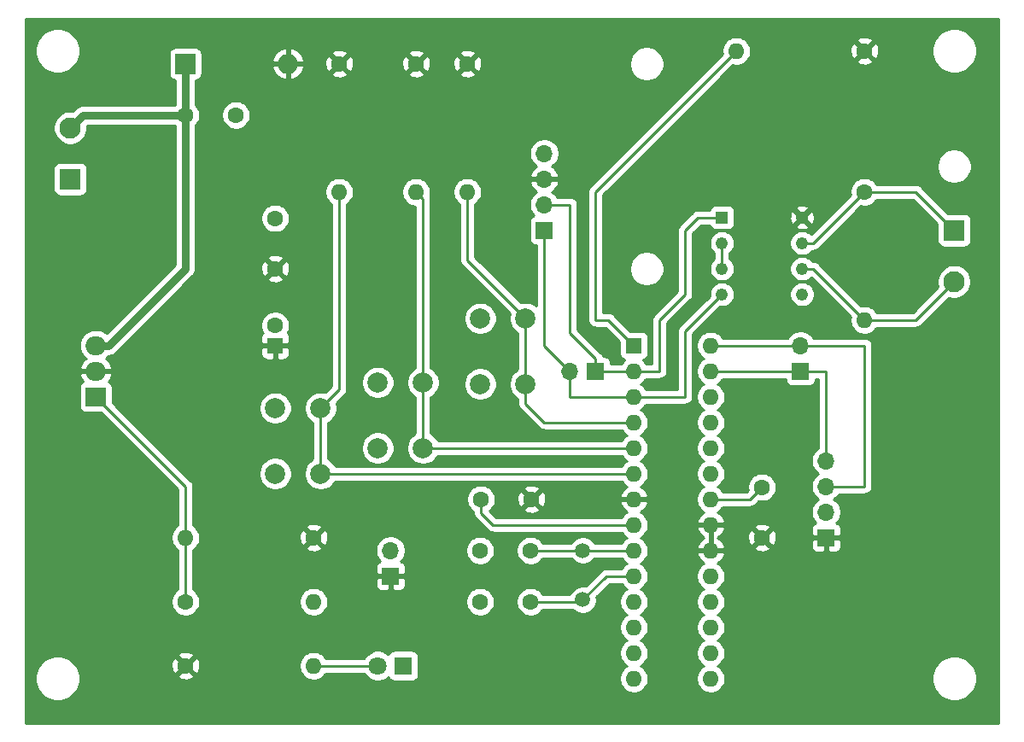
<source format=gbr>
%TF.GenerationSoftware,KiCad,Pcbnew,(5.1.6)-1*%
%TF.CreationDate,2020-10-28T22:27:10+01:00*%
%TF.ProjectId,Basic_Clock,42617369-635f-4436-9c6f-636b2e6b6963,rev?*%
%TF.SameCoordinates,Original*%
%TF.FileFunction,Copper,L1,Top*%
%TF.FilePolarity,Positive*%
%FSLAX46Y46*%
G04 Gerber Fmt 4.6, Leading zero omitted, Abs format (unit mm)*
G04 Created by KiCad (PCBNEW (5.1.6)-1) date 2020-10-28 22:27:10*
%MOMM*%
%LPD*%
G01*
G04 APERTURE LIST*
%TA.AperFunction,ComponentPad*%
%ADD10C,1.220000*%
%TD*%
%TA.AperFunction,ComponentPad*%
%ADD11R,1.220000X1.220000*%
%TD*%
%TA.AperFunction,ComponentPad*%
%ADD12O,1.600000X1.600000*%
%TD*%
%TA.AperFunction,ComponentPad*%
%ADD13C,1.600000*%
%TD*%
%TA.AperFunction,ComponentPad*%
%ADD14C,2.100000*%
%TD*%
%TA.AperFunction,ComponentPad*%
%ADD15R,2.100000X2.100000*%
%TD*%
%TA.AperFunction,ComponentPad*%
%ADD16O,1.700000X1.700000*%
%TD*%
%TA.AperFunction,ComponentPad*%
%ADD17R,1.700000X1.700000*%
%TD*%
%TA.AperFunction,ComponentPad*%
%ADD18C,2.000000*%
%TD*%
%TA.AperFunction,ComponentPad*%
%ADD19C,1.500000*%
%TD*%
%TA.AperFunction,ComponentPad*%
%ADD20O,2.000000X1.905000*%
%TD*%
%TA.AperFunction,ComponentPad*%
%ADD21R,2.000000X1.905000*%
%TD*%
%TA.AperFunction,ComponentPad*%
%ADD22C,1.800000*%
%TD*%
%TA.AperFunction,ComponentPad*%
%ADD23R,1.800000X1.800000*%
%TD*%
%TA.AperFunction,ComponentPad*%
%ADD24R,1.600000X1.600000*%
%TD*%
%TA.AperFunction,ComponentPad*%
%ADD25R,2.000000X2.000000*%
%TD*%
%TA.AperFunction,ComponentPad*%
%ADD26O,2.000000X2.000000*%
%TD*%
%TA.AperFunction,ViaPad*%
%ADD27C,0.800000*%
%TD*%
%TA.AperFunction,Conductor*%
%ADD28C,0.250000*%
%TD*%
%TA.AperFunction,Conductor*%
%ADD29C,0.750000*%
%TD*%
%TA.AperFunction,Conductor*%
%ADD30C,0.254000*%
%TD*%
G04 APERTURE END LIST*
D10*
%TO.P,U3,8*%
%TO.N,+5V*%
X114460000Y-124460000D03*
%TO.P,U3,7*%
%TO.N,Net-(J3-Pad1)*%
X114460000Y-127000000D03*
%TO.P,U3,6*%
%TO.N,Net-(J3-Pad2)*%
X114460000Y-129540000D03*
%TO.P,U3,5*%
%TO.N,GND*%
X114460000Y-132080000D03*
%TO.P,U3,4*%
%TO.N,/TX*%
X106520000Y-132080000D03*
%TO.P,U3,3*%
%TO.N,/TXDE*%
X106520000Y-129540000D03*
%TO.P,U3,2*%
X106520000Y-127000000D03*
D11*
%TO.P,U3,1*%
%TO.N,/RX*%
X106520000Y-124460000D03*
%TD*%
D12*
%TO.P,R8,2*%
%TO.N,Net-(J3-Pad2)*%
X120650000Y-134620000D03*
D13*
%TO.P,R8,1*%
%TO.N,Net-(J3-Pad1)*%
X120650000Y-121920000D03*
%TD*%
D14*
%TO.P,J3,2*%
%TO.N,Net-(J3-Pad2)*%
X129540000Y-130810000D03*
D15*
%TO.P,J3,1*%
%TO.N,Net-(J3-Pad1)*%
X129540000Y-125730000D03*
%TD*%
D16*
%TO.P,J_UART1,2*%
%TO.N,/TX*%
X91440000Y-139700000D03*
D17*
%TO.P,J_UART1,1*%
%TO.N,/RX*%
X93980000Y-139700000D03*
%TD*%
D16*
%TO.P,J_POWER1,2*%
%TO.N,GND*%
X73660000Y-157480000D03*
D17*
%TO.P,J_POWER1,1*%
%TO.N,+5V*%
X73660000Y-160020000D03*
%TD*%
D16*
%TO.P,J_I2C1,2*%
%TO.N,/SCL*%
X114300000Y-137160000D03*
D17*
%TO.P,J_I2C1,1*%
%TO.N,/SDA*%
X114300000Y-139700000D03*
%TD*%
D13*
%TO.P,C5,2*%
%TO.N,GND*%
X62230000Y-124540000D03*
%TO.P,C5,1*%
%TO.N,+5V*%
X62230000Y-129540000D03*
%TD*%
D18*
%TO.P,SW4,1*%
%TO.N,GND*%
X62230000Y-143360000D03*
%TO.P,SW4,2*%
%TO.N,/PIN4*%
X66730000Y-143360000D03*
%TO.P,SW4,1*%
%TO.N,GND*%
X62230000Y-149860000D03*
%TO.P,SW4,2*%
%TO.N,/PIN4*%
X66730000Y-149860000D03*
%TD*%
D16*
%TO.P,J2,4*%
%TO.N,GND*%
X88900000Y-118110000D03*
%TO.P,J2,3*%
%TO.N,+5V*%
X88900000Y-120650000D03*
%TO.P,J2,2*%
%TO.N,/RX*%
X88900000Y-123190000D03*
D17*
%TO.P,J2,1*%
%TO.N,/TX*%
X88900000Y-125730000D03*
%TD*%
D16*
%TO.P,J1,4*%
%TO.N,/SDA*%
X116840000Y-148590000D03*
%TO.P,J1,3*%
%TO.N,/SCL*%
X116840000Y-151130000D03*
%TO.P,J1,2*%
%TO.N,GND*%
X116840000Y-153670000D03*
D17*
%TO.P,J1,1*%
%TO.N,+5V*%
X116840000Y-156210000D03*
%TD*%
D19*
%TO.P,Y1,2*%
%TO.N,Net-(C2-Pad2)*%
X92710000Y-162360000D03*
%TO.P,Y1,1*%
%TO.N,Net-(C1-Pad2)*%
X92710000Y-157480000D03*
%TD*%
D20*
%TO.P,U1,3*%
%TO.N,+28V*%
X44450000Y-137160000D03*
%TO.P,U1,2*%
%TO.N,+5V*%
X44450000Y-139700000D03*
D21*
%TO.P,U1,1*%
%TO.N,Net-(R1-Pad2)*%
X44450000Y-142240000D03*
%TD*%
D18*
%TO.P,SW3,1*%
%TO.N,GND*%
X72390000Y-140820000D03*
%TO.P,SW3,2*%
%TO.N,/PIN3*%
X76890000Y-140820000D03*
%TO.P,SW3,1*%
%TO.N,GND*%
X72390000Y-147320000D03*
%TO.P,SW3,2*%
%TO.N,/PIN3*%
X76890000Y-147320000D03*
%TD*%
%TO.P,SW2,1*%
%TO.N,GND*%
X82550000Y-134470000D03*
%TO.P,SW2,2*%
%TO.N,/PIN2*%
X87050000Y-134470000D03*
%TO.P,SW2,1*%
%TO.N,GND*%
X82550000Y-140970000D03*
%TO.P,SW2,2*%
%TO.N,/PIN2*%
X87050000Y-140970000D03*
%TD*%
D22*
%TO.P,D1,2*%
%TO.N,Net-(D1-Pad2)*%
X72390000Y-168910000D03*
D23*
%TO.P,D1,1*%
%TO.N,GND*%
X74930000Y-168910000D03*
%TD*%
D13*
%TO.P,C1,2*%
%TO.N,Net-(C1-Pad2)*%
X87550000Y-157480000D03*
%TO.P,C1,1*%
%TO.N,GND*%
X82550000Y-157480000D03*
%TD*%
%TO.P,C2,1*%
%TO.N,GND*%
X82550000Y-162560000D03*
%TO.P,C2,2*%
%TO.N,Net-(C2-Pad2)*%
X87550000Y-162560000D03*
%TD*%
%TO.P,C3,1*%
%TO.N,+28V*%
X53340000Y-114300000D03*
%TO.P,C3,2*%
%TO.N,GND*%
X58340000Y-114300000D03*
%TD*%
D24*
%TO.P,C4,1*%
%TO.N,+5V*%
X62230000Y-137160000D03*
D13*
%TO.P,C4,2*%
%TO.N,GND*%
X62230000Y-135160000D03*
%TD*%
%TO.P,C6,1*%
%TO.N,+5V*%
X110490000Y-156210000D03*
%TO.P,C6,2*%
%TO.N,GND*%
X110490000Y-151210000D03*
%TD*%
%TO.P,C7,2*%
%TO.N,GND*%
X82630000Y-152400000D03*
%TO.P,C7,1*%
%TO.N,+5V*%
X87630000Y-152400000D03*
%TD*%
D24*
%TO.P,U2,1*%
%TO.N,Net-(R7-Pad2)*%
X97790000Y-137160000D03*
D12*
%TO.P,U2,15*%
%TO.N,GND*%
X105410000Y-170180000D03*
%TO.P,U2,2*%
%TO.N,/RX*%
X97790000Y-139700000D03*
%TO.P,U2,16*%
%TO.N,GND*%
X105410000Y-167640000D03*
%TO.P,U2,3*%
%TO.N,/TX*%
X97790000Y-142240000D03*
%TO.P,U2,17*%
%TO.N,GND*%
X105410000Y-165100000D03*
%TO.P,U2,4*%
%TO.N,/PIN2*%
X97790000Y-144780000D03*
%TO.P,U2,18*%
%TO.N,GND*%
X105410000Y-162560000D03*
%TO.P,U2,5*%
%TO.N,/PIN3*%
X97790000Y-147320000D03*
%TO.P,U2,19*%
%TO.N,/TXDE*%
X105410000Y-160020000D03*
%TO.P,U2,6*%
%TO.N,/PIN4*%
X97790000Y-149860000D03*
%TO.P,U2,20*%
%TO.N,+5V*%
X105410000Y-157480000D03*
%TO.P,U2,7*%
X97790000Y-152400000D03*
%TO.P,U2,21*%
X105410000Y-154940000D03*
%TO.P,U2,8*%
%TO.N,GND*%
X97790000Y-154940000D03*
%TO.P,U2,22*%
X105410000Y-152400000D03*
%TO.P,U2,9*%
%TO.N,Net-(C1-Pad2)*%
X97790000Y-157480000D03*
%TO.P,U2,23*%
%TO.N,GND*%
X105410000Y-149860000D03*
%TO.P,U2,10*%
%TO.N,Net-(C2-Pad2)*%
X97790000Y-160020000D03*
%TO.P,U2,24*%
%TO.N,GND*%
X105410000Y-147320000D03*
%TO.P,U2,11*%
X97790000Y-162560000D03*
%TO.P,U2,25*%
X105410000Y-144780000D03*
%TO.P,U2,12*%
X97790000Y-165100000D03*
%TO.P,U2,26*%
X105410000Y-142240000D03*
%TO.P,U2,13*%
X97790000Y-167640000D03*
%TO.P,U2,27*%
%TO.N,/SDA*%
X105410000Y-139700000D03*
%TO.P,U2,14*%
%TO.N,GND*%
X97790000Y-170180000D03*
%TO.P,U2,28*%
%TO.N,/SCL*%
X105410000Y-137160000D03*
%TD*%
D25*
%TO.P,D2,1*%
%TO.N,+28V*%
X53340000Y-109220000D03*
D26*
%TO.P,D2,2*%
%TO.N,+5V*%
X63500000Y-109220000D03*
%TD*%
D13*
%TO.P,R1,1*%
%TO.N,+5V*%
X66040000Y-156210000D03*
D12*
%TO.P,R1,2*%
%TO.N,Net-(R1-Pad2)*%
X53340000Y-156210000D03*
%TD*%
%TO.P,R2,2*%
%TO.N,GND*%
X66040000Y-162560000D03*
D13*
%TO.P,R2,1*%
%TO.N,Net-(R1-Pad2)*%
X53340000Y-162560000D03*
%TD*%
%TO.P,R3,1*%
%TO.N,+5V*%
X53340000Y-168910000D03*
D12*
%TO.P,R3,2*%
%TO.N,Net-(D1-Pad2)*%
X66040000Y-168910000D03*
%TD*%
%TO.P,R4,2*%
%TO.N,/PIN2*%
X81280000Y-121920000D03*
D13*
%TO.P,R4,1*%
%TO.N,+5V*%
X81280000Y-109220000D03*
%TD*%
%TO.P,R5,1*%
%TO.N,+5V*%
X76200000Y-109220000D03*
D12*
%TO.P,R5,2*%
%TO.N,/PIN3*%
X76200000Y-121920000D03*
%TD*%
%TO.P,R6,2*%
%TO.N,/PIN4*%
X68580000Y-121920000D03*
D13*
%TO.P,R6,1*%
%TO.N,+5V*%
X68580000Y-109220000D03*
%TD*%
D15*
%TO.P,J4,1*%
%TO.N,GND*%
X41910000Y-120650000D03*
D14*
%TO.P,J4,2*%
%TO.N,+28V*%
X41910000Y-115570000D03*
%TD*%
D13*
%TO.P,R7,1*%
%TO.N,+5V*%
X120650000Y-107950000D03*
D12*
%TO.P,R7,2*%
%TO.N,Net-(R7-Pad2)*%
X107950000Y-107950000D03*
%TD*%
D27*
%TO.N,GND*%
X105410000Y-167640000D03*
X105410000Y-170180000D03*
%TD*%
D28*
%TO.N,Net-(C1-Pad2)*%
X97790000Y-157480000D02*
X92710000Y-157480000D01*
X87550000Y-157480000D02*
X92710000Y-157480000D01*
%TO.N,GND*%
X109300000Y-152400000D02*
X110490000Y-151210000D01*
X105410000Y-152400000D02*
X109300000Y-152400000D01*
X82630000Y-152400000D02*
X82630000Y-153750000D01*
X83820000Y-154940000D02*
X97790000Y-154940000D01*
X82630000Y-153750000D02*
X83820000Y-154940000D01*
%TO.N,Net-(C2-Pad2)*%
X97590000Y-159820000D02*
X97790000Y-160020000D01*
X92710000Y-162360000D02*
X95050000Y-160020000D01*
X95050000Y-160020000D02*
X97790000Y-160020000D01*
X92510000Y-162560000D02*
X92710000Y-162360000D01*
X87550000Y-162560000D02*
X92510000Y-162560000D01*
D29*
%TO.N,+28V*%
X53340000Y-109220000D02*
X53340000Y-114300000D01*
X43180000Y-114300000D02*
X41910000Y-115570000D01*
X53340000Y-114300000D02*
X43180000Y-114300000D01*
X44450000Y-137160000D02*
X45720000Y-137160000D01*
X53340000Y-129540000D02*
X53340000Y-114300000D01*
X45720000Y-137160000D02*
X53340000Y-129540000D01*
D28*
%TO.N,Net-(D1-Pad2)*%
X66040000Y-168910000D02*
X72390000Y-168910000D01*
%TO.N,Net-(R1-Pad2)*%
X53340000Y-162560000D02*
X53340000Y-156210000D01*
X44450000Y-142240000D02*
X53340000Y-151130000D01*
X53340000Y-151130000D02*
X53340000Y-156210000D01*
%TO.N,/PIN2*%
X87050000Y-134470000D02*
X87050000Y-140970000D01*
X81280000Y-128700000D02*
X87050000Y-134470000D01*
X81280000Y-121920000D02*
X81280000Y-128700000D01*
X87050000Y-140970000D02*
X87050000Y-142930000D01*
X88900000Y-144780000D02*
X97790000Y-144780000D01*
X87050000Y-142930000D02*
X88900000Y-144780000D01*
%TO.N,/PIN3*%
X97790000Y-147320000D02*
X76890000Y-147320000D01*
X76890000Y-147320000D02*
X76890000Y-140820000D01*
X76890000Y-122610000D02*
X76200000Y-121920000D01*
X76890000Y-140820000D02*
X76890000Y-122610000D01*
%TO.N,/PIN4*%
X66730000Y-149860000D02*
X97790000Y-149860000D01*
X68580000Y-141510000D02*
X66730000Y-143360000D01*
X68580000Y-121920000D02*
X68580000Y-141510000D01*
X66730000Y-143360000D02*
X66730000Y-149860000D01*
%TO.N,/SCL*%
X105410000Y-137160000D02*
X120650000Y-137160000D01*
X120650000Y-151130000D02*
X116840000Y-151130000D01*
X120650000Y-137160000D02*
X120650000Y-151130000D01*
%TO.N,/SDA*%
X116840000Y-139700000D02*
X105410000Y-139700000D01*
X116840000Y-148590000D02*
X116840000Y-139700000D01*
X116840000Y-139700000D02*
X114300000Y-139700000D01*
%TO.N,Net-(R7-Pad2)*%
X107950000Y-107950000D02*
X93980000Y-121920000D01*
X93980000Y-121920000D02*
X93980000Y-134620000D01*
X95250000Y-134620000D02*
X97790000Y-137160000D01*
X93980000Y-134620000D02*
X95250000Y-134620000D01*
%TO.N,/RX*%
X93980000Y-139700000D02*
X97790000Y-139700000D01*
X91440000Y-123190000D02*
X88900000Y-123190000D01*
X91440000Y-135890000D02*
X91440000Y-123190000D01*
X93980000Y-139700000D02*
X93980000Y-138430000D01*
X93980000Y-138430000D02*
X91440000Y-135890000D01*
X97790000Y-139700000D02*
X100330000Y-139700000D01*
X100330000Y-139700000D02*
X100330000Y-134620000D01*
X100330000Y-134620000D02*
X102870000Y-132080000D01*
X102870000Y-132080000D02*
X102870000Y-125730000D01*
X104140000Y-124460000D02*
X106520000Y-124460000D01*
X102870000Y-125730000D02*
X104140000Y-124460000D01*
%TO.N,/TX*%
X91440000Y-142240000D02*
X91440000Y-139700000D01*
X97790000Y-142240000D02*
X91440000Y-142240000D01*
X88900000Y-137160000D02*
X88900000Y-125730000D01*
X91440000Y-139700000D02*
X88900000Y-137160000D01*
X106520000Y-132080000D02*
X102870000Y-135730000D01*
X102870000Y-135730000D02*
X102870000Y-142240000D01*
X102870000Y-142240000D02*
X97790000Y-142240000D01*
%TO.N,Net-(J3-Pad2)*%
X115570000Y-129540000D02*
X120650000Y-134620000D01*
X114460000Y-129540000D02*
X115570000Y-129540000D01*
X125730000Y-134620000D02*
X129540000Y-130810000D01*
X120650000Y-134620000D02*
X125730000Y-134620000D01*
%TO.N,Net-(J3-Pad1)*%
X115570000Y-127000000D02*
X120650000Y-121920000D01*
X114460000Y-127000000D02*
X115570000Y-127000000D01*
X125730000Y-121920000D02*
X129540000Y-125730000D01*
X120650000Y-121920000D02*
X125730000Y-121920000D01*
%TO.N,/TXDE*%
X106520000Y-127000000D02*
X106520000Y-129540000D01*
%TD*%
D30*
%TO.N,+5V*%
G36*
X133960001Y-174600000D02*
G01*
X37490000Y-174600000D01*
X37490000Y-169959872D01*
X38405000Y-169959872D01*
X38405000Y-170400128D01*
X38490890Y-170831925D01*
X38659369Y-171238669D01*
X38903962Y-171604729D01*
X39215271Y-171916038D01*
X39581331Y-172160631D01*
X39988075Y-172329110D01*
X40419872Y-172415000D01*
X40860128Y-172415000D01*
X41291925Y-172329110D01*
X41698669Y-172160631D01*
X42064729Y-171916038D01*
X42376038Y-171604729D01*
X42620631Y-171238669D01*
X42789110Y-170831925D01*
X42875000Y-170400128D01*
X42875000Y-169959872D01*
X42863629Y-169902702D01*
X52526903Y-169902702D01*
X52598486Y-170146671D01*
X52853996Y-170267571D01*
X53128184Y-170336300D01*
X53410512Y-170350217D01*
X53690130Y-170308787D01*
X53956292Y-170213603D01*
X54081514Y-170146671D01*
X54153097Y-169902702D01*
X53340000Y-169089605D01*
X52526903Y-169902702D01*
X42863629Y-169902702D01*
X42789110Y-169528075D01*
X42620631Y-169121331D01*
X42526539Y-168980512D01*
X51899783Y-168980512D01*
X51941213Y-169260130D01*
X52036397Y-169526292D01*
X52103329Y-169651514D01*
X52347298Y-169723097D01*
X53160395Y-168910000D01*
X53519605Y-168910000D01*
X54332702Y-169723097D01*
X54576671Y-169651514D01*
X54697571Y-169396004D01*
X54766300Y-169121816D01*
X54780217Y-168839488D01*
X54769724Y-168768665D01*
X64605000Y-168768665D01*
X64605000Y-169051335D01*
X64660147Y-169328574D01*
X64768320Y-169589727D01*
X64925363Y-169824759D01*
X65125241Y-170024637D01*
X65360273Y-170181680D01*
X65621426Y-170289853D01*
X65898665Y-170345000D01*
X66181335Y-170345000D01*
X66458574Y-170289853D01*
X66719727Y-170181680D01*
X66954759Y-170024637D01*
X67154637Y-169824759D01*
X67258043Y-169670000D01*
X71051687Y-169670000D01*
X71197688Y-169888505D01*
X71411495Y-170102312D01*
X71662905Y-170270299D01*
X71942257Y-170386011D01*
X72238816Y-170445000D01*
X72541184Y-170445000D01*
X72837743Y-170386011D01*
X73117095Y-170270299D01*
X73368505Y-170102312D01*
X73434944Y-170035873D01*
X73440498Y-170054180D01*
X73499463Y-170164494D01*
X73578815Y-170261185D01*
X73675506Y-170340537D01*
X73785820Y-170399502D01*
X73905518Y-170435812D01*
X74030000Y-170448072D01*
X75830000Y-170448072D01*
X75954482Y-170435812D01*
X76074180Y-170399502D01*
X76184494Y-170340537D01*
X76281185Y-170261185D01*
X76360537Y-170164494D01*
X76419502Y-170054180D01*
X76455812Y-169934482D01*
X76468072Y-169810000D01*
X76468072Y-168010000D01*
X76455812Y-167885518D01*
X76419502Y-167765820D01*
X76360537Y-167655506D01*
X76281185Y-167558815D01*
X76184494Y-167479463D01*
X76074180Y-167420498D01*
X75954482Y-167384188D01*
X75830000Y-167371928D01*
X74030000Y-167371928D01*
X73905518Y-167384188D01*
X73785820Y-167420498D01*
X73675506Y-167479463D01*
X73578815Y-167558815D01*
X73499463Y-167655506D01*
X73440498Y-167765820D01*
X73434944Y-167784127D01*
X73368505Y-167717688D01*
X73117095Y-167549701D01*
X72837743Y-167433989D01*
X72541184Y-167375000D01*
X72238816Y-167375000D01*
X71942257Y-167433989D01*
X71662905Y-167549701D01*
X71411495Y-167717688D01*
X71197688Y-167931495D01*
X71051687Y-168150000D01*
X67258043Y-168150000D01*
X67154637Y-167995241D01*
X66954759Y-167795363D01*
X66719727Y-167638320D01*
X66458574Y-167530147D01*
X66181335Y-167475000D01*
X65898665Y-167475000D01*
X65621426Y-167530147D01*
X65360273Y-167638320D01*
X65125241Y-167795363D01*
X64925363Y-167995241D01*
X64768320Y-168230273D01*
X64660147Y-168491426D01*
X64605000Y-168768665D01*
X54769724Y-168768665D01*
X54738787Y-168559870D01*
X54643603Y-168293708D01*
X54576671Y-168168486D01*
X54332702Y-168096903D01*
X53519605Y-168910000D01*
X53160395Y-168910000D01*
X52347298Y-168096903D01*
X52103329Y-168168486D01*
X51982429Y-168423996D01*
X51913700Y-168698184D01*
X51899783Y-168980512D01*
X42526539Y-168980512D01*
X42376038Y-168755271D01*
X42064729Y-168443962D01*
X41698669Y-168199369D01*
X41291925Y-168030890D01*
X40860128Y-167945000D01*
X40419872Y-167945000D01*
X39988075Y-168030890D01*
X39581331Y-168199369D01*
X39215271Y-168443962D01*
X38903962Y-168755271D01*
X38659369Y-169121331D01*
X38490890Y-169528075D01*
X38405000Y-169959872D01*
X37490000Y-169959872D01*
X37490000Y-167917298D01*
X52526903Y-167917298D01*
X53340000Y-168730395D01*
X54153097Y-167917298D01*
X54081514Y-167673329D01*
X53826004Y-167552429D01*
X53551816Y-167483700D01*
X53269488Y-167469783D01*
X52989870Y-167511213D01*
X52723708Y-167606397D01*
X52598486Y-167673329D01*
X52526903Y-167917298D01*
X37490000Y-167917298D01*
X37490000Y-141287500D01*
X42811928Y-141287500D01*
X42811928Y-143192500D01*
X42824188Y-143316982D01*
X42860498Y-143436680D01*
X42919463Y-143546994D01*
X42998815Y-143643685D01*
X43095506Y-143723037D01*
X43205820Y-143782002D01*
X43325518Y-143818312D01*
X43450000Y-143830572D01*
X44965771Y-143830572D01*
X52580000Y-151444802D01*
X52580001Y-154991956D01*
X52425241Y-155095363D01*
X52225363Y-155295241D01*
X52068320Y-155530273D01*
X51960147Y-155791426D01*
X51905000Y-156068665D01*
X51905000Y-156351335D01*
X51960147Y-156628574D01*
X52068320Y-156889727D01*
X52225363Y-157124759D01*
X52425241Y-157324637D01*
X52580001Y-157428044D01*
X52580000Y-161341956D01*
X52425241Y-161445363D01*
X52225363Y-161645241D01*
X52068320Y-161880273D01*
X51960147Y-162141426D01*
X51905000Y-162418665D01*
X51905000Y-162701335D01*
X51960147Y-162978574D01*
X52068320Y-163239727D01*
X52225363Y-163474759D01*
X52425241Y-163674637D01*
X52660273Y-163831680D01*
X52921426Y-163939853D01*
X53198665Y-163995000D01*
X53481335Y-163995000D01*
X53758574Y-163939853D01*
X54019727Y-163831680D01*
X54254759Y-163674637D01*
X54454637Y-163474759D01*
X54611680Y-163239727D01*
X54719853Y-162978574D01*
X54775000Y-162701335D01*
X54775000Y-162418665D01*
X64605000Y-162418665D01*
X64605000Y-162701335D01*
X64660147Y-162978574D01*
X64768320Y-163239727D01*
X64925363Y-163474759D01*
X65125241Y-163674637D01*
X65360273Y-163831680D01*
X65621426Y-163939853D01*
X65898665Y-163995000D01*
X66181335Y-163995000D01*
X66458574Y-163939853D01*
X66719727Y-163831680D01*
X66954759Y-163674637D01*
X67154637Y-163474759D01*
X67311680Y-163239727D01*
X67419853Y-162978574D01*
X67475000Y-162701335D01*
X67475000Y-162418665D01*
X81115000Y-162418665D01*
X81115000Y-162701335D01*
X81170147Y-162978574D01*
X81278320Y-163239727D01*
X81435363Y-163474759D01*
X81635241Y-163674637D01*
X81870273Y-163831680D01*
X82131426Y-163939853D01*
X82408665Y-163995000D01*
X82691335Y-163995000D01*
X82968574Y-163939853D01*
X83229727Y-163831680D01*
X83464759Y-163674637D01*
X83664637Y-163474759D01*
X83821680Y-163239727D01*
X83929853Y-162978574D01*
X83985000Y-162701335D01*
X83985000Y-162418665D01*
X83929853Y-162141426D01*
X83821680Y-161880273D01*
X83664637Y-161645241D01*
X83464759Y-161445363D01*
X83229727Y-161288320D01*
X82968574Y-161180147D01*
X82691335Y-161125000D01*
X82408665Y-161125000D01*
X82131426Y-161180147D01*
X81870273Y-161288320D01*
X81635241Y-161445363D01*
X81435363Y-161645241D01*
X81278320Y-161880273D01*
X81170147Y-162141426D01*
X81115000Y-162418665D01*
X67475000Y-162418665D01*
X67419853Y-162141426D01*
X67311680Y-161880273D01*
X67154637Y-161645241D01*
X66954759Y-161445363D01*
X66719727Y-161288320D01*
X66458574Y-161180147D01*
X66181335Y-161125000D01*
X65898665Y-161125000D01*
X65621426Y-161180147D01*
X65360273Y-161288320D01*
X65125241Y-161445363D01*
X64925363Y-161645241D01*
X64768320Y-161880273D01*
X64660147Y-162141426D01*
X64605000Y-162418665D01*
X54775000Y-162418665D01*
X54719853Y-162141426D01*
X54611680Y-161880273D01*
X54454637Y-161645241D01*
X54254759Y-161445363D01*
X54100000Y-161341957D01*
X54100000Y-160870000D01*
X72171928Y-160870000D01*
X72184188Y-160994482D01*
X72220498Y-161114180D01*
X72279463Y-161224494D01*
X72358815Y-161321185D01*
X72455506Y-161400537D01*
X72565820Y-161459502D01*
X72685518Y-161495812D01*
X72810000Y-161508072D01*
X73374250Y-161505000D01*
X73533000Y-161346250D01*
X73533000Y-160147000D01*
X73787000Y-160147000D01*
X73787000Y-161346250D01*
X73945750Y-161505000D01*
X74510000Y-161508072D01*
X74634482Y-161495812D01*
X74754180Y-161459502D01*
X74864494Y-161400537D01*
X74961185Y-161321185D01*
X75040537Y-161224494D01*
X75099502Y-161114180D01*
X75135812Y-160994482D01*
X75148072Y-160870000D01*
X75145000Y-160305750D01*
X74986250Y-160147000D01*
X73787000Y-160147000D01*
X73533000Y-160147000D01*
X72333750Y-160147000D01*
X72175000Y-160305750D01*
X72171928Y-160870000D01*
X54100000Y-160870000D01*
X54100000Y-159170000D01*
X72171928Y-159170000D01*
X72175000Y-159734250D01*
X72333750Y-159893000D01*
X73533000Y-159893000D01*
X73533000Y-159873000D01*
X73787000Y-159873000D01*
X73787000Y-159893000D01*
X74986250Y-159893000D01*
X75145000Y-159734250D01*
X75148072Y-159170000D01*
X75135812Y-159045518D01*
X75099502Y-158925820D01*
X75040537Y-158815506D01*
X74961185Y-158718815D01*
X74864494Y-158639463D01*
X74754180Y-158580498D01*
X74681620Y-158558487D01*
X74813475Y-158426632D01*
X74975990Y-158183411D01*
X75087932Y-157913158D01*
X75145000Y-157626260D01*
X75145000Y-157338665D01*
X81115000Y-157338665D01*
X81115000Y-157621335D01*
X81170147Y-157898574D01*
X81278320Y-158159727D01*
X81435363Y-158394759D01*
X81635241Y-158594637D01*
X81870273Y-158751680D01*
X82131426Y-158859853D01*
X82408665Y-158915000D01*
X82691335Y-158915000D01*
X82968574Y-158859853D01*
X83229727Y-158751680D01*
X83464759Y-158594637D01*
X83664637Y-158394759D01*
X83821680Y-158159727D01*
X83929853Y-157898574D01*
X83985000Y-157621335D01*
X83985000Y-157338665D01*
X83929853Y-157061426D01*
X83821680Y-156800273D01*
X83664637Y-156565241D01*
X83464759Y-156365363D01*
X83229727Y-156208320D01*
X82968574Y-156100147D01*
X82691335Y-156045000D01*
X82408665Y-156045000D01*
X82131426Y-156100147D01*
X81870273Y-156208320D01*
X81635241Y-156365363D01*
X81435363Y-156565241D01*
X81278320Y-156800273D01*
X81170147Y-157061426D01*
X81115000Y-157338665D01*
X75145000Y-157338665D01*
X75145000Y-157333740D01*
X75087932Y-157046842D01*
X74975990Y-156776589D01*
X74813475Y-156533368D01*
X74606632Y-156326525D01*
X74363411Y-156164010D01*
X74093158Y-156052068D01*
X73806260Y-155995000D01*
X73513740Y-155995000D01*
X73226842Y-156052068D01*
X72956589Y-156164010D01*
X72713368Y-156326525D01*
X72506525Y-156533368D01*
X72344010Y-156776589D01*
X72232068Y-157046842D01*
X72175000Y-157333740D01*
X72175000Y-157626260D01*
X72232068Y-157913158D01*
X72344010Y-158183411D01*
X72506525Y-158426632D01*
X72638380Y-158558487D01*
X72565820Y-158580498D01*
X72455506Y-158639463D01*
X72358815Y-158718815D01*
X72279463Y-158815506D01*
X72220498Y-158925820D01*
X72184188Y-159045518D01*
X72171928Y-159170000D01*
X54100000Y-159170000D01*
X54100000Y-157428043D01*
X54254759Y-157324637D01*
X54376694Y-157202702D01*
X65226903Y-157202702D01*
X65298486Y-157446671D01*
X65553996Y-157567571D01*
X65828184Y-157636300D01*
X66110512Y-157650217D01*
X66390130Y-157608787D01*
X66656292Y-157513603D01*
X66781514Y-157446671D01*
X66853097Y-157202702D01*
X66040000Y-156389605D01*
X65226903Y-157202702D01*
X54376694Y-157202702D01*
X54454637Y-157124759D01*
X54611680Y-156889727D01*
X54719853Y-156628574D01*
X54775000Y-156351335D01*
X54775000Y-156280512D01*
X64599783Y-156280512D01*
X64641213Y-156560130D01*
X64736397Y-156826292D01*
X64803329Y-156951514D01*
X65047298Y-157023097D01*
X65860395Y-156210000D01*
X66219605Y-156210000D01*
X67032702Y-157023097D01*
X67276671Y-156951514D01*
X67397571Y-156696004D01*
X67466300Y-156421816D01*
X67480217Y-156139488D01*
X67438787Y-155859870D01*
X67343603Y-155593708D01*
X67276671Y-155468486D01*
X67032702Y-155396903D01*
X66219605Y-156210000D01*
X65860395Y-156210000D01*
X65047298Y-155396903D01*
X64803329Y-155468486D01*
X64682429Y-155723996D01*
X64613700Y-155998184D01*
X64599783Y-156280512D01*
X54775000Y-156280512D01*
X54775000Y-156068665D01*
X54719853Y-155791426D01*
X54611680Y-155530273D01*
X54454637Y-155295241D01*
X54376694Y-155217298D01*
X65226903Y-155217298D01*
X66040000Y-156030395D01*
X66853097Y-155217298D01*
X66781514Y-154973329D01*
X66526004Y-154852429D01*
X66251816Y-154783700D01*
X65969488Y-154769783D01*
X65689870Y-154811213D01*
X65423708Y-154906397D01*
X65298486Y-154973329D01*
X65226903Y-155217298D01*
X54376694Y-155217298D01*
X54254759Y-155095363D01*
X54100000Y-154991957D01*
X54100000Y-152258665D01*
X81195000Y-152258665D01*
X81195000Y-152541335D01*
X81250147Y-152818574D01*
X81358320Y-153079727D01*
X81515363Y-153314759D01*
X81715241Y-153514637D01*
X81870001Y-153618044D01*
X81870001Y-153712668D01*
X81866324Y-153750000D01*
X81880998Y-153898985D01*
X81924454Y-154042246D01*
X81995026Y-154174276D01*
X82065603Y-154260273D01*
X82090000Y-154290001D01*
X82118998Y-154313799D01*
X83256201Y-155451003D01*
X83279999Y-155480001D01*
X83308997Y-155503799D01*
X83395723Y-155574974D01*
X83527753Y-155645546D01*
X83671014Y-155689003D01*
X83782667Y-155700000D01*
X83782676Y-155700000D01*
X83819999Y-155703676D01*
X83857322Y-155700000D01*
X96571957Y-155700000D01*
X96675363Y-155854759D01*
X96875241Y-156054637D01*
X97107759Y-156210000D01*
X96875241Y-156365363D01*
X96675363Y-156565241D01*
X96571957Y-156720000D01*
X93867909Y-156720000D01*
X93785799Y-156597114D01*
X93592886Y-156404201D01*
X93366043Y-156252629D01*
X93113989Y-156148225D01*
X92846411Y-156095000D01*
X92573589Y-156095000D01*
X92306011Y-156148225D01*
X92053957Y-156252629D01*
X91827114Y-156404201D01*
X91634201Y-156597114D01*
X91552091Y-156720000D01*
X88768043Y-156720000D01*
X88664637Y-156565241D01*
X88464759Y-156365363D01*
X88229727Y-156208320D01*
X87968574Y-156100147D01*
X87691335Y-156045000D01*
X87408665Y-156045000D01*
X87131426Y-156100147D01*
X86870273Y-156208320D01*
X86635241Y-156365363D01*
X86435363Y-156565241D01*
X86278320Y-156800273D01*
X86170147Y-157061426D01*
X86115000Y-157338665D01*
X86115000Y-157621335D01*
X86170147Y-157898574D01*
X86278320Y-158159727D01*
X86435363Y-158394759D01*
X86635241Y-158594637D01*
X86870273Y-158751680D01*
X87131426Y-158859853D01*
X87408665Y-158915000D01*
X87691335Y-158915000D01*
X87968574Y-158859853D01*
X88229727Y-158751680D01*
X88464759Y-158594637D01*
X88664637Y-158394759D01*
X88768043Y-158240000D01*
X91552091Y-158240000D01*
X91634201Y-158362886D01*
X91827114Y-158555799D01*
X92053957Y-158707371D01*
X92306011Y-158811775D01*
X92573589Y-158865000D01*
X92846411Y-158865000D01*
X93113989Y-158811775D01*
X93366043Y-158707371D01*
X93592886Y-158555799D01*
X93785799Y-158362886D01*
X93867909Y-158240000D01*
X96571957Y-158240000D01*
X96675363Y-158394759D01*
X96875241Y-158594637D01*
X97107759Y-158750000D01*
X96875241Y-158905363D01*
X96675363Y-159105241D01*
X96571957Y-159260000D01*
X95087325Y-159260000D01*
X95050000Y-159256324D01*
X95012675Y-159260000D01*
X95012667Y-159260000D01*
X94901014Y-159270997D01*
X94757753Y-159314454D01*
X94625724Y-159385026D01*
X94509999Y-159479999D01*
X94486201Y-159508997D01*
X92991365Y-161003833D01*
X92846411Y-160975000D01*
X92573589Y-160975000D01*
X92306011Y-161028225D01*
X92053957Y-161132629D01*
X91827114Y-161284201D01*
X91634201Y-161477114D01*
X91482629Y-161703957D01*
X91442847Y-161800000D01*
X88768043Y-161800000D01*
X88664637Y-161645241D01*
X88464759Y-161445363D01*
X88229727Y-161288320D01*
X87968574Y-161180147D01*
X87691335Y-161125000D01*
X87408665Y-161125000D01*
X87131426Y-161180147D01*
X86870273Y-161288320D01*
X86635241Y-161445363D01*
X86435363Y-161645241D01*
X86278320Y-161880273D01*
X86170147Y-162141426D01*
X86115000Y-162418665D01*
X86115000Y-162701335D01*
X86170147Y-162978574D01*
X86278320Y-163239727D01*
X86435363Y-163474759D01*
X86635241Y-163674637D01*
X86870273Y-163831680D01*
X87131426Y-163939853D01*
X87408665Y-163995000D01*
X87691335Y-163995000D01*
X87968574Y-163939853D01*
X88229727Y-163831680D01*
X88464759Y-163674637D01*
X88664637Y-163474759D01*
X88768043Y-163320000D01*
X91711315Y-163320000D01*
X91827114Y-163435799D01*
X92053957Y-163587371D01*
X92306011Y-163691775D01*
X92573589Y-163745000D01*
X92846411Y-163745000D01*
X93113989Y-163691775D01*
X93366043Y-163587371D01*
X93592886Y-163435799D01*
X93785799Y-163242886D01*
X93937371Y-163016043D01*
X94041775Y-162763989D01*
X94095000Y-162496411D01*
X94095000Y-162223589D01*
X94066167Y-162078635D01*
X95364802Y-160780000D01*
X96571957Y-160780000D01*
X96675363Y-160934759D01*
X96875241Y-161134637D01*
X97107759Y-161290000D01*
X96875241Y-161445363D01*
X96675363Y-161645241D01*
X96518320Y-161880273D01*
X96410147Y-162141426D01*
X96355000Y-162418665D01*
X96355000Y-162701335D01*
X96410147Y-162978574D01*
X96518320Y-163239727D01*
X96675363Y-163474759D01*
X96875241Y-163674637D01*
X97107759Y-163830000D01*
X96875241Y-163985363D01*
X96675363Y-164185241D01*
X96518320Y-164420273D01*
X96410147Y-164681426D01*
X96355000Y-164958665D01*
X96355000Y-165241335D01*
X96410147Y-165518574D01*
X96518320Y-165779727D01*
X96675363Y-166014759D01*
X96875241Y-166214637D01*
X97107759Y-166370000D01*
X96875241Y-166525363D01*
X96675363Y-166725241D01*
X96518320Y-166960273D01*
X96410147Y-167221426D01*
X96355000Y-167498665D01*
X96355000Y-167781335D01*
X96410147Y-168058574D01*
X96518320Y-168319727D01*
X96675363Y-168554759D01*
X96875241Y-168754637D01*
X97107759Y-168910000D01*
X96875241Y-169065363D01*
X96675363Y-169265241D01*
X96518320Y-169500273D01*
X96410147Y-169761426D01*
X96355000Y-170038665D01*
X96355000Y-170321335D01*
X96410147Y-170598574D01*
X96518320Y-170859727D01*
X96675363Y-171094759D01*
X96875241Y-171294637D01*
X97110273Y-171451680D01*
X97371426Y-171559853D01*
X97648665Y-171615000D01*
X97931335Y-171615000D01*
X98208574Y-171559853D01*
X98469727Y-171451680D01*
X98704759Y-171294637D01*
X98904637Y-171094759D01*
X99061680Y-170859727D01*
X99169853Y-170598574D01*
X99225000Y-170321335D01*
X99225000Y-170038665D01*
X99169853Y-169761426D01*
X99061680Y-169500273D01*
X98904637Y-169265241D01*
X98704759Y-169065363D01*
X98472241Y-168910000D01*
X98704759Y-168754637D01*
X98904637Y-168554759D01*
X99061680Y-168319727D01*
X99169853Y-168058574D01*
X99225000Y-167781335D01*
X99225000Y-167498665D01*
X99169853Y-167221426D01*
X99061680Y-166960273D01*
X98904637Y-166725241D01*
X98704759Y-166525363D01*
X98472241Y-166370000D01*
X98704759Y-166214637D01*
X98904637Y-166014759D01*
X99061680Y-165779727D01*
X99169853Y-165518574D01*
X99225000Y-165241335D01*
X99225000Y-164958665D01*
X99169853Y-164681426D01*
X99061680Y-164420273D01*
X98904637Y-164185241D01*
X98704759Y-163985363D01*
X98472241Y-163830000D01*
X98704759Y-163674637D01*
X98904637Y-163474759D01*
X99061680Y-163239727D01*
X99169853Y-162978574D01*
X99225000Y-162701335D01*
X99225000Y-162418665D01*
X99169853Y-162141426D01*
X99061680Y-161880273D01*
X98904637Y-161645241D01*
X98704759Y-161445363D01*
X98472241Y-161290000D01*
X98704759Y-161134637D01*
X98904637Y-160934759D01*
X99061680Y-160699727D01*
X99169853Y-160438574D01*
X99225000Y-160161335D01*
X99225000Y-159878665D01*
X103975000Y-159878665D01*
X103975000Y-160161335D01*
X104030147Y-160438574D01*
X104138320Y-160699727D01*
X104295363Y-160934759D01*
X104495241Y-161134637D01*
X104727759Y-161290000D01*
X104495241Y-161445363D01*
X104295363Y-161645241D01*
X104138320Y-161880273D01*
X104030147Y-162141426D01*
X103975000Y-162418665D01*
X103975000Y-162701335D01*
X104030147Y-162978574D01*
X104138320Y-163239727D01*
X104295363Y-163474759D01*
X104495241Y-163674637D01*
X104727759Y-163830000D01*
X104495241Y-163985363D01*
X104295363Y-164185241D01*
X104138320Y-164420273D01*
X104030147Y-164681426D01*
X103975000Y-164958665D01*
X103975000Y-165241335D01*
X104030147Y-165518574D01*
X104138320Y-165779727D01*
X104295363Y-166014759D01*
X104495241Y-166214637D01*
X104727759Y-166370000D01*
X104495241Y-166525363D01*
X104295363Y-166725241D01*
X104138320Y-166960273D01*
X104030147Y-167221426D01*
X103975000Y-167498665D01*
X103975000Y-167781335D01*
X104030147Y-168058574D01*
X104138320Y-168319727D01*
X104295363Y-168554759D01*
X104495241Y-168754637D01*
X104727759Y-168910000D01*
X104495241Y-169065363D01*
X104295363Y-169265241D01*
X104138320Y-169500273D01*
X104030147Y-169761426D01*
X103975000Y-170038665D01*
X103975000Y-170321335D01*
X104030147Y-170598574D01*
X104138320Y-170859727D01*
X104295363Y-171094759D01*
X104495241Y-171294637D01*
X104730273Y-171451680D01*
X104991426Y-171559853D01*
X105268665Y-171615000D01*
X105551335Y-171615000D01*
X105828574Y-171559853D01*
X106089727Y-171451680D01*
X106324759Y-171294637D01*
X106524637Y-171094759D01*
X106681680Y-170859727D01*
X106789853Y-170598574D01*
X106845000Y-170321335D01*
X106845000Y-170038665D01*
X106829327Y-169959872D01*
X127305000Y-169959872D01*
X127305000Y-170400128D01*
X127390890Y-170831925D01*
X127559369Y-171238669D01*
X127803962Y-171604729D01*
X128115271Y-171916038D01*
X128481331Y-172160631D01*
X128888075Y-172329110D01*
X129319872Y-172415000D01*
X129760128Y-172415000D01*
X130191925Y-172329110D01*
X130598669Y-172160631D01*
X130964729Y-171916038D01*
X131276038Y-171604729D01*
X131520631Y-171238669D01*
X131689110Y-170831925D01*
X131775000Y-170400128D01*
X131775000Y-169959872D01*
X131689110Y-169528075D01*
X131520631Y-169121331D01*
X131276038Y-168755271D01*
X130964729Y-168443962D01*
X130598669Y-168199369D01*
X130191925Y-168030890D01*
X129760128Y-167945000D01*
X129319872Y-167945000D01*
X128888075Y-168030890D01*
X128481331Y-168199369D01*
X128115271Y-168443962D01*
X127803962Y-168755271D01*
X127559369Y-169121331D01*
X127390890Y-169528075D01*
X127305000Y-169959872D01*
X106829327Y-169959872D01*
X106789853Y-169761426D01*
X106681680Y-169500273D01*
X106524637Y-169265241D01*
X106324759Y-169065363D01*
X106092241Y-168910000D01*
X106324759Y-168754637D01*
X106524637Y-168554759D01*
X106681680Y-168319727D01*
X106789853Y-168058574D01*
X106845000Y-167781335D01*
X106845000Y-167498665D01*
X106789853Y-167221426D01*
X106681680Y-166960273D01*
X106524637Y-166725241D01*
X106324759Y-166525363D01*
X106092241Y-166370000D01*
X106324759Y-166214637D01*
X106524637Y-166014759D01*
X106681680Y-165779727D01*
X106789853Y-165518574D01*
X106845000Y-165241335D01*
X106845000Y-164958665D01*
X106789853Y-164681426D01*
X106681680Y-164420273D01*
X106524637Y-164185241D01*
X106324759Y-163985363D01*
X106092241Y-163830000D01*
X106324759Y-163674637D01*
X106524637Y-163474759D01*
X106681680Y-163239727D01*
X106789853Y-162978574D01*
X106845000Y-162701335D01*
X106845000Y-162418665D01*
X106789853Y-162141426D01*
X106681680Y-161880273D01*
X106524637Y-161645241D01*
X106324759Y-161445363D01*
X106092241Y-161290000D01*
X106324759Y-161134637D01*
X106524637Y-160934759D01*
X106681680Y-160699727D01*
X106789853Y-160438574D01*
X106845000Y-160161335D01*
X106845000Y-159878665D01*
X106789853Y-159601426D01*
X106681680Y-159340273D01*
X106524637Y-159105241D01*
X106324759Y-158905363D01*
X106089727Y-158748320D01*
X106079135Y-158743933D01*
X106265131Y-158632385D01*
X106473519Y-158443414D01*
X106641037Y-158217420D01*
X106761246Y-157963087D01*
X106801904Y-157829039D01*
X106679915Y-157607000D01*
X105537000Y-157607000D01*
X105537000Y-157627000D01*
X105283000Y-157627000D01*
X105283000Y-157607000D01*
X104140085Y-157607000D01*
X104018096Y-157829039D01*
X104058754Y-157963087D01*
X104178963Y-158217420D01*
X104346481Y-158443414D01*
X104554869Y-158632385D01*
X104740865Y-158743933D01*
X104730273Y-158748320D01*
X104495241Y-158905363D01*
X104295363Y-159105241D01*
X104138320Y-159340273D01*
X104030147Y-159601426D01*
X103975000Y-159878665D01*
X99225000Y-159878665D01*
X99169853Y-159601426D01*
X99061680Y-159340273D01*
X98904637Y-159105241D01*
X98704759Y-158905363D01*
X98472241Y-158750000D01*
X98704759Y-158594637D01*
X98904637Y-158394759D01*
X99061680Y-158159727D01*
X99169853Y-157898574D01*
X99225000Y-157621335D01*
X99225000Y-157338665D01*
X99169853Y-157061426D01*
X99061680Y-156800273D01*
X98904637Y-156565241D01*
X98704759Y-156365363D01*
X98472241Y-156210000D01*
X98704759Y-156054637D01*
X98904637Y-155854759D01*
X99061680Y-155619727D01*
X99169853Y-155358574D01*
X99183684Y-155289039D01*
X104018096Y-155289039D01*
X104058754Y-155423087D01*
X104178963Y-155677420D01*
X104346481Y-155903414D01*
X104554869Y-156092385D01*
X104750982Y-156210000D01*
X104554869Y-156327615D01*
X104346481Y-156516586D01*
X104178963Y-156742580D01*
X104058754Y-156996913D01*
X104018096Y-157130961D01*
X104140085Y-157353000D01*
X105283000Y-157353000D01*
X105283000Y-155067000D01*
X105537000Y-155067000D01*
X105537000Y-157353000D01*
X106679915Y-157353000D01*
X106762489Y-157202702D01*
X109676903Y-157202702D01*
X109748486Y-157446671D01*
X110003996Y-157567571D01*
X110278184Y-157636300D01*
X110560512Y-157650217D01*
X110840130Y-157608787D01*
X111106292Y-157513603D01*
X111231514Y-157446671D01*
X111303097Y-157202702D01*
X111160395Y-157060000D01*
X115351928Y-157060000D01*
X115364188Y-157184482D01*
X115400498Y-157304180D01*
X115459463Y-157414494D01*
X115538815Y-157511185D01*
X115635506Y-157590537D01*
X115745820Y-157649502D01*
X115865518Y-157685812D01*
X115990000Y-157698072D01*
X116554250Y-157695000D01*
X116713000Y-157536250D01*
X116713000Y-156337000D01*
X116967000Y-156337000D01*
X116967000Y-157536250D01*
X117125750Y-157695000D01*
X117690000Y-157698072D01*
X117814482Y-157685812D01*
X117934180Y-157649502D01*
X118044494Y-157590537D01*
X118141185Y-157511185D01*
X118220537Y-157414494D01*
X118279502Y-157304180D01*
X118315812Y-157184482D01*
X118328072Y-157060000D01*
X118325000Y-156495750D01*
X118166250Y-156337000D01*
X116967000Y-156337000D01*
X116713000Y-156337000D01*
X115513750Y-156337000D01*
X115355000Y-156495750D01*
X115351928Y-157060000D01*
X111160395Y-157060000D01*
X110490000Y-156389605D01*
X109676903Y-157202702D01*
X106762489Y-157202702D01*
X106801904Y-157130961D01*
X106761246Y-156996913D01*
X106641037Y-156742580D01*
X106473519Y-156516586D01*
X106265131Y-156327615D01*
X106186591Y-156280512D01*
X109049783Y-156280512D01*
X109091213Y-156560130D01*
X109186397Y-156826292D01*
X109253329Y-156951514D01*
X109497298Y-157023097D01*
X110310395Y-156210000D01*
X110669605Y-156210000D01*
X111482702Y-157023097D01*
X111726671Y-156951514D01*
X111847571Y-156696004D01*
X111916300Y-156421816D01*
X111930217Y-156139488D01*
X111888787Y-155859870D01*
X111793603Y-155593708D01*
X111726671Y-155468486D01*
X111482702Y-155396903D01*
X110669605Y-156210000D01*
X110310395Y-156210000D01*
X109497298Y-155396903D01*
X109253329Y-155468486D01*
X109132429Y-155723996D01*
X109063700Y-155998184D01*
X109049783Y-156280512D01*
X106186591Y-156280512D01*
X106069018Y-156210000D01*
X106265131Y-156092385D01*
X106473519Y-155903414D01*
X106641037Y-155677420D01*
X106761246Y-155423087D01*
X106801904Y-155289039D01*
X106762490Y-155217298D01*
X109676903Y-155217298D01*
X110490000Y-156030395D01*
X111303097Y-155217298D01*
X111231514Y-154973329D01*
X110976004Y-154852429D01*
X110701816Y-154783700D01*
X110419488Y-154769783D01*
X110139870Y-154811213D01*
X109873708Y-154906397D01*
X109748486Y-154973329D01*
X109676903Y-155217298D01*
X106762490Y-155217298D01*
X106679915Y-155067000D01*
X105537000Y-155067000D01*
X105283000Y-155067000D01*
X104140085Y-155067000D01*
X104018096Y-155289039D01*
X99183684Y-155289039D01*
X99225000Y-155081335D01*
X99225000Y-154798665D01*
X99169853Y-154521426D01*
X99061680Y-154260273D01*
X98904637Y-154025241D01*
X98704759Y-153825363D01*
X98469727Y-153668320D01*
X98459135Y-153663933D01*
X98645131Y-153552385D01*
X98853519Y-153363414D01*
X99021037Y-153137420D01*
X99141246Y-152883087D01*
X99181904Y-152749039D01*
X99059915Y-152527000D01*
X97917000Y-152527000D01*
X97917000Y-152547000D01*
X97663000Y-152547000D01*
X97663000Y-152527000D01*
X96520085Y-152527000D01*
X96398096Y-152749039D01*
X96438754Y-152883087D01*
X96558963Y-153137420D01*
X96726481Y-153363414D01*
X96934869Y-153552385D01*
X97120865Y-153663933D01*
X97110273Y-153668320D01*
X96875241Y-153825363D01*
X96675363Y-154025241D01*
X96571957Y-154180000D01*
X84134802Y-154180000D01*
X83499607Y-153544806D01*
X83544759Y-153514637D01*
X83666694Y-153392702D01*
X86816903Y-153392702D01*
X86888486Y-153636671D01*
X87143996Y-153757571D01*
X87418184Y-153826300D01*
X87700512Y-153840217D01*
X87980130Y-153798787D01*
X88246292Y-153703603D01*
X88371514Y-153636671D01*
X88443097Y-153392702D01*
X87630000Y-152579605D01*
X86816903Y-153392702D01*
X83666694Y-153392702D01*
X83744637Y-153314759D01*
X83901680Y-153079727D01*
X84009853Y-152818574D01*
X84065000Y-152541335D01*
X84065000Y-152470512D01*
X86189783Y-152470512D01*
X86231213Y-152750130D01*
X86326397Y-153016292D01*
X86393329Y-153141514D01*
X86637298Y-153213097D01*
X87450395Y-152400000D01*
X87809605Y-152400000D01*
X88622702Y-153213097D01*
X88866671Y-153141514D01*
X88987571Y-152886004D01*
X89056300Y-152611816D01*
X89070217Y-152329488D01*
X89028787Y-152049870D01*
X88933603Y-151783708D01*
X88866671Y-151658486D01*
X88622702Y-151586903D01*
X87809605Y-152400000D01*
X87450395Y-152400000D01*
X86637298Y-151586903D01*
X86393329Y-151658486D01*
X86272429Y-151913996D01*
X86203700Y-152188184D01*
X86189783Y-152470512D01*
X84065000Y-152470512D01*
X84065000Y-152258665D01*
X84009853Y-151981426D01*
X83901680Y-151720273D01*
X83744637Y-151485241D01*
X83666694Y-151407298D01*
X86816903Y-151407298D01*
X87630000Y-152220395D01*
X88443097Y-151407298D01*
X88371514Y-151163329D01*
X88116004Y-151042429D01*
X87841816Y-150973700D01*
X87559488Y-150959783D01*
X87279870Y-151001213D01*
X87013708Y-151096397D01*
X86888486Y-151163329D01*
X86816903Y-151407298D01*
X83666694Y-151407298D01*
X83544759Y-151285363D01*
X83309727Y-151128320D01*
X83048574Y-151020147D01*
X82771335Y-150965000D01*
X82488665Y-150965000D01*
X82211426Y-151020147D01*
X81950273Y-151128320D01*
X81715241Y-151285363D01*
X81515363Y-151485241D01*
X81358320Y-151720273D01*
X81250147Y-151981426D01*
X81195000Y-152258665D01*
X54100000Y-152258665D01*
X54100000Y-151167333D01*
X54103677Y-151130000D01*
X54096883Y-151061015D01*
X54089003Y-150981014D01*
X54045546Y-150837753D01*
X53974974Y-150705724D01*
X53880001Y-150589999D01*
X53851004Y-150566202D01*
X52983769Y-149698967D01*
X60595000Y-149698967D01*
X60595000Y-150021033D01*
X60657832Y-150336912D01*
X60781082Y-150634463D01*
X60960013Y-150902252D01*
X61187748Y-151129987D01*
X61455537Y-151308918D01*
X61753088Y-151432168D01*
X62068967Y-151495000D01*
X62391033Y-151495000D01*
X62706912Y-151432168D01*
X63004463Y-151308918D01*
X63272252Y-151129987D01*
X63499987Y-150902252D01*
X63678918Y-150634463D01*
X63802168Y-150336912D01*
X63865000Y-150021033D01*
X63865000Y-149698967D01*
X63802168Y-149383088D01*
X63678918Y-149085537D01*
X63499987Y-148817748D01*
X63272252Y-148590013D01*
X63004463Y-148411082D01*
X62706912Y-148287832D01*
X62391033Y-148225000D01*
X62068967Y-148225000D01*
X61753088Y-148287832D01*
X61455537Y-148411082D01*
X61187748Y-148590013D01*
X60960013Y-148817748D01*
X60781082Y-149085537D01*
X60657832Y-149383088D01*
X60595000Y-149698967D01*
X52983769Y-149698967D01*
X46483769Y-143198967D01*
X60595000Y-143198967D01*
X60595000Y-143521033D01*
X60657832Y-143836912D01*
X60781082Y-144134463D01*
X60960013Y-144402252D01*
X61187748Y-144629987D01*
X61455537Y-144808918D01*
X61753088Y-144932168D01*
X62068967Y-144995000D01*
X62391033Y-144995000D01*
X62706912Y-144932168D01*
X63004463Y-144808918D01*
X63272252Y-144629987D01*
X63499987Y-144402252D01*
X63678918Y-144134463D01*
X63802168Y-143836912D01*
X63865000Y-143521033D01*
X63865000Y-143198967D01*
X65095000Y-143198967D01*
X65095000Y-143521033D01*
X65157832Y-143836912D01*
X65281082Y-144134463D01*
X65460013Y-144402252D01*
X65687748Y-144629987D01*
X65955537Y-144808918D01*
X65970000Y-144814909D01*
X65970001Y-148405091D01*
X65955537Y-148411082D01*
X65687748Y-148590013D01*
X65460013Y-148817748D01*
X65281082Y-149085537D01*
X65157832Y-149383088D01*
X65095000Y-149698967D01*
X65095000Y-150021033D01*
X65157832Y-150336912D01*
X65281082Y-150634463D01*
X65460013Y-150902252D01*
X65687748Y-151129987D01*
X65955537Y-151308918D01*
X66253088Y-151432168D01*
X66568967Y-151495000D01*
X66891033Y-151495000D01*
X67206912Y-151432168D01*
X67504463Y-151308918D01*
X67772252Y-151129987D01*
X67999987Y-150902252D01*
X68178918Y-150634463D01*
X68184909Y-150620000D01*
X96571957Y-150620000D01*
X96675363Y-150774759D01*
X96875241Y-150974637D01*
X97110273Y-151131680D01*
X97120865Y-151136067D01*
X96934869Y-151247615D01*
X96726481Y-151436586D01*
X96558963Y-151662580D01*
X96438754Y-151916913D01*
X96398096Y-152050961D01*
X96520085Y-152273000D01*
X97663000Y-152273000D01*
X97663000Y-152253000D01*
X97917000Y-152253000D01*
X97917000Y-152273000D01*
X99059915Y-152273000D01*
X99181904Y-152050961D01*
X99141246Y-151916913D01*
X99021037Y-151662580D01*
X98853519Y-151436586D01*
X98645131Y-151247615D01*
X98459135Y-151136067D01*
X98469727Y-151131680D01*
X98704759Y-150974637D01*
X98904637Y-150774759D01*
X99061680Y-150539727D01*
X99169853Y-150278574D01*
X99225000Y-150001335D01*
X99225000Y-149718665D01*
X99169853Y-149441426D01*
X99061680Y-149180273D01*
X98904637Y-148945241D01*
X98704759Y-148745363D01*
X98472241Y-148590000D01*
X98704759Y-148434637D01*
X98904637Y-148234759D01*
X99061680Y-147999727D01*
X99169853Y-147738574D01*
X99225000Y-147461335D01*
X99225000Y-147178665D01*
X99169853Y-146901426D01*
X99061680Y-146640273D01*
X98904637Y-146405241D01*
X98704759Y-146205363D01*
X98472241Y-146050000D01*
X98704759Y-145894637D01*
X98904637Y-145694759D01*
X99061680Y-145459727D01*
X99169853Y-145198574D01*
X99225000Y-144921335D01*
X99225000Y-144638665D01*
X99169853Y-144361426D01*
X99061680Y-144100273D01*
X98904637Y-143865241D01*
X98704759Y-143665363D01*
X98472241Y-143510000D01*
X98704759Y-143354637D01*
X98904637Y-143154759D01*
X99008043Y-143000000D01*
X102832667Y-143000000D01*
X102870000Y-143003677D01*
X103018986Y-142989003D01*
X103162247Y-142945546D01*
X103294276Y-142874974D01*
X103410001Y-142780001D01*
X103504974Y-142664276D01*
X103575546Y-142532247D01*
X103619003Y-142388986D01*
X103630000Y-142277333D01*
X103630000Y-142277332D01*
X103633677Y-142240000D01*
X103630000Y-142202667D01*
X103630000Y-137018665D01*
X103975000Y-137018665D01*
X103975000Y-137301335D01*
X104030147Y-137578574D01*
X104138320Y-137839727D01*
X104295363Y-138074759D01*
X104495241Y-138274637D01*
X104727759Y-138430000D01*
X104495241Y-138585363D01*
X104295363Y-138785241D01*
X104138320Y-139020273D01*
X104030147Y-139281426D01*
X103975000Y-139558665D01*
X103975000Y-139841335D01*
X104030147Y-140118574D01*
X104138320Y-140379727D01*
X104295363Y-140614759D01*
X104495241Y-140814637D01*
X104727759Y-140970000D01*
X104495241Y-141125363D01*
X104295363Y-141325241D01*
X104138320Y-141560273D01*
X104030147Y-141821426D01*
X103975000Y-142098665D01*
X103975000Y-142381335D01*
X104030147Y-142658574D01*
X104138320Y-142919727D01*
X104295363Y-143154759D01*
X104495241Y-143354637D01*
X104727759Y-143510000D01*
X104495241Y-143665363D01*
X104295363Y-143865241D01*
X104138320Y-144100273D01*
X104030147Y-144361426D01*
X103975000Y-144638665D01*
X103975000Y-144921335D01*
X104030147Y-145198574D01*
X104138320Y-145459727D01*
X104295363Y-145694759D01*
X104495241Y-145894637D01*
X104727759Y-146050000D01*
X104495241Y-146205363D01*
X104295363Y-146405241D01*
X104138320Y-146640273D01*
X104030147Y-146901426D01*
X103975000Y-147178665D01*
X103975000Y-147461335D01*
X104030147Y-147738574D01*
X104138320Y-147999727D01*
X104295363Y-148234759D01*
X104495241Y-148434637D01*
X104727759Y-148590000D01*
X104495241Y-148745363D01*
X104295363Y-148945241D01*
X104138320Y-149180273D01*
X104030147Y-149441426D01*
X103975000Y-149718665D01*
X103975000Y-150001335D01*
X104030147Y-150278574D01*
X104138320Y-150539727D01*
X104295363Y-150774759D01*
X104495241Y-150974637D01*
X104727759Y-151130000D01*
X104495241Y-151285363D01*
X104295363Y-151485241D01*
X104138320Y-151720273D01*
X104030147Y-151981426D01*
X103975000Y-152258665D01*
X103975000Y-152541335D01*
X104030147Y-152818574D01*
X104138320Y-153079727D01*
X104295363Y-153314759D01*
X104495241Y-153514637D01*
X104730273Y-153671680D01*
X104740865Y-153676067D01*
X104554869Y-153787615D01*
X104346481Y-153976586D01*
X104178963Y-154202580D01*
X104058754Y-154456913D01*
X104018096Y-154590961D01*
X104140085Y-154813000D01*
X105283000Y-154813000D01*
X105283000Y-154793000D01*
X105537000Y-154793000D01*
X105537000Y-154813000D01*
X106679915Y-154813000D01*
X106801904Y-154590961D01*
X106761246Y-154456913D01*
X106641037Y-154202580D01*
X106473519Y-153976586D01*
X106265131Y-153787615D01*
X106079135Y-153676067D01*
X106089727Y-153671680D01*
X106324759Y-153514637D01*
X106524637Y-153314759D01*
X106628043Y-153160000D01*
X109262678Y-153160000D01*
X109300000Y-153163676D01*
X109337322Y-153160000D01*
X109337333Y-153160000D01*
X109448986Y-153149003D01*
X109592247Y-153105546D01*
X109724276Y-153034974D01*
X109840001Y-152940001D01*
X109863804Y-152910997D01*
X110166114Y-152608688D01*
X110348665Y-152645000D01*
X110631335Y-152645000D01*
X110908574Y-152589853D01*
X111169727Y-152481680D01*
X111404759Y-152324637D01*
X111604637Y-152124759D01*
X111761680Y-151889727D01*
X111869853Y-151628574D01*
X111925000Y-151351335D01*
X111925000Y-151068665D01*
X111869853Y-150791426D01*
X111761680Y-150530273D01*
X111604637Y-150295241D01*
X111404759Y-150095363D01*
X111169727Y-149938320D01*
X110908574Y-149830147D01*
X110631335Y-149775000D01*
X110348665Y-149775000D01*
X110071426Y-149830147D01*
X109810273Y-149938320D01*
X109575241Y-150095363D01*
X109375363Y-150295241D01*
X109218320Y-150530273D01*
X109110147Y-150791426D01*
X109055000Y-151068665D01*
X109055000Y-151351335D01*
X109091312Y-151533886D01*
X108985199Y-151640000D01*
X106628043Y-151640000D01*
X106524637Y-151485241D01*
X106324759Y-151285363D01*
X106092241Y-151130000D01*
X106324759Y-150974637D01*
X106524637Y-150774759D01*
X106681680Y-150539727D01*
X106789853Y-150278574D01*
X106845000Y-150001335D01*
X106845000Y-149718665D01*
X106789853Y-149441426D01*
X106681680Y-149180273D01*
X106524637Y-148945241D01*
X106324759Y-148745363D01*
X106092241Y-148590000D01*
X106324759Y-148434637D01*
X106524637Y-148234759D01*
X106681680Y-147999727D01*
X106789853Y-147738574D01*
X106845000Y-147461335D01*
X106845000Y-147178665D01*
X106789853Y-146901426D01*
X106681680Y-146640273D01*
X106524637Y-146405241D01*
X106324759Y-146205363D01*
X106092241Y-146050000D01*
X106324759Y-145894637D01*
X106524637Y-145694759D01*
X106681680Y-145459727D01*
X106789853Y-145198574D01*
X106845000Y-144921335D01*
X106845000Y-144638665D01*
X106789853Y-144361426D01*
X106681680Y-144100273D01*
X106524637Y-143865241D01*
X106324759Y-143665363D01*
X106092241Y-143510000D01*
X106324759Y-143354637D01*
X106524637Y-143154759D01*
X106681680Y-142919727D01*
X106789853Y-142658574D01*
X106845000Y-142381335D01*
X106845000Y-142098665D01*
X106789853Y-141821426D01*
X106681680Y-141560273D01*
X106524637Y-141325241D01*
X106324759Y-141125363D01*
X106092241Y-140970000D01*
X106324759Y-140814637D01*
X106524637Y-140614759D01*
X106628043Y-140460000D01*
X112811928Y-140460000D01*
X112811928Y-140550000D01*
X112824188Y-140674482D01*
X112860498Y-140794180D01*
X112919463Y-140904494D01*
X112998815Y-141001185D01*
X113095506Y-141080537D01*
X113205820Y-141139502D01*
X113325518Y-141175812D01*
X113450000Y-141188072D01*
X115150000Y-141188072D01*
X115274482Y-141175812D01*
X115394180Y-141139502D01*
X115504494Y-141080537D01*
X115601185Y-141001185D01*
X115680537Y-140904494D01*
X115739502Y-140794180D01*
X115775812Y-140674482D01*
X115788072Y-140550000D01*
X115788072Y-140460000D01*
X116080001Y-140460000D01*
X116080000Y-147311821D01*
X115893368Y-147436525D01*
X115686525Y-147643368D01*
X115524010Y-147886589D01*
X115412068Y-148156842D01*
X115355000Y-148443740D01*
X115355000Y-148736260D01*
X115412068Y-149023158D01*
X115524010Y-149293411D01*
X115686525Y-149536632D01*
X115893368Y-149743475D01*
X116067760Y-149860000D01*
X115893368Y-149976525D01*
X115686525Y-150183368D01*
X115524010Y-150426589D01*
X115412068Y-150696842D01*
X115355000Y-150983740D01*
X115355000Y-151276260D01*
X115412068Y-151563158D01*
X115524010Y-151833411D01*
X115686525Y-152076632D01*
X115893368Y-152283475D01*
X116067760Y-152400000D01*
X115893368Y-152516525D01*
X115686525Y-152723368D01*
X115524010Y-152966589D01*
X115412068Y-153236842D01*
X115355000Y-153523740D01*
X115355000Y-153816260D01*
X115412068Y-154103158D01*
X115524010Y-154373411D01*
X115686525Y-154616632D01*
X115818380Y-154748487D01*
X115745820Y-154770498D01*
X115635506Y-154829463D01*
X115538815Y-154908815D01*
X115459463Y-155005506D01*
X115400498Y-155115820D01*
X115364188Y-155235518D01*
X115351928Y-155360000D01*
X115355000Y-155924250D01*
X115513750Y-156083000D01*
X116713000Y-156083000D01*
X116713000Y-156063000D01*
X116967000Y-156063000D01*
X116967000Y-156083000D01*
X118166250Y-156083000D01*
X118325000Y-155924250D01*
X118328072Y-155360000D01*
X118315812Y-155235518D01*
X118279502Y-155115820D01*
X118220537Y-155005506D01*
X118141185Y-154908815D01*
X118044494Y-154829463D01*
X117934180Y-154770498D01*
X117861620Y-154748487D01*
X117993475Y-154616632D01*
X118155990Y-154373411D01*
X118267932Y-154103158D01*
X118325000Y-153816260D01*
X118325000Y-153523740D01*
X118267932Y-153236842D01*
X118155990Y-152966589D01*
X117993475Y-152723368D01*
X117786632Y-152516525D01*
X117612240Y-152400000D01*
X117786632Y-152283475D01*
X117993475Y-152076632D01*
X118118178Y-151890000D01*
X120612667Y-151890000D01*
X120650000Y-151893677D01*
X120798986Y-151879003D01*
X120942247Y-151835546D01*
X121074276Y-151764974D01*
X121190001Y-151670001D01*
X121284974Y-151554276D01*
X121355546Y-151422247D01*
X121399003Y-151278986D01*
X121410000Y-151167333D01*
X121413677Y-151130000D01*
X121410000Y-151092667D01*
X121410000Y-137197332D01*
X121413677Y-137160000D01*
X121399003Y-137011014D01*
X121355546Y-136867753D01*
X121284974Y-136735724D01*
X121190001Y-136619999D01*
X121074276Y-136525026D01*
X120942247Y-136454454D01*
X120798986Y-136410997D01*
X120687333Y-136400000D01*
X120650000Y-136396323D01*
X120612667Y-136400000D01*
X115578178Y-136400000D01*
X115453475Y-136213368D01*
X115246632Y-136006525D01*
X115003411Y-135844010D01*
X114733158Y-135732068D01*
X114446260Y-135675000D01*
X114153740Y-135675000D01*
X113866842Y-135732068D01*
X113596589Y-135844010D01*
X113353368Y-136006525D01*
X113146525Y-136213368D01*
X113021822Y-136400000D01*
X106628043Y-136400000D01*
X106524637Y-136245241D01*
X106324759Y-136045363D01*
X106089727Y-135888320D01*
X105828574Y-135780147D01*
X105551335Y-135725000D01*
X105268665Y-135725000D01*
X104991426Y-135780147D01*
X104730273Y-135888320D01*
X104495241Y-136045363D01*
X104295363Y-136245241D01*
X104138320Y-136480273D01*
X104030147Y-136741426D01*
X103975000Y-137018665D01*
X103630000Y-137018665D01*
X103630000Y-136044801D01*
X106357695Y-133317107D01*
X106397378Y-133325000D01*
X106642622Y-133325000D01*
X106883153Y-133277155D01*
X107109729Y-133183305D01*
X107313641Y-133047055D01*
X107487055Y-132873641D01*
X107623305Y-132669729D01*
X107717155Y-132443153D01*
X107765000Y-132202622D01*
X107765000Y-131957378D01*
X113215000Y-131957378D01*
X113215000Y-132202622D01*
X113262845Y-132443153D01*
X113356695Y-132669729D01*
X113492945Y-132873641D01*
X113666359Y-133047055D01*
X113870271Y-133183305D01*
X114096847Y-133277155D01*
X114337378Y-133325000D01*
X114582622Y-133325000D01*
X114823153Y-133277155D01*
X115049729Y-133183305D01*
X115253641Y-133047055D01*
X115427055Y-132873641D01*
X115563305Y-132669729D01*
X115657155Y-132443153D01*
X115705000Y-132202622D01*
X115705000Y-131957378D01*
X115657155Y-131716847D01*
X115563305Y-131490271D01*
X115427055Y-131286359D01*
X115253641Y-131112945D01*
X115049729Y-130976695D01*
X114823153Y-130882845D01*
X114582622Y-130835000D01*
X114337378Y-130835000D01*
X114096847Y-130882845D01*
X113870271Y-130976695D01*
X113666359Y-131112945D01*
X113492945Y-131286359D01*
X113356695Y-131490271D01*
X113262845Y-131716847D01*
X113215000Y-131957378D01*
X107765000Y-131957378D01*
X107717155Y-131716847D01*
X107623305Y-131490271D01*
X107487055Y-131286359D01*
X107313641Y-131112945D01*
X107109729Y-130976695D01*
X106883153Y-130882845D01*
X106642622Y-130835000D01*
X106397378Y-130835000D01*
X106156847Y-130882845D01*
X105930271Y-130976695D01*
X105726359Y-131112945D01*
X105552945Y-131286359D01*
X105416695Y-131490271D01*
X105322845Y-131716847D01*
X105275000Y-131957378D01*
X105275000Y-132202622D01*
X105282893Y-132242305D01*
X102359003Y-135166196D01*
X102329999Y-135189999D01*
X102294155Y-135233676D01*
X102235026Y-135305724D01*
X102193359Y-135383677D01*
X102164454Y-135437754D01*
X102120997Y-135581015D01*
X102110000Y-135692668D01*
X102110000Y-135692678D01*
X102106324Y-135730000D01*
X102110000Y-135767323D01*
X102110001Y-141480000D01*
X99008043Y-141480000D01*
X98904637Y-141325241D01*
X98704759Y-141125363D01*
X98472241Y-140970000D01*
X98704759Y-140814637D01*
X98904637Y-140614759D01*
X99008043Y-140460000D01*
X100292667Y-140460000D01*
X100330000Y-140463677D01*
X100367333Y-140460000D01*
X100478986Y-140449003D01*
X100622247Y-140405546D01*
X100754276Y-140334974D01*
X100870001Y-140240001D01*
X100964974Y-140124276D01*
X101035546Y-139992247D01*
X101079003Y-139848986D01*
X101093677Y-139700000D01*
X101090000Y-139662667D01*
X101090000Y-134934801D01*
X103381009Y-132643794D01*
X103410001Y-132620001D01*
X103433795Y-132591008D01*
X103433799Y-132591004D01*
X103504973Y-132504277D01*
X103504974Y-132504276D01*
X103575546Y-132372247D01*
X103619003Y-132228986D01*
X103630000Y-132117333D01*
X103630000Y-132117324D01*
X103633676Y-132080001D01*
X103630000Y-132042678D01*
X103630000Y-126877378D01*
X105275000Y-126877378D01*
X105275000Y-127122622D01*
X105322845Y-127363153D01*
X105416695Y-127589729D01*
X105552945Y-127793641D01*
X105726359Y-127967055D01*
X105760000Y-127989534D01*
X105760001Y-128550466D01*
X105726359Y-128572945D01*
X105552945Y-128746359D01*
X105416695Y-128950271D01*
X105322845Y-129176847D01*
X105275000Y-129417378D01*
X105275000Y-129662622D01*
X105322845Y-129903153D01*
X105416695Y-130129729D01*
X105552945Y-130333641D01*
X105726359Y-130507055D01*
X105930271Y-130643305D01*
X106156847Y-130737155D01*
X106397378Y-130785000D01*
X106642622Y-130785000D01*
X106883153Y-130737155D01*
X107109729Y-130643305D01*
X107313641Y-130507055D01*
X107487055Y-130333641D01*
X107623305Y-130129729D01*
X107717155Y-129903153D01*
X107765000Y-129662622D01*
X107765000Y-129417378D01*
X113215000Y-129417378D01*
X113215000Y-129662622D01*
X113262845Y-129903153D01*
X113356695Y-130129729D01*
X113492945Y-130333641D01*
X113666359Y-130507055D01*
X113870271Y-130643305D01*
X114096847Y-130737155D01*
X114337378Y-130785000D01*
X114582622Y-130785000D01*
X114823153Y-130737155D01*
X115049729Y-130643305D01*
X115253641Y-130507055D01*
X115357947Y-130402749D01*
X119251312Y-134296114D01*
X119215000Y-134478665D01*
X119215000Y-134761335D01*
X119270147Y-135038574D01*
X119378320Y-135299727D01*
X119535363Y-135534759D01*
X119735241Y-135734637D01*
X119970273Y-135891680D01*
X120231426Y-135999853D01*
X120508665Y-136055000D01*
X120791335Y-136055000D01*
X121068574Y-135999853D01*
X121329727Y-135891680D01*
X121564759Y-135734637D01*
X121764637Y-135534759D01*
X121868043Y-135380000D01*
X125692678Y-135380000D01*
X125730000Y-135383676D01*
X125767322Y-135380000D01*
X125767333Y-135380000D01*
X125878986Y-135369003D01*
X126022247Y-135325546D01*
X126154276Y-135254974D01*
X126270001Y-135160001D01*
X126293804Y-135130997D01*
X129010357Y-132414445D01*
X129048504Y-132430246D01*
X129374042Y-132495000D01*
X129705958Y-132495000D01*
X130031496Y-132430246D01*
X130338147Y-132303228D01*
X130614125Y-132118825D01*
X130848825Y-131884125D01*
X131033228Y-131608147D01*
X131160246Y-131301496D01*
X131225000Y-130975958D01*
X131225000Y-130644042D01*
X131160246Y-130318504D01*
X131033228Y-130011853D01*
X130848825Y-129735875D01*
X130614125Y-129501175D01*
X130338147Y-129316772D01*
X130031496Y-129189754D01*
X129705958Y-129125000D01*
X129374042Y-129125000D01*
X129048504Y-129189754D01*
X128741853Y-129316772D01*
X128465875Y-129501175D01*
X128231175Y-129735875D01*
X128046772Y-130011853D01*
X127919754Y-130318504D01*
X127855000Y-130644042D01*
X127855000Y-130975958D01*
X127919754Y-131301496D01*
X127935555Y-131339643D01*
X125415199Y-133860000D01*
X121868043Y-133860000D01*
X121764637Y-133705241D01*
X121564759Y-133505363D01*
X121329727Y-133348320D01*
X121068574Y-133240147D01*
X120791335Y-133185000D01*
X120508665Y-133185000D01*
X120326114Y-133221312D01*
X116133804Y-129029003D01*
X116110001Y-128999999D01*
X115994276Y-128905026D01*
X115862247Y-128834454D01*
X115718986Y-128790997D01*
X115607333Y-128780000D01*
X115607322Y-128780000D01*
X115570000Y-128776324D01*
X115532678Y-128780000D01*
X115449533Y-128780000D01*
X115427055Y-128746359D01*
X115253641Y-128572945D01*
X115049729Y-128436695D01*
X114823153Y-128342845D01*
X114582622Y-128295000D01*
X114337378Y-128295000D01*
X114096847Y-128342845D01*
X113870271Y-128436695D01*
X113666359Y-128572945D01*
X113492945Y-128746359D01*
X113356695Y-128950271D01*
X113262845Y-129176847D01*
X113215000Y-129417378D01*
X107765000Y-129417378D01*
X107717155Y-129176847D01*
X107623305Y-128950271D01*
X107487055Y-128746359D01*
X107313641Y-128572945D01*
X107280000Y-128550467D01*
X107280000Y-127989533D01*
X107313641Y-127967055D01*
X107487055Y-127793641D01*
X107623305Y-127589729D01*
X107717155Y-127363153D01*
X107765000Y-127122622D01*
X107765000Y-126877378D01*
X113215000Y-126877378D01*
X113215000Y-127122622D01*
X113262845Y-127363153D01*
X113356695Y-127589729D01*
X113492945Y-127793641D01*
X113666359Y-127967055D01*
X113870271Y-128103305D01*
X114096847Y-128197155D01*
X114337378Y-128245000D01*
X114582622Y-128245000D01*
X114823153Y-128197155D01*
X115049729Y-128103305D01*
X115253641Y-127967055D01*
X115427055Y-127793641D01*
X115449533Y-127760000D01*
X115532678Y-127760000D01*
X115570000Y-127763676D01*
X115607322Y-127760000D01*
X115607333Y-127760000D01*
X115718986Y-127749003D01*
X115862247Y-127705546D01*
X115994276Y-127634974D01*
X116110001Y-127540001D01*
X116133804Y-127510997D01*
X120326114Y-123318688D01*
X120508665Y-123355000D01*
X120791335Y-123355000D01*
X121068574Y-123299853D01*
X121329727Y-123191680D01*
X121564759Y-123034637D01*
X121764637Y-122834759D01*
X121868043Y-122680000D01*
X125415199Y-122680000D01*
X127851928Y-125116730D01*
X127851928Y-126780000D01*
X127864188Y-126904482D01*
X127900498Y-127024180D01*
X127959463Y-127134494D01*
X128038815Y-127231185D01*
X128135506Y-127310537D01*
X128245820Y-127369502D01*
X128365518Y-127405812D01*
X128490000Y-127418072D01*
X130590000Y-127418072D01*
X130714482Y-127405812D01*
X130834180Y-127369502D01*
X130944494Y-127310537D01*
X131041185Y-127231185D01*
X131120537Y-127134494D01*
X131179502Y-127024180D01*
X131215812Y-126904482D01*
X131228072Y-126780000D01*
X131228072Y-124680000D01*
X131215812Y-124555518D01*
X131179502Y-124435820D01*
X131120537Y-124325506D01*
X131041185Y-124228815D01*
X130944494Y-124149463D01*
X130834180Y-124090498D01*
X130714482Y-124054188D01*
X130590000Y-124041928D01*
X128926730Y-124041928D01*
X126293804Y-121409003D01*
X126270001Y-121379999D01*
X126154276Y-121285026D01*
X126022247Y-121214454D01*
X125878986Y-121170997D01*
X125767333Y-121160000D01*
X125767322Y-121160000D01*
X125730000Y-121156324D01*
X125692678Y-121160000D01*
X121868043Y-121160000D01*
X121764637Y-121005241D01*
X121564759Y-120805363D01*
X121329727Y-120648320D01*
X121068574Y-120540147D01*
X120791335Y-120485000D01*
X120508665Y-120485000D01*
X120231426Y-120540147D01*
X119970273Y-120648320D01*
X119735241Y-120805363D01*
X119535363Y-121005241D01*
X119378320Y-121240273D01*
X119270147Y-121501426D01*
X119215000Y-121778665D01*
X119215000Y-122061335D01*
X119251312Y-122243886D01*
X115357947Y-126137251D01*
X115253641Y-126032945D01*
X115049729Y-125896695D01*
X114823153Y-125802845D01*
X114582622Y-125755000D01*
X114337378Y-125755000D01*
X114096847Y-125802845D01*
X113870271Y-125896695D01*
X113666359Y-126032945D01*
X113492945Y-126206359D01*
X113356695Y-126410271D01*
X113262845Y-126636847D01*
X113215000Y-126877378D01*
X107765000Y-126877378D01*
X107717155Y-126636847D01*
X107623305Y-126410271D01*
X107487055Y-126206359D01*
X107313641Y-126032945D01*
X107109729Y-125896695D01*
X106883153Y-125802845D01*
X106642622Y-125755000D01*
X106397378Y-125755000D01*
X106156847Y-125802845D01*
X105930271Y-125896695D01*
X105726359Y-126032945D01*
X105552945Y-126206359D01*
X105416695Y-126410271D01*
X105322845Y-126636847D01*
X105275000Y-126877378D01*
X103630000Y-126877378D01*
X103630000Y-126044801D01*
X104454802Y-125220000D01*
X105291929Y-125220000D01*
X105320498Y-125314180D01*
X105379463Y-125424494D01*
X105458815Y-125521185D01*
X105555506Y-125600537D01*
X105665820Y-125659502D01*
X105785518Y-125695812D01*
X105910000Y-125708072D01*
X107130000Y-125708072D01*
X107254482Y-125695812D01*
X107374180Y-125659502D01*
X107484494Y-125600537D01*
X107581185Y-125521185D01*
X107660537Y-125424494D01*
X107718037Y-125316919D01*
X113782686Y-125316919D01*
X113831211Y-125541520D01*
X114054287Y-125643409D01*
X114292954Y-125699821D01*
X114538041Y-125708587D01*
X114780128Y-125669370D01*
X115009914Y-125583679D01*
X115088789Y-125541520D01*
X115137314Y-125316919D01*
X114460000Y-124639605D01*
X113782686Y-125316919D01*
X107718037Y-125316919D01*
X107719502Y-125314180D01*
X107755812Y-125194482D01*
X107768072Y-125070000D01*
X107768072Y-124538041D01*
X113211413Y-124538041D01*
X113250630Y-124780128D01*
X113336321Y-125009914D01*
X113378480Y-125088789D01*
X113603081Y-125137314D01*
X114280395Y-124460000D01*
X114639605Y-124460000D01*
X115316919Y-125137314D01*
X115541520Y-125088789D01*
X115643409Y-124865713D01*
X115699821Y-124627046D01*
X115708587Y-124381959D01*
X115669370Y-124139872D01*
X115583679Y-123910086D01*
X115541520Y-123831211D01*
X115316919Y-123782686D01*
X114639605Y-124460000D01*
X114280395Y-124460000D01*
X113603081Y-123782686D01*
X113378480Y-123831211D01*
X113276591Y-124054287D01*
X113220179Y-124292954D01*
X113211413Y-124538041D01*
X107768072Y-124538041D01*
X107768072Y-123850000D01*
X107755812Y-123725518D01*
X107719502Y-123605820D01*
X107718038Y-123603081D01*
X113782686Y-123603081D01*
X114460000Y-124280395D01*
X115137314Y-123603081D01*
X115088789Y-123378480D01*
X114865713Y-123276591D01*
X114627046Y-123220179D01*
X114381959Y-123211413D01*
X114139872Y-123250630D01*
X113910086Y-123336321D01*
X113831211Y-123378480D01*
X113782686Y-123603081D01*
X107718038Y-123603081D01*
X107660537Y-123495506D01*
X107581185Y-123398815D01*
X107484494Y-123319463D01*
X107374180Y-123260498D01*
X107254482Y-123224188D01*
X107130000Y-123211928D01*
X105910000Y-123211928D01*
X105785518Y-123224188D01*
X105665820Y-123260498D01*
X105555506Y-123319463D01*
X105458815Y-123398815D01*
X105379463Y-123495506D01*
X105320498Y-123605820D01*
X105291929Y-123700000D01*
X104177322Y-123700000D01*
X104139999Y-123696324D01*
X104102676Y-123700000D01*
X104102667Y-123700000D01*
X103991014Y-123710997D01*
X103847753Y-123754454D01*
X103715724Y-123825026D01*
X103599999Y-123919999D01*
X103576201Y-123948997D01*
X102358998Y-125166201D01*
X102330000Y-125189999D01*
X102306202Y-125218997D01*
X102306201Y-125218998D01*
X102235026Y-125305724D01*
X102164454Y-125437754D01*
X102120998Y-125581015D01*
X102106324Y-125730000D01*
X102110001Y-125767332D01*
X102110000Y-131765197D01*
X99818998Y-134056201D01*
X99790000Y-134079999D01*
X99766202Y-134108997D01*
X99766201Y-134108998D01*
X99695026Y-134195724D01*
X99624454Y-134327754D01*
X99594180Y-134427558D01*
X99580998Y-134471014D01*
X99580086Y-134480273D01*
X99566324Y-134620000D01*
X99570001Y-134657332D01*
X99570000Y-138940000D01*
X99008043Y-138940000D01*
X98904637Y-138785241D01*
X98706039Y-138586643D01*
X98714482Y-138585812D01*
X98834180Y-138549502D01*
X98944494Y-138490537D01*
X99041185Y-138411185D01*
X99120537Y-138314494D01*
X99179502Y-138204180D01*
X99215812Y-138084482D01*
X99228072Y-137960000D01*
X99228072Y-136360000D01*
X99215812Y-136235518D01*
X99179502Y-136115820D01*
X99120537Y-136005506D01*
X99041185Y-135908815D01*
X98944494Y-135829463D01*
X98834180Y-135770498D01*
X98714482Y-135734188D01*
X98590000Y-135721928D01*
X97426730Y-135721928D01*
X95813804Y-134109003D01*
X95790001Y-134079999D01*
X95674276Y-133985026D01*
X95542247Y-133914454D01*
X95398986Y-133870997D01*
X95287333Y-133860000D01*
X95287322Y-133860000D01*
X95250000Y-133856324D01*
X95212678Y-133860000D01*
X94740000Y-133860000D01*
X94740000Y-129369117D01*
X97325000Y-129369117D01*
X97325000Y-129710883D01*
X97391675Y-130046081D01*
X97522463Y-130361831D01*
X97712337Y-130645998D01*
X97954002Y-130887663D01*
X98238169Y-131077537D01*
X98553919Y-131208325D01*
X98889117Y-131275000D01*
X99230883Y-131275000D01*
X99566081Y-131208325D01*
X99881831Y-131077537D01*
X100165998Y-130887663D01*
X100407663Y-130645998D01*
X100597537Y-130361831D01*
X100728325Y-130046081D01*
X100795000Y-129710883D01*
X100795000Y-129369117D01*
X100728325Y-129033919D01*
X100597537Y-128718169D01*
X100407663Y-128434002D01*
X100165998Y-128192337D01*
X99881831Y-128002463D01*
X99566081Y-127871675D01*
X99230883Y-127805000D01*
X98889117Y-127805000D01*
X98553919Y-127871675D01*
X98238169Y-128002463D01*
X97954002Y-128192337D01*
X97712337Y-128434002D01*
X97522463Y-128718169D01*
X97391675Y-129033919D01*
X97325000Y-129369117D01*
X94740000Y-129369117D01*
X94740000Y-122234801D01*
X97765684Y-119209117D01*
X127805000Y-119209117D01*
X127805000Y-119550883D01*
X127871675Y-119886081D01*
X128002463Y-120201831D01*
X128192337Y-120485998D01*
X128434002Y-120727663D01*
X128718169Y-120917537D01*
X129033919Y-121048325D01*
X129369117Y-121115000D01*
X129710883Y-121115000D01*
X130046081Y-121048325D01*
X130361831Y-120917537D01*
X130645998Y-120727663D01*
X130887663Y-120485998D01*
X131077537Y-120201831D01*
X131208325Y-119886081D01*
X131275000Y-119550883D01*
X131275000Y-119209117D01*
X131208325Y-118873919D01*
X131077537Y-118558169D01*
X130887663Y-118274002D01*
X130645998Y-118032337D01*
X130361831Y-117842463D01*
X130046081Y-117711675D01*
X129710883Y-117645000D01*
X129369117Y-117645000D01*
X129033919Y-117711675D01*
X128718169Y-117842463D01*
X128434002Y-118032337D01*
X128192337Y-118274002D01*
X128002463Y-118558169D01*
X127871675Y-118873919D01*
X127805000Y-119209117D01*
X97765684Y-119209117D01*
X107626115Y-109348688D01*
X107808665Y-109385000D01*
X108091335Y-109385000D01*
X108368574Y-109329853D01*
X108629727Y-109221680D01*
X108864759Y-109064637D01*
X108986694Y-108942702D01*
X119836903Y-108942702D01*
X119908486Y-109186671D01*
X120163996Y-109307571D01*
X120438184Y-109376300D01*
X120720512Y-109390217D01*
X121000130Y-109348787D01*
X121266292Y-109253603D01*
X121391514Y-109186671D01*
X121463097Y-108942702D01*
X120650000Y-108129605D01*
X119836903Y-108942702D01*
X108986694Y-108942702D01*
X109064637Y-108864759D01*
X109221680Y-108629727D01*
X109329853Y-108368574D01*
X109385000Y-108091335D01*
X109385000Y-108020512D01*
X119209783Y-108020512D01*
X119251213Y-108300130D01*
X119346397Y-108566292D01*
X119413329Y-108691514D01*
X119657298Y-108763097D01*
X120470395Y-107950000D01*
X120829605Y-107950000D01*
X121642702Y-108763097D01*
X121886671Y-108691514D01*
X122007571Y-108436004D01*
X122076300Y-108161816D01*
X122090217Y-107879488D01*
X122068049Y-107729872D01*
X127305000Y-107729872D01*
X127305000Y-108170128D01*
X127390890Y-108601925D01*
X127559369Y-109008669D01*
X127803962Y-109374729D01*
X128115271Y-109686038D01*
X128481331Y-109930631D01*
X128888075Y-110099110D01*
X129319872Y-110185000D01*
X129760128Y-110185000D01*
X130191925Y-110099110D01*
X130598669Y-109930631D01*
X130964729Y-109686038D01*
X131276038Y-109374729D01*
X131520631Y-109008669D01*
X131689110Y-108601925D01*
X131775000Y-108170128D01*
X131775000Y-107729872D01*
X131689110Y-107298075D01*
X131520631Y-106891331D01*
X131276038Y-106525271D01*
X130964729Y-106213962D01*
X130598669Y-105969369D01*
X130191925Y-105800890D01*
X129760128Y-105715000D01*
X129319872Y-105715000D01*
X128888075Y-105800890D01*
X128481331Y-105969369D01*
X128115271Y-106213962D01*
X127803962Y-106525271D01*
X127559369Y-106891331D01*
X127390890Y-107298075D01*
X127305000Y-107729872D01*
X122068049Y-107729872D01*
X122048787Y-107599870D01*
X121953603Y-107333708D01*
X121886671Y-107208486D01*
X121642702Y-107136903D01*
X120829605Y-107950000D01*
X120470395Y-107950000D01*
X119657298Y-107136903D01*
X119413329Y-107208486D01*
X119292429Y-107463996D01*
X119223700Y-107738184D01*
X119209783Y-108020512D01*
X109385000Y-108020512D01*
X109385000Y-107808665D01*
X109329853Y-107531426D01*
X109221680Y-107270273D01*
X109064637Y-107035241D01*
X108986694Y-106957298D01*
X119836903Y-106957298D01*
X120650000Y-107770395D01*
X121463097Y-106957298D01*
X121391514Y-106713329D01*
X121136004Y-106592429D01*
X120861816Y-106523700D01*
X120579488Y-106509783D01*
X120299870Y-106551213D01*
X120033708Y-106646397D01*
X119908486Y-106713329D01*
X119836903Y-106957298D01*
X108986694Y-106957298D01*
X108864759Y-106835363D01*
X108629727Y-106678320D01*
X108368574Y-106570147D01*
X108091335Y-106515000D01*
X107808665Y-106515000D01*
X107531426Y-106570147D01*
X107270273Y-106678320D01*
X107035241Y-106835363D01*
X106835363Y-107035241D01*
X106678320Y-107270273D01*
X106570147Y-107531426D01*
X106515000Y-107808665D01*
X106515000Y-108091335D01*
X106551312Y-108273885D01*
X93469003Y-121356196D01*
X93439999Y-121379999D01*
X93384871Y-121447174D01*
X93345026Y-121495724D01*
X93274455Y-121627753D01*
X93274454Y-121627754D01*
X93230997Y-121771015D01*
X93220000Y-121882668D01*
X93220000Y-121882678D01*
X93216324Y-121920000D01*
X93220000Y-121957322D01*
X93220001Y-134582657D01*
X93216323Y-134620000D01*
X93230997Y-134768986D01*
X93274454Y-134912247D01*
X93345026Y-135044276D01*
X93439999Y-135160001D01*
X93555724Y-135254974D01*
X93687753Y-135325546D01*
X93831014Y-135369003D01*
X93942667Y-135380000D01*
X93980000Y-135383677D01*
X94017333Y-135380000D01*
X94935199Y-135380000D01*
X96351928Y-136796730D01*
X96351928Y-137960000D01*
X96364188Y-138084482D01*
X96400498Y-138204180D01*
X96459463Y-138314494D01*
X96538815Y-138411185D01*
X96635506Y-138490537D01*
X96745820Y-138549502D01*
X96865518Y-138585812D01*
X96873961Y-138586643D01*
X96675363Y-138785241D01*
X96571957Y-138940000D01*
X95468072Y-138940000D01*
X95468072Y-138850000D01*
X95455812Y-138725518D01*
X95419502Y-138605820D01*
X95360537Y-138495506D01*
X95281185Y-138398815D01*
X95184494Y-138319463D01*
X95074180Y-138260498D01*
X94954482Y-138224188D01*
X94830000Y-138211928D01*
X94708046Y-138211928D01*
X94685546Y-138137753D01*
X94614974Y-138005724D01*
X94601811Y-137989685D01*
X94543799Y-137918996D01*
X94543795Y-137918992D01*
X94520001Y-137889999D01*
X94491008Y-137866205D01*
X92200000Y-135575199D01*
X92200000Y-123227333D01*
X92203677Y-123190000D01*
X92189003Y-123041014D01*
X92145546Y-122897753D01*
X92074974Y-122765724D01*
X91980001Y-122649999D01*
X91864276Y-122555026D01*
X91732247Y-122484454D01*
X91588986Y-122440997D01*
X91477333Y-122430000D01*
X91440000Y-122426323D01*
X91402667Y-122430000D01*
X90178178Y-122430000D01*
X90053475Y-122243368D01*
X89846632Y-122036525D01*
X89664466Y-121914805D01*
X89781355Y-121845178D01*
X89997588Y-121650269D01*
X90171641Y-121416920D01*
X90296825Y-121154099D01*
X90341476Y-121006890D01*
X90220155Y-120777000D01*
X89027000Y-120777000D01*
X89027000Y-120797000D01*
X88773000Y-120797000D01*
X88773000Y-120777000D01*
X87579845Y-120777000D01*
X87458524Y-121006890D01*
X87503175Y-121154099D01*
X87628359Y-121416920D01*
X87802412Y-121650269D01*
X88018645Y-121845178D01*
X88135534Y-121914805D01*
X87953368Y-122036525D01*
X87746525Y-122243368D01*
X87584010Y-122486589D01*
X87472068Y-122756842D01*
X87415000Y-123043740D01*
X87415000Y-123336260D01*
X87472068Y-123623158D01*
X87584010Y-123893411D01*
X87746525Y-124136632D01*
X87878380Y-124268487D01*
X87805820Y-124290498D01*
X87695506Y-124349463D01*
X87598815Y-124428815D01*
X87519463Y-124525506D01*
X87460498Y-124635820D01*
X87424188Y-124755518D01*
X87411928Y-124880000D01*
X87411928Y-126580000D01*
X87424188Y-126704482D01*
X87460498Y-126824180D01*
X87519463Y-126934494D01*
X87598815Y-127031185D01*
X87695506Y-127110537D01*
X87805820Y-127169502D01*
X87925518Y-127205812D01*
X88050000Y-127218072D01*
X88140001Y-127218072D01*
X88140000Y-133247761D01*
X88092252Y-133200013D01*
X87824463Y-133021082D01*
X87526912Y-132897832D01*
X87211033Y-132835000D01*
X86888967Y-132835000D01*
X86573088Y-132897832D01*
X86558625Y-132903823D01*
X82040000Y-128385199D01*
X82040000Y-123138043D01*
X82194759Y-123034637D01*
X82394637Y-122834759D01*
X82551680Y-122599727D01*
X82659853Y-122338574D01*
X82715000Y-122061335D01*
X82715000Y-121778665D01*
X82659853Y-121501426D01*
X82551680Y-121240273D01*
X82394637Y-121005241D01*
X82194759Y-120805363D01*
X81959727Y-120648320D01*
X81698574Y-120540147D01*
X81421335Y-120485000D01*
X81138665Y-120485000D01*
X80861426Y-120540147D01*
X80600273Y-120648320D01*
X80365241Y-120805363D01*
X80165363Y-121005241D01*
X80008320Y-121240273D01*
X79900147Y-121501426D01*
X79845000Y-121778665D01*
X79845000Y-122061335D01*
X79900147Y-122338574D01*
X80008320Y-122599727D01*
X80165363Y-122834759D01*
X80365241Y-123034637D01*
X80520000Y-123138044D01*
X80520001Y-128662668D01*
X80516324Y-128700000D01*
X80530998Y-128848985D01*
X80574454Y-128992246D01*
X80645026Y-129124276D01*
X80716201Y-129211002D01*
X80740000Y-129240001D01*
X80768998Y-129263799D01*
X85483823Y-133978625D01*
X85477832Y-133993088D01*
X85415000Y-134308967D01*
X85415000Y-134631033D01*
X85477832Y-134946912D01*
X85601082Y-135244463D01*
X85780013Y-135512252D01*
X86007748Y-135739987D01*
X86275537Y-135918918D01*
X86290000Y-135924909D01*
X86290001Y-139515091D01*
X86275537Y-139521082D01*
X86007748Y-139700013D01*
X85780013Y-139927748D01*
X85601082Y-140195537D01*
X85477832Y-140493088D01*
X85415000Y-140808967D01*
X85415000Y-141131033D01*
X85477832Y-141446912D01*
X85601082Y-141744463D01*
X85780013Y-142012252D01*
X86007748Y-142239987D01*
X86275537Y-142418918D01*
X86290001Y-142424909D01*
X86290001Y-142892668D01*
X86286324Y-142930000D01*
X86290001Y-142967333D01*
X86293219Y-143000000D01*
X86300998Y-143078985D01*
X86344454Y-143222246D01*
X86415026Y-143354276D01*
X86452672Y-143400147D01*
X86510000Y-143470001D01*
X86538998Y-143493799D01*
X88336201Y-145291003D01*
X88359999Y-145320001D01*
X88388997Y-145343799D01*
X88475723Y-145414974D01*
X88607753Y-145485546D01*
X88751014Y-145529003D01*
X88862667Y-145540000D01*
X88862676Y-145540000D01*
X88899999Y-145543676D01*
X88937322Y-145540000D01*
X96571957Y-145540000D01*
X96675363Y-145694759D01*
X96875241Y-145894637D01*
X97107759Y-146050000D01*
X96875241Y-146205363D01*
X96675363Y-146405241D01*
X96571957Y-146560000D01*
X78344909Y-146560000D01*
X78338918Y-146545537D01*
X78159987Y-146277748D01*
X77932252Y-146050013D01*
X77664463Y-145871082D01*
X77650000Y-145865091D01*
X77650000Y-142274909D01*
X77664463Y-142268918D01*
X77932252Y-142089987D01*
X78159987Y-141862252D01*
X78338918Y-141594463D01*
X78462168Y-141296912D01*
X78525000Y-140981033D01*
X78525000Y-140808967D01*
X80915000Y-140808967D01*
X80915000Y-141131033D01*
X80977832Y-141446912D01*
X81101082Y-141744463D01*
X81280013Y-142012252D01*
X81507748Y-142239987D01*
X81775537Y-142418918D01*
X82073088Y-142542168D01*
X82388967Y-142605000D01*
X82711033Y-142605000D01*
X83026912Y-142542168D01*
X83324463Y-142418918D01*
X83592252Y-142239987D01*
X83819987Y-142012252D01*
X83998918Y-141744463D01*
X84122168Y-141446912D01*
X84185000Y-141131033D01*
X84185000Y-140808967D01*
X84122168Y-140493088D01*
X83998918Y-140195537D01*
X83819987Y-139927748D01*
X83592252Y-139700013D01*
X83324463Y-139521082D01*
X83026912Y-139397832D01*
X82711033Y-139335000D01*
X82388967Y-139335000D01*
X82073088Y-139397832D01*
X81775537Y-139521082D01*
X81507748Y-139700013D01*
X81280013Y-139927748D01*
X81101082Y-140195537D01*
X80977832Y-140493088D01*
X80915000Y-140808967D01*
X78525000Y-140808967D01*
X78525000Y-140658967D01*
X78462168Y-140343088D01*
X78338918Y-140045537D01*
X78159987Y-139777748D01*
X77932252Y-139550013D01*
X77664463Y-139371082D01*
X77650000Y-139365091D01*
X77650000Y-134308967D01*
X80915000Y-134308967D01*
X80915000Y-134631033D01*
X80977832Y-134946912D01*
X81101082Y-135244463D01*
X81280013Y-135512252D01*
X81507748Y-135739987D01*
X81775537Y-135918918D01*
X82073088Y-136042168D01*
X82388967Y-136105000D01*
X82711033Y-136105000D01*
X83026912Y-136042168D01*
X83324463Y-135918918D01*
X83592252Y-135739987D01*
X83819987Y-135512252D01*
X83998918Y-135244463D01*
X84122168Y-134946912D01*
X84185000Y-134631033D01*
X84185000Y-134308967D01*
X84122168Y-133993088D01*
X83998918Y-133695537D01*
X83819987Y-133427748D01*
X83592252Y-133200013D01*
X83324463Y-133021082D01*
X83026912Y-132897832D01*
X82711033Y-132835000D01*
X82388967Y-132835000D01*
X82073088Y-132897832D01*
X81775537Y-133021082D01*
X81507748Y-133200013D01*
X81280013Y-133427748D01*
X81101082Y-133695537D01*
X80977832Y-133993088D01*
X80915000Y-134308967D01*
X77650000Y-134308967D01*
X77650000Y-122647322D01*
X77653676Y-122609999D01*
X77650000Y-122572676D01*
X77650000Y-122572667D01*
X77639003Y-122461014D01*
X77595546Y-122317753D01*
X77587127Y-122302003D01*
X77635000Y-122061335D01*
X77635000Y-121778665D01*
X77579853Y-121501426D01*
X77471680Y-121240273D01*
X77314637Y-121005241D01*
X77114759Y-120805363D01*
X76879727Y-120648320D01*
X76618574Y-120540147D01*
X76341335Y-120485000D01*
X76058665Y-120485000D01*
X75781426Y-120540147D01*
X75520273Y-120648320D01*
X75285241Y-120805363D01*
X75085363Y-121005241D01*
X74928320Y-121240273D01*
X74820147Y-121501426D01*
X74765000Y-121778665D01*
X74765000Y-122061335D01*
X74820147Y-122338574D01*
X74928320Y-122599727D01*
X75085363Y-122834759D01*
X75285241Y-123034637D01*
X75520273Y-123191680D01*
X75781426Y-123299853D01*
X76058665Y-123355000D01*
X76130001Y-123355000D01*
X76130000Y-139365091D01*
X76115537Y-139371082D01*
X75847748Y-139550013D01*
X75620013Y-139777748D01*
X75441082Y-140045537D01*
X75317832Y-140343088D01*
X75255000Y-140658967D01*
X75255000Y-140981033D01*
X75317832Y-141296912D01*
X75441082Y-141594463D01*
X75620013Y-141862252D01*
X75847748Y-142089987D01*
X76115537Y-142268918D01*
X76130001Y-142274909D01*
X76130000Y-145865091D01*
X76115537Y-145871082D01*
X75847748Y-146050013D01*
X75620013Y-146277748D01*
X75441082Y-146545537D01*
X75317832Y-146843088D01*
X75255000Y-147158967D01*
X75255000Y-147481033D01*
X75317832Y-147796912D01*
X75441082Y-148094463D01*
X75620013Y-148362252D01*
X75847748Y-148589987D01*
X76115537Y-148768918D01*
X76413088Y-148892168D01*
X76728967Y-148955000D01*
X77051033Y-148955000D01*
X77366912Y-148892168D01*
X77664463Y-148768918D01*
X77932252Y-148589987D01*
X78159987Y-148362252D01*
X78338918Y-148094463D01*
X78344909Y-148080000D01*
X96571957Y-148080000D01*
X96675363Y-148234759D01*
X96875241Y-148434637D01*
X97107759Y-148590000D01*
X96875241Y-148745363D01*
X96675363Y-148945241D01*
X96571957Y-149100000D01*
X68184909Y-149100000D01*
X68178918Y-149085537D01*
X67999987Y-148817748D01*
X67772252Y-148590013D01*
X67504463Y-148411082D01*
X67490000Y-148405091D01*
X67490000Y-147158967D01*
X70755000Y-147158967D01*
X70755000Y-147481033D01*
X70817832Y-147796912D01*
X70941082Y-148094463D01*
X71120013Y-148362252D01*
X71347748Y-148589987D01*
X71615537Y-148768918D01*
X71913088Y-148892168D01*
X72228967Y-148955000D01*
X72551033Y-148955000D01*
X72866912Y-148892168D01*
X73164463Y-148768918D01*
X73432252Y-148589987D01*
X73659987Y-148362252D01*
X73838918Y-148094463D01*
X73962168Y-147796912D01*
X74025000Y-147481033D01*
X74025000Y-147158967D01*
X73962168Y-146843088D01*
X73838918Y-146545537D01*
X73659987Y-146277748D01*
X73432252Y-146050013D01*
X73164463Y-145871082D01*
X72866912Y-145747832D01*
X72551033Y-145685000D01*
X72228967Y-145685000D01*
X71913088Y-145747832D01*
X71615537Y-145871082D01*
X71347748Y-146050013D01*
X71120013Y-146277748D01*
X70941082Y-146545537D01*
X70817832Y-146843088D01*
X70755000Y-147158967D01*
X67490000Y-147158967D01*
X67490000Y-144814909D01*
X67504463Y-144808918D01*
X67772252Y-144629987D01*
X67999987Y-144402252D01*
X68178918Y-144134463D01*
X68302168Y-143836912D01*
X68365000Y-143521033D01*
X68365000Y-143198967D01*
X68302168Y-142883088D01*
X68296177Y-142868625D01*
X69091003Y-142073799D01*
X69120001Y-142050001D01*
X69150981Y-142012252D01*
X69214974Y-141934277D01*
X69285546Y-141802247D01*
X69316562Y-141699999D01*
X69329003Y-141658986D01*
X69340000Y-141547333D01*
X69340000Y-141547324D01*
X69343676Y-141510001D01*
X69340000Y-141472678D01*
X69340000Y-140658967D01*
X70755000Y-140658967D01*
X70755000Y-140981033D01*
X70817832Y-141296912D01*
X70941082Y-141594463D01*
X71120013Y-141862252D01*
X71347748Y-142089987D01*
X71615537Y-142268918D01*
X71913088Y-142392168D01*
X72228967Y-142455000D01*
X72551033Y-142455000D01*
X72866912Y-142392168D01*
X73164463Y-142268918D01*
X73432252Y-142089987D01*
X73659987Y-141862252D01*
X73838918Y-141594463D01*
X73962168Y-141296912D01*
X74025000Y-140981033D01*
X74025000Y-140658967D01*
X73962168Y-140343088D01*
X73838918Y-140045537D01*
X73659987Y-139777748D01*
X73432252Y-139550013D01*
X73164463Y-139371082D01*
X72866912Y-139247832D01*
X72551033Y-139185000D01*
X72228967Y-139185000D01*
X71913088Y-139247832D01*
X71615537Y-139371082D01*
X71347748Y-139550013D01*
X71120013Y-139777748D01*
X70941082Y-140045537D01*
X70817832Y-140343088D01*
X70755000Y-140658967D01*
X69340000Y-140658967D01*
X69340000Y-123138043D01*
X69494759Y-123034637D01*
X69694637Y-122834759D01*
X69851680Y-122599727D01*
X69959853Y-122338574D01*
X70015000Y-122061335D01*
X70015000Y-121778665D01*
X69959853Y-121501426D01*
X69851680Y-121240273D01*
X69694637Y-121005241D01*
X69494759Y-120805363D01*
X69259727Y-120648320D01*
X68998574Y-120540147D01*
X68721335Y-120485000D01*
X68438665Y-120485000D01*
X68161426Y-120540147D01*
X67900273Y-120648320D01*
X67665241Y-120805363D01*
X67465363Y-121005241D01*
X67308320Y-121240273D01*
X67200147Y-121501426D01*
X67145000Y-121778665D01*
X67145000Y-122061335D01*
X67200147Y-122338574D01*
X67308320Y-122599727D01*
X67465363Y-122834759D01*
X67665241Y-123034637D01*
X67820000Y-123138043D01*
X67820001Y-141195197D01*
X67221375Y-141793823D01*
X67206912Y-141787832D01*
X66891033Y-141725000D01*
X66568967Y-141725000D01*
X66253088Y-141787832D01*
X65955537Y-141911082D01*
X65687748Y-142090013D01*
X65460013Y-142317748D01*
X65281082Y-142585537D01*
X65157832Y-142883088D01*
X65095000Y-143198967D01*
X63865000Y-143198967D01*
X63802168Y-142883088D01*
X63678918Y-142585537D01*
X63499987Y-142317748D01*
X63272252Y-142090013D01*
X63004463Y-141911082D01*
X62706912Y-141787832D01*
X62391033Y-141725000D01*
X62068967Y-141725000D01*
X61753088Y-141787832D01*
X61455537Y-141911082D01*
X61187748Y-142090013D01*
X60960013Y-142317748D01*
X60781082Y-142585537D01*
X60657832Y-142883088D01*
X60595000Y-143198967D01*
X46483769Y-143198967D01*
X46088072Y-142803271D01*
X46088072Y-141287500D01*
X46075812Y-141163018D01*
X46039502Y-141043320D01*
X45980537Y-140933006D01*
X45901185Y-140836315D01*
X45804494Y-140756963D01*
X45712781Y-140707941D01*
X45825969Y-140566923D01*
X45969571Y-140291094D01*
X46040563Y-140072980D01*
X45920594Y-139827000D01*
X44577000Y-139827000D01*
X44577000Y-139847000D01*
X44323000Y-139847000D01*
X44323000Y-139827000D01*
X42979406Y-139827000D01*
X42859437Y-140072980D01*
X42930429Y-140291094D01*
X43074031Y-140566923D01*
X43187219Y-140707941D01*
X43095506Y-140756963D01*
X42998815Y-140836315D01*
X42919463Y-140933006D01*
X42860498Y-141043320D01*
X42824188Y-141163018D01*
X42811928Y-141287500D01*
X37490000Y-141287500D01*
X37490000Y-119600000D01*
X40221928Y-119600000D01*
X40221928Y-121700000D01*
X40234188Y-121824482D01*
X40270498Y-121944180D01*
X40329463Y-122054494D01*
X40408815Y-122151185D01*
X40505506Y-122230537D01*
X40615820Y-122289502D01*
X40735518Y-122325812D01*
X40860000Y-122338072D01*
X42960000Y-122338072D01*
X43084482Y-122325812D01*
X43204180Y-122289502D01*
X43314494Y-122230537D01*
X43411185Y-122151185D01*
X43490537Y-122054494D01*
X43549502Y-121944180D01*
X43585812Y-121824482D01*
X43598072Y-121700000D01*
X43598072Y-119600000D01*
X43585812Y-119475518D01*
X43549502Y-119355820D01*
X43490537Y-119245506D01*
X43411185Y-119148815D01*
X43314494Y-119069463D01*
X43204180Y-119010498D01*
X43084482Y-118974188D01*
X42960000Y-118961928D01*
X40860000Y-118961928D01*
X40735518Y-118974188D01*
X40615820Y-119010498D01*
X40505506Y-119069463D01*
X40408815Y-119148815D01*
X40329463Y-119245506D01*
X40270498Y-119355820D01*
X40234188Y-119475518D01*
X40221928Y-119600000D01*
X37490000Y-119600000D01*
X37490000Y-115404042D01*
X40225000Y-115404042D01*
X40225000Y-115735958D01*
X40289754Y-116061496D01*
X40416772Y-116368147D01*
X40601175Y-116644125D01*
X40835875Y-116878825D01*
X41111853Y-117063228D01*
X41418504Y-117190246D01*
X41744042Y-117255000D01*
X42075958Y-117255000D01*
X42401496Y-117190246D01*
X42708147Y-117063228D01*
X42984125Y-116878825D01*
X43218825Y-116644125D01*
X43403228Y-116368147D01*
X43530246Y-116061496D01*
X43595000Y-115735958D01*
X43595000Y-115404042D01*
X43579954Y-115328401D01*
X43598355Y-115310000D01*
X52320604Y-115310000D01*
X52330001Y-115319397D01*
X52330000Y-129121645D01*
X45512398Y-135939247D01*
X45383735Y-135833655D01*
X45107949Y-135686245D01*
X44808704Y-135595470D01*
X44575486Y-135572500D01*
X44324514Y-135572500D01*
X44091296Y-135595470D01*
X43792051Y-135686245D01*
X43516265Y-135833655D01*
X43274537Y-136032037D01*
X43076155Y-136273765D01*
X42928745Y-136549551D01*
X42837970Y-136848796D01*
X42807319Y-137160000D01*
X42837970Y-137471204D01*
X42928745Y-137770449D01*
X43076155Y-138046235D01*
X43274537Y-138287963D01*
X43453899Y-138435163D01*
X43268685Y-138590563D01*
X43074031Y-138833077D01*
X42930429Y-139108906D01*
X42859437Y-139327020D01*
X42979406Y-139573000D01*
X44323000Y-139573000D01*
X44323000Y-139553000D01*
X44577000Y-139553000D01*
X44577000Y-139573000D01*
X45920594Y-139573000D01*
X46040563Y-139327020D01*
X45969571Y-139108906D01*
X45825969Y-138833077D01*
X45631315Y-138590563D01*
X45446101Y-138435163D01*
X45625463Y-138287963D01*
X45718393Y-138174728D01*
X45720000Y-138174886D01*
X45917994Y-138155385D01*
X45976119Y-138137753D01*
X46108380Y-138097632D01*
X46283840Y-138003847D01*
X46337268Y-137960000D01*
X60791928Y-137960000D01*
X60804188Y-138084482D01*
X60840498Y-138204180D01*
X60899463Y-138314494D01*
X60978815Y-138411185D01*
X61075506Y-138490537D01*
X61185820Y-138549502D01*
X61305518Y-138585812D01*
X61430000Y-138598072D01*
X61944250Y-138595000D01*
X62103000Y-138436250D01*
X62103000Y-137287000D01*
X62357000Y-137287000D01*
X62357000Y-138436250D01*
X62515750Y-138595000D01*
X63030000Y-138598072D01*
X63154482Y-138585812D01*
X63274180Y-138549502D01*
X63384494Y-138490537D01*
X63481185Y-138411185D01*
X63560537Y-138314494D01*
X63619502Y-138204180D01*
X63655812Y-138084482D01*
X63668072Y-137960000D01*
X63665000Y-137445750D01*
X63506250Y-137287000D01*
X62357000Y-137287000D01*
X62103000Y-137287000D01*
X60953750Y-137287000D01*
X60795000Y-137445750D01*
X60791928Y-137960000D01*
X46337268Y-137960000D01*
X46437633Y-137877633D01*
X46469261Y-137839094D01*
X47948355Y-136360000D01*
X60791928Y-136360000D01*
X60795000Y-136874250D01*
X60953750Y-137033000D01*
X62103000Y-137033000D01*
X62103000Y-137013000D01*
X62357000Y-137013000D01*
X62357000Y-137033000D01*
X63506250Y-137033000D01*
X63665000Y-136874250D01*
X63668072Y-136360000D01*
X63655812Y-136235518D01*
X63619502Y-136115820D01*
X63560537Y-136005506D01*
X63481185Y-135908815D01*
X63464607Y-135895210D01*
X63501680Y-135839727D01*
X63609853Y-135578574D01*
X63665000Y-135301335D01*
X63665000Y-135018665D01*
X63609853Y-134741426D01*
X63501680Y-134480273D01*
X63344637Y-134245241D01*
X63144759Y-134045363D01*
X62909727Y-133888320D01*
X62648574Y-133780147D01*
X62371335Y-133725000D01*
X62088665Y-133725000D01*
X61811426Y-133780147D01*
X61550273Y-133888320D01*
X61315241Y-134045363D01*
X61115363Y-134245241D01*
X60958320Y-134480273D01*
X60850147Y-134741426D01*
X60795000Y-135018665D01*
X60795000Y-135301335D01*
X60850147Y-135578574D01*
X60958320Y-135839727D01*
X60995393Y-135895210D01*
X60978815Y-135908815D01*
X60899463Y-136005506D01*
X60840498Y-136115820D01*
X60804188Y-136235518D01*
X60791928Y-136360000D01*
X47948355Y-136360000D01*
X53775653Y-130532702D01*
X61416903Y-130532702D01*
X61488486Y-130776671D01*
X61743996Y-130897571D01*
X62018184Y-130966300D01*
X62300512Y-130980217D01*
X62580130Y-130938787D01*
X62846292Y-130843603D01*
X62971514Y-130776671D01*
X63043097Y-130532702D01*
X62230000Y-129719605D01*
X61416903Y-130532702D01*
X53775653Y-130532702D01*
X54019094Y-130289261D01*
X54057633Y-130257633D01*
X54183847Y-130103840D01*
X54277632Y-129928380D01*
X54335385Y-129737994D01*
X54347941Y-129610512D01*
X60789783Y-129610512D01*
X60831213Y-129890130D01*
X60926397Y-130156292D01*
X60993329Y-130281514D01*
X61237298Y-130353097D01*
X62050395Y-129540000D01*
X62409605Y-129540000D01*
X63222702Y-130353097D01*
X63466671Y-130281514D01*
X63587571Y-130026004D01*
X63656300Y-129751816D01*
X63670217Y-129469488D01*
X63628787Y-129189870D01*
X63533603Y-128923708D01*
X63466671Y-128798486D01*
X63222702Y-128726903D01*
X62409605Y-129540000D01*
X62050395Y-129540000D01*
X61237298Y-128726903D01*
X60993329Y-128798486D01*
X60872429Y-129053996D01*
X60803700Y-129328184D01*
X60789783Y-129610512D01*
X54347941Y-129610512D01*
X54350000Y-129589608D01*
X54350000Y-129589606D01*
X54354886Y-129540001D01*
X54350000Y-129490396D01*
X54350000Y-128547298D01*
X61416903Y-128547298D01*
X62230000Y-129360395D01*
X63043097Y-128547298D01*
X62971514Y-128303329D01*
X62716004Y-128182429D01*
X62441816Y-128113700D01*
X62159488Y-128099783D01*
X61879870Y-128141213D01*
X61613708Y-128236397D01*
X61488486Y-128303329D01*
X61416903Y-128547298D01*
X54350000Y-128547298D01*
X54350000Y-124398665D01*
X60795000Y-124398665D01*
X60795000Y-124681335D01*
X60850147Y-124958574D01*
X60958320Y-125219727D01*
X61115363Y-125454759D01*
X61315241Y-125654637D01*
X61550273Y-125811680D01*
X61811426Y-125919853D01*
X62088665Y-125975000D01*
X62371335Y-125975000D01*
X62648574Y-125919853D01*
X62909727Y-125811680D01*
X63144759Y-125654637D01*
X63344637Y-125454759D01*
X63501680Y-125219727D01*
X63609853Y-124958574D01*
X63665000Y-124681335D01*
X63665000Y-124398665D01*
X63609853Y-124121426D01*
X63501680Y-123860273D01*
X63344637Y-123625241D01*
X63144759Y-123425363D01*
X62909727Y-123268320D01*
X62648574Y-123160147D01*
X62371335Y-123105000D01*
X62088665Y-123105000D01*
X61811426Y-123160147D01*
X61550273Y-123268320D01*
X61315241Y-123425363D01*
X61115363Y-123625241D01*
X60958320Y-123860273D01*
X60850147Y-124121426D01*
X60795000Y-124398665D01*
X54350000Y-124398665D01*
X54350000Y-117963740D01*
X87415000Y-117963740D01*
X87415000Y-118256260D01*
X87472068Y-118543158D01*
X87584010Y-118813411D01*
X87746525Y-119056632D01*
X87953368Y-119263475D01*
X88135534Y-119385195D01*
X88018645Y-119454822D01*
X87802412Y-119649731D01*
X87628359Y-119883080D01*
X87503175Y-120145901D01*
X87458524Y-120293110D01*
X87579845Y-120523000D01*
X88773000Y-120523000D01*
X88773000Y-120503000D01*
X89027000Y-120503000D01*
X89027000Y-120523000D01*
X90220155Y-120523000D01*
X90341476Y-120293110D01*
X90296825Y-120145901D01*
X90171641Y-119883080D01*
X89997588Y-119649731D01*
X89781355Y-119454822D01*
X89664466Y-119385195D01*
X89846632Y-119263475D01*
X90053475Y-119056632D01*
X90215990Y-118813411D01*
X90327932Y-118543158D01*
X90385000Y-118256260D01*
X90385000Y-117963740D01*
X90327932Y-117676842D01*
X90215990Y-117406589D01*
X90053475Y-117163368D01*
X89846632Y-116956525D01*
X89603411Y-116794010D01*
X89333158Y-116682068D01*
X89046260Y-116625000D01*
X88753740Y-116625000D01*
X88466842Y-116682068D01*
X88196589Y-116794010D01*
X87953368Y-116956525D01*
X87746525Y-117163368D01*
X87584010Y-117406589D01*
X87472068Y-117676842D01*
X87415000Y-117963740D01*
X54350000Y-117963740D01*
X54350000Y-115319396D01*
X54454637Y-115214759D01*
X54611680Y-114979727D01*
X54719853Y-114718574D01*
X54775000Y-114441335D01*
X54775000Y-114158665D01*
X56905000Y-114158665D01*
X56905000Y-114441335D01*
X56960147Y-114718574D01*
X57068320Y-114979727D01*
X57225363Y-115214759D01*
X57425241Y-115414637D01*
X57660273Y-115571680D01*
X57921426Y-115679853D01*
X58198665Y-115735000D01*
X58481335Y-115735000D01*
X58758574Y-115679853D01*
X59019727Y-115571680D01*
X59254759Y-115414637D01*
X59454637Y-115214759D01*
X59611680Y-114979727D01*
X59719853Y-114718574D01*
X59775000Y-114441335D01*
X59775000Y-114158665D01*
X59719853Y-113881426D01*
X59611680Y-113620273D01*
X59454637Y-113385241D01*
X59254759Y-113185363D01*
X59019727Y-113028320D01*
X58758574Y-112920147D01*
X58481335Y-112865000D01*
X58198665Y-112865000D01*
X57921426Y-112920147D01*
X57660273Y-113028320D01*
X57425241Y-113185363D01*
X57225363Y-113385241D01*
X57068320Y-113620273D01*
X56960147Y-113881426D01*
X56905000Y-114158665D01*
X54775000Y-114158665D01*
X54719853Y-113881426D01*
X54611680Y-113620273D01*
X54454637Y-113385241D01*
X54350000Y-113280604D01*
X54350000Y-110857087D01*
X54464482Y-110845812D01*
X54584180Y-110809502D01*
X54694494Y-110750537D01*
X54791185Y-110671185D01*
X54870537Y-110574494D01*
X54929502Y-110464180D01*
X54965812Y-110344482D01*
X54978072Y-110220000D01*
X54978072Y-109600434D01*
X61909876Y-109600434D01*
X61966498Y-109787107D01*
X62106601Y-110075382D01*
X62300252Y-110330785D01*
X62540008Y-110543501D01*
X62816656Y-110705356D01*
X63119565Y-110810129D01*
X63373000Y-110691315D01*
X63373000Y-109347000D01*
X63627000Y-109347000D01*
X63627000Y-110691315D01*
X63880435Y-110810129D01*
X64183344Y-110705356D01*
X64459992Y-110543501D01*
X64699748Y-110330785D01*
X64789280Y-110212702D01*
X67766903Y-110212702D01*
X67838486Y-110456671D01*
X68093996Y-110577571D01*
X68368184Y-110646300D01*
X68650512Y-110660217D01*
X68930130Y-110618787D01*
X69196292Y-110523603D01*
X69321514Y-110456671D01*
X69393097Y-110212702D01*
X75386903Y-110212702D01*
X75458486Y-110456671D01*
X75713996Y-110577571D01*
X75988184Y-110646300D01*
X76270512Y-110660217D01*
X76550130Y-110618787D01*
X76816292Y-110523603D01*
X76941514Y-110456671D01*
X77013097Y-110212702D01*
X80466903Y-110212702D01*
X80538486Y-110456671D01*
X80793996Y-110577571D01*
X81068184Y-110646300D01*
X81350512Y-110660217D01*
X81630130Y-110618787D01*
X81896292Y-110523603D01*
X82021514Y-110456671D01*
X82093097Y-110212702D01*
X81280000Y-109399605D01*
X80466903Y-110212702D01*
X77013097Y-110212702D01*
X76200000Y-109399605D01*
X75386903Y-110212702D01*
X69393097Y-110212702D01*
X68580000Y-109399605D01*
X67766903Y-110212702D01*
X64789280Y-110212702D01*
X64893399Y-110075382D01*
X65033502Y-109787107D01*
X65090124Y-109600434D01*
X64970777Y-109347000D01*
X63627000Y-109347000D01*
X63373000Y-109347000D01*
X62029223Y-109347000D01*
X61909876Y-109600434D01*
X54978072Y-109600434D01*
X54978072Y-109290512D01*
X67139783Y-109290512D01*
X67181213Y-109570130D01*
X67276397Y-109836292D01*
X67343329Y-109961514D01*
X67587298Y-110033097D01*
X68400395Y-109220000D01*
X68759605Y-109220000D01*
X69572702Y-110033097D01*
X69816671Y-109961514D01*
X69937571Y-109706004D01*
X70006300Y-109431816D01*
X70013265Y-109290512D01*
X74759783Y-109290512D01*
X74801213Y-109570130D01*
X74896397Y-109836292D01*
X74963329Y-109961514D01*
X75207298Y-110033097D01*
X76020395Y-109220000D01*
X76379605Y-109220000D01*
X77192702Y-110033097D01*
X77436671Y-109961514D01*
X77557571Y-109706004D01*
X77626300Y-109431816D01*
X77633265Y-109290512D01*
X79839783Y-109290512D01*
X79881213Y-109570130D01*
X79976397Y-109836292D01*
X80043329Y-109961514D01*
X80287298Y-110033097D01*
X81100395Y-109220000D01*
X81459605Y-109220000D01*
X82272702Y-110033097D01*
X82516671Y-109961514D01*
X82637571Y-109706004D01*
X82706300Y-109431816D01*
X82720217Y-109149488D01*
X82705346Y-109049117D01*
X97325000Y-109049117D01*
X97325000Y-109390883D01*
X97391675Y-109726081D01*
X97522463Y-110041831D01*
X97712337Y-110325998D01*
X97954002Y-110567663D01*
X98238169Y-110757537D01*
X98553919Y-110888325D01*
X98889117Y-110955000D01*
X99230883Y-110955000D01*
X99566081Y-110888325D01*
X99881831Y-110757537D01*
X100165998Y-110567663D01*
X100407663Y-110325998D01*
X100597537Y-110041831D01*
X100728325Y-109726081D01*
X100795000Y-109390883D01*
X100795000Y-109049117D01*
X100728325Y-108713919D01*
X100597537Y-108398169D01*
X100407663Y-108114002D01*
X100165998Y-107872337D01*
X99881831Y-107682463D01*
X99566081Y-107551675D01*
X99230883Y-107485000D01*
X98889117Y-107485000D01*
X98553919Y-107551675D01*
X98238169Y-107682463D01*
X97954002Y-107872337D01*
X97712337Y-108114002D01*
X97522463Y-108398169D01*
X97391675Y-108713919D01*
X97325000Y-109049117D01*
X82705346Y-109049117D01*
X82678787Y-108869870D01*
X82583603Y-108603708D01*
X82516671Y-108478486D01*
X82272702Y-108406903D01*
X81459605Y-109220000D01*
X81100395Y-109220000D01*
X80287298Y-108406903D01*
X80043329Y-108478486D01*
X79922429Y-108733996D01*
X79853700Y-109008184D01*
X79839783Y-109290512D01*
X77633265Y-109290512D01*
X77640217Y-109149488D01*
X77598787Y-108869870D01*
X77503603Y-108603708D01*
X77436671Y-108478486D01*
X77192702Y-108406903D01*
X76379605Y-109220000D01*
X76020395Y-109220000D01*
X75207298Y-108406903D01*
X74963329Y-108478486D01*
X74842429Y-108733996D01*
X74773700Y-109008184D01*
X74759783Y-109290512D01*
X70013265Y-109290512D01*
X70020217Y-109149488D01*
X69978787Y-108869870D01*
X69883603Y-108603708D01*
X69816671Y-108478486D01*
X69572702Y-108406903D01*
X68759605Y-109220000D01*
X68400395Y-109220000D01*
X67587298Y-108406903D01*
X67343329Y-108478486D01*
X67222429Y-108733996D01*
X67153700Y-109008184D01*
X67139783Y-109290512D01*
X54978072Y-109290512D01*
X54978072Y-108839566D01*
X61909876Y-108839566D01*
X62029223Y-109093000D01*
X63373000Y-109093000D01*
X63373000Y-107748685D01*
X63627000Y-107748685D01*
X63627000Y-109093000D01*
X64970777Y-109093000D01*
X65090124Y-108839566D01*
X65033502Y-108652893D01*
X64893399Y-108364618D01*
X64789281Y-108227298D01*
X67766903Y-108227298D01*
X68580000Y-109040395D01*
X69393097Y-108227298D01*
X75386903Y-108227298D01*
X76200000Y-109040395D01*
X77013097Y-108227298D01*
X80466903Y-108227298D01*
X81280000Y-109040395D01*
X82093097Y-108227298D01*
X82021514Y-107983329D01*
X81766004Y-107862429D01*
X81491816Y-107793700D01*
X81209488Y-107779783D01*
X80929870Y-107821213D01*
X80663708Y-107916397D01*
X80538486Y-107983329D01*
X80466903Y-108227298D01*
X77013097Y-108227298D01*
X76941514Y-107983329D01*
X76686004Y-107862429D01*
X76411816Y-107793700D01*
X76129488Y-107779783D01*
X75849870Y-107821213D01*
X75583708Y-107916397D01*
X75458486Y-107983329D01*
X75386903Y-108227298D01*
X69393097Y-108227298D01*
X69321514Y-107983329D01*
X69066004Y-107862429D01*
X68791816Y-107793700D01*
X68509488Y-107779783D01*
X68229870Y-107821213D01*
X67963708Y-107916397D01*
X67838486Y-107983329D01*
X67766903Y-108227298D01*
X64789281Y-108227298D01*
X64699748Y-108109215D01*
X64459992Y-107896499D01*
X64183344Y-107734644D01*
X63880435Y-107629871D01*
X63627000Y-107748685D01*
X63373000Y-107748685D01*
X63119565Y-107629871D01*
X62816656Y-107734644D01*
X62540008Y-107896499D01*
X62300252Y-108109215D01*
X62106601Y-108364618D01*
X61966498Y-108652893D01*
X61909876Y-108839566D01*
X54978072Y-108839566D01*
X54978072Y-108220000D01*
X54965812Y-108095518D01*
X54929502Y-107975820D01*
X54870537Y-107865506D01*
X54791185Y-107768815D01*
X54694494Y-107689463D01*
X54584180Y-107630498D01*
X54464482Y-107594188D01*
X54340000Y-107581928D01*
X52340000Y-107581928D01*
X52215518Y-107594188D01*
X52095820Y-107630498D01*
X51985506Y-107689463D01*
X51888815Y-107768815D01*
X51809463Y-107865506D01*
X51750498Y-107975820D01*
X51714188Y-108095518D01*
X51701928Y-108220000D01*
X51701928Y-110220000D01*
X51714188Y-110344482D01*
X51750498Y-110464180D01*
X51809463Y-110574494D01*
X51888815Y-110671185D01*
X51985506Y-110750537D01*
X52095820Y-110809502D01*
X52215518Y-110845812D01*
X52330000Y-110857087D01*
X52330001Y-113280603D01*
X52320604Y-113290000D01*
X43229604Y-113290000D01*
X43179999Y-113285114D01*
X43130394Y-113290000D01*
X43130392Y-113290000D01*
X42982006Y-113304615D01*
X42791620Y-113362368D01*
X42616160Y-113456153D01*
X42462367Y-113582367D01*
X42430739Y-113620906D01*
X42151599Y-113900046D01*
X42075958Y-113885000D01*
X41744042Y-113885000D01*
X41418504Y-113949754D01*
X41111853Y-114076772D01*
X40835875Y-114261175D01*
X40601175Y-114495875D01*
X40416772Y-114771853D01*
X40289754Y-115078504D01*
X40225000Y-115404042D01*
X37490000Y-115404042D01*
X37490000Y-107729872D01*
X38405000Y-107729872D01*
X38405000Y-108170128D01*
X38490890Y-108601925D01*
X38659369Y-109008669D01*
X38903962Y-109374729D01*
X39215271Y-109686038D01*
X39581331Y-109930631D01*
X39988075Y-110099110D01*
X40419872Y-110185000D01*
X40860128Y-110185000D01*
X41291925Y-110099110D01*
X41698669Y-109930631D01*
X42064729Y-109686038D01*
X42376038Y-109374729D01*
X42620631Y-109008669D01*
X42789110Y-108601925D01*
X42875000Y-108170128D01*
X42875000Y-107729872D01*
X42789110Y-107298075D01*
X42620631Y-106891331D01*
X42376038Y-106525271D01*
X42064729Y-106213962D01*
X41698669Y-105969369D01*
X41291925Y-105800890D01*
X40860128Y-105715000D01*
X40419872Y-105715000D01*
X39988075Y-105800890D01*
X39581331Y-105969369D01*
X39215271Y-106213962D01*
X38903962Y-106525271D01*
X38659369Y-106891331D01*
X38490890Y-107298075D01*
X38405000Y-107729872D01*
X37490000Y-107729872D01*
X37490000Y-104800000D01*
X133960000Y-104800000D01*
X133960001Y-174600000D01*
G37*
X133960001Y-174600000D02*
X37490000Y-174600000D01*
X37490000Y-169959872D01*
X38405000Y-169959872D01*
X38405000Y-170400128D01*
X38490890Y-170831925D01*
X38659369Y-171238669D01*
X38903962Y-171604729D01*
X39215271Y-171916038D01*
X39581331Y-172160631D01*
X39988075Y-172329110D01*
X40419872Y-172415000D01*
X40860128Y-172415000D01*
X41291925Y-172329110D01*
X41698669Y-172160631D01*
X42064729Y-171916038D01*
X42376038Y-171604729D01*
X42620631Y-171238669D01*
X42789110Y-170831925D01*
X42875000Y-170400128D01*
X42875000Y-169959872D01*
X42863629Y-169902702D01*
X52526903Y-169902702D01*
X52598486Y-170146671D01*
X52853996Y-170267571D01*
X53128184Y-170336300D01*
X53410512Y-170350217D01*
X53690130Y-170308787D01*
X53956292Y-170213603D01*
X54081514Y-170146671D01*
X54153097Y-169902702D01*
X53340000Y-169089605D01*
X52526903Y-169902702D01*
X42863629Y-169902702D01*
X42789110Y-169528075D01*
X42620631Y-169121331D01*
X42526539Y-168980512D01*
X51899783Y-168980512D01*
X51941213Y-169260130D01*
X52036397Y-169526292D01*
X52103329Y-169651514D01*
X52347298Y-169723097D01*
X53160395Y-168910000D01*
X53519605Y-168910000D01*
X54332702Y-169723097D01*
X54576671Y-169651514D01*
X54697571Y-169396004D01*
X54766300Y-169121816D01*
X54780217Y-168839488D01*
X54769724Y-168768665D01*
X64605000Y-168768665D01*
X64605000Y-169051335D01*
X64660147Y-169328574D01*
X64768320Y-169589727D01*
X64925363Y-169824759D01*
X65125241Y-170024637D01*
X65360273Y-170181680D01*
X65621426Y-170289853D01*
X65898665Y-170345000D01*
X66181335Y-170345000D01*
X66458574Y-170289853D01*
X66719727Y-170181680D01*
X66954759Y-170024637D01*
X67154637Y-169824759D01*
X67258043Y-169670000D01*
X71051687Y-169670000D01*
X71197688Y-169888505D01*
X71411495Y-170102312D01*
X71662905Y-170270299D01*
X71942257Y-170386011D01*
X72238816Y-170445000D01*
X72541184Y-170445000D01*
X72837743Y-170386011D01*
X73117095Y-170270299D01*
X73368505Y-170102312D01*
X73434944Y-170035873D01*
X73440498Y-170054180D01*
X73499463Y-170164494D01*
X73578815Y-170261185D01*
X73675506Y-170340537D01*
X73785820Y-170399502D01*
X73905518Y-170435812D01*
X74030000Y-170448072D01*
X75830000Y-170448072D01*
X75954482Y-170435812D01*
X76074180Y-170399502D01*
X76184494Y-170340537D01*
X76281185Y-170261185D01*
X76360537Y-170164494D01*
X76419502Y-170054180D01*
X76455812Y-169934482D01*
X76468072Y-169810000D01*
X76468072Y-168010000D01*
X76455812Y-167885518D01*
X76419502Y-167765820D01*
X76360537Y-167655506D01*
X76281185Y-167558815D01*
X76184494Y-167479463D01*
X76074180Y-167420498D01*
X75954482Y-167384188D01*
X75830000Y-167371928D01*
X74030000Y-167371928D01*
X73905518Y-167384188D01*
X73785820Y-167420498D01*
X73675506Y-167479463D01*
X73578815Y-167558815D01*
X73499463Y-167655506D01*
X73440498Y-167765820D01*
X73434944Y-167784127D01*
X73368505Y-167717688D01*
X73117095Y-167549701D01*
X72837743Y-167433989D01*
X72541184Y-167375000D01*
X72238816Y-167375000D01*
X71942257Y-167433989D01*
X71662905Y-167549701D01*
X71411495Y-167717688D01*
X71197688Y-167931495D01*
X71051687Y-168150000D01*
X67258043Y-168150000D01*
X67154637Y-167995241D01*
X66954759Y-167795363D01*
X66719727Y-167638320D01*
X66458574Y-167530147D01*
X66181335Y-167475000D01*
X65898665Y-167475000D01*
X65621426Y-167530147D01*
X65360273Y-167638320D01*
X65125241Y-167795363D01*
X64925363Y-167995241D01*
X64768320Y-168230273D01*
X64660147Y-168491426D01*
X64605000Y-168768665D01*
X54769724Y-168768665D01*
X54738787Y-168559870D01*
X54643603Y-168293708D01*
X54576671Y-168168486D01*
X54332702Y-168096903D01*
X53519605Y-168910000D01*
X53160395Y-168910000D01*
X52347298Y-168096903D01*
X52103329Y-168168486D01*
X51982429Y-168423996D01*
X51913700Y-168698184D01*
X51899783Y-168980512D01*
X42526539Y-168980512D01*
X42376038Y-168755271D01*
X42064729Y-168443962D01*
X41698669Y-168199369D01*
X41291925Y-168030890D01*
X40860128Y-167945000D01*
X40419872Y-167945000D01*
X39988075Y-168030890D01*
X39581331Y-168199369D01*
X39215271Y-168443962D01*
X38903962Y-168755271D01*
X38659369Y-169121331D01*
X38490890Y-169528075D01*
X38405000Y-169959872D01*
X37490000Y-169959872D01*
X37490000Y-167917298D01*
X52526903Y-167917298D01*
X53340000Y-168730395D01*
X54153097Y-167917298D01*
X54081514Y-167673329D01*
X53826004Y-167552429D01*
X53551816Y-167483700D01*
X53269488Y-167469783D01*
X52989870Y-167511213D01*
X52723708Y-167606397D01*
X52598486Y-167673329D01*
X52526903Y-167917298D01*
X37490000Y-167917298D01*
X37490000Y-141287500D01*
X42811928Y-141287500D01*
X42811928Y-143192500D01*
X42824188Y-143316982D01*
X42860498Y-143436680D01*
X42919463Y-143546994D01*
X42998815Y-143643685D01*
X43095506Y-143723037D01*
X43205820Y-143782002D01*
X43325518Y-143818312D01*
X43450000Y-143830572D01*
X44965771Y-143830572D01*
X52580000Y-151444802D01*
X52580001Y-154991956D01*
X52425241Y-155095363D01*
X52225363Y-155295241D01*
X52068320Y-155530273D01*
X51960147Y-155791426D01*
X51905000Y-156068665D01*
X51905000Y-156351335D01*
X51960147Y-156628574D01*
X52068320Y-156889727D01*
X52225363Y-157124759D01*
X52425241Y-157324637D01*
X52580001Y-157428044D01*
X52580000Y-161341956D01*
X52425241Y-161445363D01*
X52225363Y-161645241D01*
X52068320Y-161880273D01*
X51960147Y-162141426D01*
X51905000Y-162418665D01*
X51905000Y-162701335D01*
X51960147Y-162978574D01*
X52068320Y-163239727D01*
X52225363Y-163474759D01*
X52425241Y-163674637D01*
X52660273Y-163831680D01*
X52921426Y-163939853D01*
X53198665Y-163995000D01*
X53481335Y-163995000D01*
X53758574Y-163939853D01*
X54019727Y-163831680D01*
X54254759Y-163674637D01*
X54454637Y-163474759D01*
X54611680Y-163239727D01*
X54719853Y-162978574D01*
X54775000Y-162701335D01*
X54775000Y-162418665D01*
X64605000Y-162418665D01*
X64605000Y-162701335D01*
X64660147Y-162978574D01*
X64768320Y-163239727D01*
X64925363Y-163474759D01*
X65125241Y-163674637D01*
X65360273Y-163831680D01*
X65621426Y-163939853D01*
X65898665Y-163995000D01*
X66181335Y-163995000D01*
X66458574Y-163939853D01*
X66719727Y-163831680D01*
X66954759Y-163674637D01*
X67154637Y-163474759D01*
X67311680Y-163239727D01*
X67419853Y-162978574D01*
X67475000Y-162701335D01*
X67475000Y-162418665D01*
X81115000Y-162418665D01*
X81115000Y-162701335D01*
X81170147Y-162978574D01*
X81278320Y-163239727D01*
X81435363Y-163474759D01*
X81635241Y-163674637D01*
X81870273Y-163831680D01*
X82131426Y-163939853D01*
X82408665Y-163995000D01*
X82691335Y-163995000D01*
X82968574Y-163939853D01*
X83229727Y-163831680D01*
X83464759Y-163674637D01*
X83664637Y-163474759D01*
X83821680Y-163239727D01*
X83929853Y-162978574D01*
X83985000Y-162701335D01*
X83985000Y-162418665D01*
X83929853Y-162141426D01*
X83821680Y-161880273D01*
X83664637Y-161645241D01*
X83464759Y-161445363D01*
X83229727Y-161288320D01*
X82968574Y-161180147D01*
X82691335Y-161125000D01*
X82408665Y-161125000D01*
X82131426Y-161180147D01*
X81870273Y-161288320D01*
X81635241Y-161445363D01*
X81435363Y-161645241D01*
X81278320Y-161880273D01*
X81170147Y-162141426D01*
X81115000Y-162418665D01*
X67475000Y-162418665D01*
X67419853Y-162141426D01*
X67311680Y-161880273D01*
X67154637Y-161645241D01*
X66954759Y-161445363D01*
X66719727Y-161288320D01*
X66458574Y-161180147D01*
X66181335Y-161125000D01*
X65898665Y-161125000D01*
X65621426Y-161180147D01*
X65360273Y-161288320D01*
X65125241Y-161445363D01*
X64925363Y-161645241D01*
X64768320Y-161880273D01*
X64660147Y-162141426D01*
X64605000Y-162418665D01*
X54775000Y-162418665D01*
X54719853Y-162141426D01*
X54611680Y-161880273D01*
X54454637Y-161645241D01*
X54254759Y-161445363D01*
X54100000Y-161341957D01*
X54100000Y-160870000D01*
X72171928Y-160870000D01*
X72184188Y-160994482D01*
X72220498Y-161114180D01*
X72279463Y-161224494D01*
X72358815Y-161321185D01*
X72455506Y-161400537D01*
X72565820Y-161459502D01*
X72685518Y-161495812D01*
X72810000Y-161508072D01*
X73374250Y-161505000D01*
X73533000Y-161346250D01*
X73533000Y-160147000D01*
X73787000Y-160147000D01*
X73787000Y-161346250D01*
X73945750Y-161505000D01*
X74510000Y-161508072D01*
X74634482Y-161495812D01*
X74754180Y-161459502D01*
X74864494Y-161400537D01*
X74961185Y-161321185D01*
X75040537Y-161224494D01*
X75099502Y-161114180D01*
X75135812Y-160994482D01*
X75148072Y-160870000D01*
X75145000Y-160305750D01*
X74986250Y-160147000D01*
X73787000Y-160147000D01*
X73533000Y-160147000D01*
X72333750Y-160147000D01*
X72175000Y-160305750D01*
X72171928Y-160870000D01*
X54100000Y-160870000D01*
X54100000Y-159170000D01*
X72171928Y-159170000D01*
X72175000Y-159734250D01*
X72333750Y-159893000D01*
X73533000Y-159893000D01*
X73533000Y-159873000D01*
X73787000Y-159873000D01*
X73787000Y-159893000D01*
X74986250Y-159893000D01*
X75145000Y-159734250D01*
X75148072Y-159170000D01*
X75135812Y-159045518D01*
X75099502Y-158925820D01*
X75040537Y-158815506D01*
X74961185Y-158718815D01*
X74864494Y-158639463D01*
X74754180Y-158580498D01*
X74681620Y-158558487D01*
X74813475Y-158426632D01*
X74975990Y-158183411D01*
X75087932Y-157913158D01*
X75145000Y-157626260D01*
X75145000Y-157338665D01*
X81115000Y-157338665D01*
X81115000Y-157621335D01*
X81170147Y-157898574D01*
X81278320Y-158159727D01*
X81435363Y-158394759D01*
X81635241Y-158594637D01*
X81870273Y-158751680D01*
X82131426Y-158859853D01*
X82408665Y-158915000D01*
X82691335Y-158915000D01*
X82968574Y-158859853D01*
X83229727Y-158751680D01*
X83464759Y-158594637D01*
X83664637Y-158394759D01*
X83821680Y-158159727D01*
X83929853Y-157898574D01*
X83985000Y-157621335D01*
X83985000Y-157338665D01*
X83929853Y-157061426D01*
X83821680Y-156800273D01*
X83664637Y-156565241D01*
X83464759Y-156365363D01*
X83229727Y-156208320D01*
X82968574Y-156100147D01*
X82691335Y-156045000D01*
X82408665Y-156045000D01*
X82131426Y-156100147D01*
X81870273Y-156208320D01*
X81635241Y-156365363D01*
X81435363Y-156565241D01*
X81278320Y-156800273D01*
X81170147Y-157061426D01*
X81115000Y-157338665D01*
X75145000Y-157338665D01*
X75145000Y-157333740D01*
X75087932Y-157046842D01*
X74975990Y-156776589D01*
X74813475Y-156533368D01*
X74606632Y-156326525D01*
X74363411Y-156164010D01*
X74093158Y-156052068D01*
X73806260Y-155995000D01*
X73513740Y-155995000D01*
X73226842Y-156052068D01*
X72956589Y-156164010D01*
X72713368Y-156326525D01*
X72506525Y-156533368D01*
X72344010Y-156776589D01*
X72232068Y-157046842D01*
X72175000Y-157333740D01*
X72175000Y-157626260D01*
X72232068Y-157913158D01*
X72344010Y-158183411D01*
X72506525Y-158426632D01*
X72638380Y-158558487D01*
X72565820Y-158580498D01*
X72455506Y-158639463D01*
X72358815Y-158718815D01*
X72279463Y-158815506D01*
X72220498Y-158925820D01*
X72184188Y-159045518D01*
X72171928Y-159170000D01*
X54100000Y-159170000D01*
X54100000Y-157428043D01*
X54254759Y-157324637D01*
X54376694Y-157202702D01*
X65226903Y-157202702D01*
X65298486Y-157446671D01*
X65553996Y-157567571D01*
X65828184Y-157636300D01*
X66110512Y-157650217D01*
X66390130Y-157608787D01*
X66656292Y-157513603D01*
X66781514Y-157446671D01*
X66853097Y-157202702D01*
X66040000Y-156389605D01*
X65226903Y-157202702D01*
X54376694Y-157202702D01*
X54454637Y-157124759D01*
X54611680Y-156889727D01*
X54719853Y-156628574D01*
X54775000Y-156351335D01*
X54775000Y-156280512D01*
X64599783Y-156280512D01*
X64641213Y-156560130D01*
X64736397Y-156826292D01*
X64803329Y-156951514D01*
X65047298Y-157023097D01*
X65860395Y-156210000D01*
X66219605Y-156210000D01*
X67032702Y-157023097D01*
X67276671Y-156951514D01*
X67397571Y-156696004D01*
X67466300Y-156421816D01*
X67480217Y-156139488D01*
X67438787Y-155859870D01*
X67343603Y-155593708D01*
X67276671Y-155468486D01*
X67032702Y-155396903D01*
X66219605Y-156210000D01*
X65860395Y-156210000D01*
X65047298Y-155396903D01*
X64803329Y-155468486D01*
X64682429Y-155723996D01*
X64613700Y-155998184D01*
X64599783Y-156280512D01*
X54775000Y-156280512D01*
X54775000Y-156068665D01*
X54719853Y-155791426D01*
X54611680Y-155530273D01*
X54454637Y-155295241D01*
X54376694Y-155217298D01*
X65226903Y-155217298D01*
X66040000Y-156030395D01*
X66853097Y-155217298D01*
X66781514Y-154973329D01*
X66526004Y-154852429D01*
X66251816Y-154783700D01*
X65969488Y-154769783D01*
X65689870Y-154811213D01*
X65423708Y-154906397D01*
X65298486Y-154973329D01*
X65226903Y-155217298D01*
X54376694Y-155217298D01*
X54254759Y-155095363D01*
X54100000Y-154991957D01*
X54100000Y-152258665D01*
X81195000Y-152258665D01*
X81195000Y-152541335D01*
X81250147Y-152818574D01*
X81358320Y-153079727D01*
X81515363Y-153314759D01*
X81715241Y-153514637D01*
X81870001Y-153618044D01*
X81870001Y-153712668D01*
X81866324Y-153750000D01*
X81880998Y-153898985D01*
X81924454Y-154042246D01*
X81995026Y-154174276D01*
X82065603Y-154260273D01*
X82090000Y-154290001D01*
X82118998Y-154313799D01*
X83256201Y-155451003D01*
X83279999Y-155480001D01*
X83308997Y-155503799D01*
X83395723Y-155574974D01*
X83527753Y-155645546D01*
X83671014Y-155689003D01*
X83782667Y-155700000D01*
X83782676Y-155700000D01*
X83819999Y-155703676D01*
X83857322Y-155700000D01*
X96571957Y-155700000D01*
X96675363Y-155854759D01*
X96875241Y-156054637D01*
X97107759Y-156210000D01*
X96875241Y-156365363D01*
X96675363Y-156565241D01*
X96571957Y-156720000D01*
X93867909Y-156720000D01*
X93785799Y-156597114D01*
X93592886Y-156404201D01*
X93366043Y-156252629D01*
X93113989Y-156148225D01*
X92846411Y-156095000D01*
X92573589Y-156095000D01*
X92306011Y-156148225D01*
X92053957Y-156252629D01*
X91827114Y-156404201D01*
X91634201Y-156597114D01*
X91552091Y-156720000D01*
X88768043Y-156720000D01*
X88664637Y-156565241D01*
X88464759Y-156365363D01*
X88229727Y-156208320D01*
X87968574Y-156100147D01*
X87691335Y-156045000D01*
X87408665Y-156045000D01*
X87131426Y-156100147D01*
X86870273Y-156208320D01*
X86635241Y-156365363D01*
X86435363Y-156565241D01*
X86278320Y-156800273D01*
X86170147Y-157061426D01*
X86115000Y-157338665D01*
X86115000Y-157621335D01*
X86170147Y-157898574D01*
X86278320Y-158159727D01*
X86435363Y-158394759D01*
X86635241Y-158594637D01*
X86870273Y-158751680D01*
X87131426Y-158859853D01*
X87408665Y-158915000D01*
X87691335Y-158915000D01*
X87968574Y-158859853D01*
X88229727Y-158751680D01*
X88464759Y-158594637D01*
X88664637Y-158394759D01*
X88768043Y-158240000D01*
X91552091Y-158240000D01*
X91634201Y-158362886D01*
X91827114Y-158555799D01*
X92053957Y-158707371D01*
X92306011Y-158811775D01*
X92573589Y-158865000D01*
X92846411Y-158865000D01*
X93113989Y-158811775D01*
X93366043Y-158707371D01*
X93592886Y-158555799D01*
X93785799Y-158362886D01*
X93867909Y-158240000D01*
X96571957Y-158240000D01*
X96675363Y-158394759D01*
X96875241Y-158594637D01*
X97107759Y-158750000D01*
X96875241Y-158905363D01*
X96675363Y-159105241D01*
X96571957Y-159260000D01*
X95087325Y-159260000D01*
X95050000Y-159256324D01*
X95012675Y-159260000D01*
X95012667Y-159260000D01*
X94901014Y-159270997D01*
X94757753Y-159314454D01*
X94625724Y-159385026D01*
X94509999Y-159479999D01*
X94486201Y-159508997D01*
X92991365Y-161003833D01*
X92846411Y-160975000D01*
X92573589Y-160975000D01*
X92306011Y-161028225D01*
X92053957Y-161132629D01*
X91827114Y-161284201D01*
X91634201Y-161477114D01*
X91482629Y-161703957D01*
X91442847Y-161800000D01*
X88768043Y-161800000D01*
X88664637Y-161645241D01*
X88464759Y-161445363D01*
X88229727Y-161288320D01*
X87968574Y-161180147D01*
X87691335Y-161125000D01*
X87408665Y-161125000D01*
X87131426Y-161180147D01*
X86870273Y-161288320D01*
X86635241Y-161445363D01*
X86435363Y-161645241D01*
X86278320Y-161880273D01*
X86170147Y-162141426D01*
X86115000Y-162418665D01*
X86115000Y-162701335D01*
X86170147Y-162978574D01*
X86278320Y-163239727D01*
X86435363Y-163474759D01*
X86635241Y-163674637D01*
X86870273Y-163831680D01*
X87131426Y-163939853D01*
X87408665Y-163995000D01*
X87691335Y-163995000D01*
X87968574Y-163939853D01*
X88229727Y-163831680D01*
X88464759Y-163674637D01*
X88664637Y-163474759D01*
X88768043Y-163320000D01*
X91711315Y-163320000D01*
X91827114Y-163435799D01*
X92053957Y-163587371D01*
X92306011Y-163691775D01*
X92573589Y-163745000D01*
X92846411Y-163745000D01*
X93113989Y-163691775D01*
X93366043Y-163587371D01*
X93592886Y-163435799D01*
X93785799Y-163242886D01*
X93937371Y-163016043D01*
X94041775Y-162763989D01*
X94095000Y-162496411D01*
X94095000Y-162223589D01*
X94066167Y-162078635D01*
X95364802Y-160780000D01*
X96571957Y-160780000D01*
X96675363Y-160934759D01*
X96875241Y-161134637D01*
X97107759Y-161290000D01*
X96875241Y-161445363D01*
X96675363Y-161645241D01*
X96518320Y-161880273D01*
X96410147Y-162141426D01*
X96355000Y-162418665D01*
X96355000Y-162701335D01*
X96410147Y-162978574D01*
X96518320Y-163239727D01*
X96675363Y-163474759D01*
X96875241Y-163674637D01*
X97107759Y-163830000D01*
X96875241Y-163985363D01*
X96675363Y-164185241D01*
X96518320Y-164420273D01*
X96410147Y-164681426D01*
X96355000Y-164958665D01*
X96355000Y-165241335D01*
X96410147Y-165518574D01*
X96518320Y-165779727D01*
X96675363Y-166014759D01*
X96875241Y-166214637D01*
X97107759Y-166370000D01*
X96875241Y-166525363D01*
X96675363Y-166725241D01*
X96518320Y-166960273D01*
X96410147Y-167221426D01*
X96355000Y-167498665D01*
X96355000Y-167781335D01*
X96410147Y-168058574D01*
X96518320Y-168319727D01*
X96675363Y-168554759D01*
X96875241Y-168754637D01*
X97107759Y-168910000D01*
X96875241Y-169065363D01*
X96675363Y-169265241D01*
X96518320Y-169500273D01*
X96410147Y-169761426D01*
X96355000Y-170038665D01*
X96355000Y-170321335D01*
X96410147Y-170598574D01*
X96518320Y-170859727D01*
X96675363Y-171094759D01*
X96875241Y-171294637D01*
X97110273Y-171451680D01*
X97371426Y-171559853D01*
X97648665Y-171615000D01*
X97931335Y-171615000D01*
X98208574Y-171559853D01*
X98469727Y-171451680D01*
X98704759Y-171294637D01*
X98904637Y-171094759D01*
X99061680Y-170859727D01*
X99169853Y-170598574D01*
X99225000Y-170321335D01*
X99225000Y-170038665D01*
X99169853Y-169761426D01*
X99061680Y-169500273D01*
X98904637Y-169265241D01*
X98704759Y-169065363D01*
X98472241Y-168910000D01*
X98704759Y-168754637D01*
X98904637Y-168554759D01*
X99061680Y-168319727D01*
X99169853Y-168058574D01*
X99225000Y-167781335D01*
X99225000Y-167498665D01*
X99169853Y-167221426D01*
X99061680Y-166960273D01*
X98904637Y-166725241D01*
X98704759Y-166525363D01*
X98472241Y-166370000D01*
X98704759Y-166214637D01*
X98904637Y-166014759D01*
X99061680Y-165779727D01*
X99169853Y-165518574D01*
X99225000Y-165241335D01*
X99225000Y-164958665D01*
X99169853Y-164681426D01*
X99061680Y-164420273D01*
X98904637Y-164185241D01*
X98704759Y-163985363D01*
X98472241Y-163830000D01*
X98704759Y-163674637D01*
X98904637Y-163474759D01*
X99061680Y-163239727D01*
X99169853Y-162978574D01*
X99225000Y-162701335D01*
X99225000Y-162418665D01*
X99169853Y-162141426D01*
X99061680Y-161880273D01*
X98904637Y-161645241D01*
X98704759Y-161445363D01*
X98472241Y-161290000D01*
X98704759Y-161134637D01*
X98904637Y-160934759D01*
X99061680Y-160699727D01*
X99169853Y-160438574D01*
X99225000Y-160161335D01*
X99225000Y-159878665D01*
X103975000Y-159878665D01*
X103975000Y-160161335D01*
X104030147Y-160438574D01*
X104138320Y-160699727D01*
X104295363Y-160934759D01*
X104495241Y-161134637D01*
X104727759Y-161290000D01*
X104495241Y-161445363D01*
X104295363Y-161645241D01*
X104138320Y-161880273D01*
X104030147Y-162141426D01*
X103975000Y-162418665D01*
X103975000Y-162701335D01*
X104030147Y-162978574D01*
X104138320Y-163239727D01*
X104295363Y-163474759D01*
X104495241Y-163674637D01*
X104727759Y-163830000D01*
X104495241Y-163985363D01*
X104295363Y-164185241D01*
X104138320Y-164420273D01*
X104030147Y-164681426D01*
X103975000Y-164958665D01*
X103975000Y-165241335D01*
X104030147Y-165518574D01*
X104138320Y-165779727D01*
X104295363Y-166014759D01*
X104495241Y-166214637D01*
X104727759Y-166370000D01*
X104495241Y-166525363D01*
X104295363Y-166725241D01*
X104138320Y-166960273D01*
X104030147Y-167221426D01*
X103975000Y-167498665D01*
X103975000Y-167781335D01*
X104030147Y-168058574D01*
X104138320Y-168319727D01*
X104295363Y-168554759D01*
X104495241Y-168754637D01*
X104727759Y-168910000D01*
X104495241Y-169065363D01*
X104295363Y-169265241D01*
X104138320Y-169500273D01*
X104030147Y-169761426D01*
X103975000Y-170038665D01*
X103975000Y-170321335D01*
X104030147Y-170598574D01*
X104138320Y-170859727D01*
X104295363Y-171094759D01*
X104495241Y-171294637D01*
X104730273Y-171451680D01*
X104991426Y-171559853D01*
X105268665Y-171615000D01*
X105551335Y-171615000D01*
X105828574Y-171559853D01*
X106089727Y-171451680D01*
X106324759Y-171294637D01*
X106524637Y-171094759D01*
X106681680Y-170859727D01*
X106789853Y-170598574D01*
X106845000Y-170321335D01*
X106845000Y-170038665D01*
X106829327Y-169959872D01*
X127305000Y-169959872D01*
X127305000Y-170400128D01*
X127390890Y-170831925D01*
X127559369Y-171238669D01*
X127803962Y-171604729D01*
X128115271Y-171916038D01*
X128481331Y-172160631D01*
X128888075Y-172329110D01*
X129319872Y-172415000D01*
X129760128Y-172415000D01*
X130191925Y-172329110D01*
X130598669Y-172160631D01*
X130964729Y-171916038D01*
X131276038Y-171604729D01*
X131520631Y-171238669D01*
X131689110Y-170831925D01*
X131775000Y-170400128D01*
X131775000Y-169959872D01*
X131689110Y-169528075D01*
X131520631Y-169121331D01*
X131276038Y-168755271D01*
X130964729Y-168443962D01*
X130598669Y-168199369D01*
X130191925Y-168030890D01*
X129760128Y-167945000D01*
X129319872Y-167945000D01*
X128888075Y-168030890D01*
X128481331Y-168199369D01*
X128115271Y-168443962D01*
X127803962Y-168755271D01*
X127559369Y-169121331D01*
X127390890Y-169528075D01*
X127305000Y-169959872D01*
X106829327Y-169959872D01*
X106789853Y-169761426D01*
X106681680Y-169500273D01*
X106524637Y-169265241D01*
X106324759Y-169065363D01*
X106092241Y-168910000D01*
X106324759Y-168754637D01*
X106524637Y-168554759D01*
X106681680Y-168319727D01*
X106789853Y-168058574D01*
X106845000Y-167781335D01*
X106845000Y-167498665D01*
X106789853Y-167221426D01*
X106681680Y-166960273D01*
X106524637Y-166725241D01*
X106324759Y-166525363D01*
X106092241Y-166370000D01*
X106324759Y-166214637D01*
X106524637Y-166014759D01*
X106681680Y-165779727D01*
X106789853Y-165518574D01*
X106845000Y-165241335D01*
X106845000Y-164958665D01*
X106789853Y-164681426D01*
X106681680Y-164420273D01*
X106524637Y-164185241D01*
X106324759Y-163985363D01*
X106092241Y-163830000D01*
X106324759Y-163674637D01*
X106524637Y-163474759D01*
X106681680Y-163239727D01*
X106789853Y-162978574D01*
X106845000Y-162701335D01*
X106845000Y-162418665D01*
X106789853Y-162141426D01*
X106681680Y-161880273D01*
X106524637Y-161645241D01*
X106324759Y-161445363D01*
X106092241Y-161290000D01*
X106324759Y-161134637D01*
X106524637Y-160934759D01*
X106681680Y-160699727D01*
X106789853Y-160438574D01*
X106845000Y-160161335D01*
X106845000Y-159878665D01*
X106789853Y-159601426D01*
X106681680Y-159340273D01*
X106524637Y-159105241D01*
X106324759Y-158905363D01*
X106089727Y-158748320D01*
X106079135Y-158743933D01*
X106265131Y-158632385D01*
X106473519Y-158443414D01*
X106641037Y-158217420D01*
X106761246Y-157963087D01*
X106801904Y-157829039D01*
X106679915Y-157607000D01*
X105537000Y-157607000D01*
X105537000Y-157627000D01*
X105283000Y-157627000D01*
X105283000Y-157607000D01*
X104140085Y-157607000D01*
X104018096Y-157829039D01*
X104058754Y-157963087D01*
X104178963Y-158217420D01*
X104346481Y-158443414D01*
X104554869Y-158632385D01*
X104740865Y-158743933D01*
X104730273Y-158748320D01*
X104495241Y-158905363D01*
X104295363Y-159105241D01*
X104138320Y-159340273D01*
X104030147Y-159601426D01*
X103975000Y-159878665D01*
X99225000Y-159878665D01*
X99169853Y-159601426D01*
X99061680Y-159340273D01*
X98904637Y-159105241D01*
X98704759Y-158905363D01*
X98472241Y-158750000D01*
X98704759Y-158594637D01*
X98904637Y-158394759D01*
X99061680Y-158159727D01*
X99169853Y-157898574D01*
X99225000Y-157621335D01*
X99225000Y-157338665D01*
X99169853Y-157061426D01*
X99061680Y-156800273D01*
X98904637Y-156565241D01*
X98704759Y-156365363D01*
X98472241Y-156210000D01*
X98704759Y-156054637D01*
X98904637Y-155854759D01*
X99061680Y-155619727D01*
X99169853Y-155358574D01*
X99183684Y-155289039D01*
X104018096Y-155289039D01*
X104058754Y-155423087D01*
X104178963Y-155677420D01*
X104346481Y-155903414D01*
X104554869Y-156092385D01*
X104750982Y-156210000D01*
X104554869Y-156327615D01*
X104346481Y-156516586D01*
X104178963Y-156742580D01*
X104058754Y-156996913D01*
X104018096Y-157130961D01*
X104140085Y-157353000D01*
X105283000Y-157353000D01*
X105283000Y-155067000D01*
X105537000Y-155067000D01*
X105537000Y-157353000D01*
X106679915Y-157353000D01*
X106762489Y-157202702D01*
X109676903Y-157202702D01*
X109748486Y-157446671D01*
X110003996Y-157567571D01*
X110278184Y-157636300D01*
X110560512Y-157650217D01*
X110840130Y-157608787D01*
X111106292Y-157513603D01*
X111231514Y-157446671D01*
X111303097Y-157202702D01*
X111160395Y-157060000D01*
X115351928Y-157060000D01*
X115364188Y-157184482D01*
X115400498Y-157304180D01*
X115459463Y-157414494D01*
X115538815Y-157511185D01*
X115635506Y-157590537D01*
X115745820Y-157649502D01*
X115865518Y-157685812D01*
X115990000Y-157698072D01*
X116554250Y-157695000D01*
X116713000Y-157536250D01*
X116713000Y-156337000D01*
X116967000Y-156337000D01*
X116967000Y-157536250D01*
X117125750Y-157695000D01*
X117690000Y-157698072D01*
X117814482Y-157685812D01*
X117934180Y-157649502D01*
X118044494Y-157590537D01*
X118141185Y-157511185D01*
X118220537Y-157414494D01*
X118279502Y-157304180D01*
X118315812Y-157184482D01*
X118328072Y-157060000D01*
X118325000Y-156495750D01*
X118166250Y-156337000D01*
X116967000Y-156337000D01*
X116713000Y-156337000D01*
X115513750Y-156337000D01*
X115355000Y-156495750D01*
X115351928Y-157060000D01*
X111160395Y-157060000D01*
X110490000Y-156389605D01*
X109676903Y-157202702D01*
X106762489Y-157202702D01*
X106801904Y-157130961D01*
X106761246Y-156996913D01*
X106641037Y-156742580D01*
X106473519Y-156516586D01*
X106265131Y-156327615D01*
X106186591Y-156280512D01*
X109049783Y-156280512D01*
X109091213Y-156560130D01*
X109186397Y-156826292D01*
X109253329Y-156951514D01*
X109497298Y-157023097D01*
X110310395Y-156210000D01*
X110669605Y-156210000D01*
X111482702Y-157023097D01*
X111726671Y-156951514D01*
X111847571Y-156696004D01*
X111916300Y-156421816D01*
X111930217Y-156139488D01*
X111888787Y-155859870D01*
X111793603Y-155593708D01*
X111726671Y-155468486D01*
X111482702Y-155396903D01*
X110669605Y-156210000D01*
X110310395Y-156210000D01*
X109497298Y-155396903D01*
X109253329Y-155468486D01*
X109132429Y-155723996D01*
X109063700Y-155998184D01*
X109049783Y-156280512D01*
X106186591Y-156280512D01*
X106069018Y-156210000D01*
X106265131Y-156092385D01*
X106473519Y-155903414D01*
X106641037Y-155677420D01*
X106761246Y-155423087D01*
X106801904Y-155289039D01*
X106762490Y-155217298D01*
X109676903Y-155217298D01*
X110490000Y-156030395D01*
X111303097Y-155217298D01*
X111231514Y-154973329D01*
X110976004Y-154852429D01*
X110701816Y-154783700D01*
X110419488Y-154769783D01*
X110139870Y-154811213D01*
X109873708Y-154906397D01*
X109748486Y-154973329D01*
X109676903Y-155217298D01*
X106762490Y-155217298D01*
X106679915Y-155067000D01*
X105537000Y-155067000D01*
X105283000Y-155067000D01*
X104140085Y-155067000D01*
X104018096Y-155289039D01*
X99183684Y-155289039D01*
X99225000Y-155081335D01*
X99225000Y-154798665D01*
X99169853Y-154521426D01*
X99061680Y-154260273D01*
X98904637Y-154025241D01*
X98704759Y-153825363D01*
X98469727Y-153668320D01*
X98459135Y-153663933D01*
X98645131Y-153552385D01*
X98853519Y-153363414D01*
X99021037Y-153137420D01*
X99141246Y-152883087D01*
X99181904Y-152749039D01*
X99059915Y-152527000D01*
X97917000Y-152527000D01*
X97917000Y-152547000D01*
X97663000Y-152547000D01*
X97663000Y-152527000D01*
X96520085Y-152527000D01*
X96398096Y-152749039D01*
X96438754Y-152883087D01*
X96558963Y-153137420D01*
X96726481Y-153363414D01*
X96934869Y-153552385D01*
X97120865Y-153663933D01*
X97110273Y-153668320D01*
X96875241Y-153825363D01*
X96675363Y-154025241D01*
X96571957Y-154180000D01*
X84134802Y-154180000D01*
X83499607Y-153544806D01*
X83544759Y-153514637D01*
X83666694Y-153392702D01*
X86816903Y-153392702D01*
X86888486Y-153636671D01*
X87143996Y-153757571D01*
X87418184Y-153826300D01*
X87700512Y-153840217D01*
X87980130Y-153798787D01*
X88246292Y-153703603D01*
X88371514Y-153636671D01*
X88443097Y-153392702D01*
X87630000Y-152579605D01*
X86816903Y-153392702D01*
X83666694Y-153392702D01*
X83744637Y-153314759D01*
X83901680Y-153079727D01*
X84009853Y-152818574D01*
X84065000Y-152541335D01*
X84065000Y-152470512D01*
X86189783Y-152470512D01*
X86231213Y-152750130D01*
X86326397Y-153016292D01*
X86393329Y-153141514D01*
X86637298Y-153213097D01*
X87450395Y-152400000D01*
X87809605Y-152400000D01*
X88622702Y-153213097D01*
X88866671Y-153141514D01*
X88987571Y-152886004D01*
X89056300Y-152611816D01*
X89070217Y-152329488D01*
X89028787Y-152049870D01*
X88933603Y-151783708D01*
X88866671Y-151658486D01*
X88622702Y-151586903D01*
X87809605Y-152400000D01*
X87450395Y-152400000D01*
X86637298Y-151586903D01*
X86393329Y-151658486D01*
X86272429Y-151913996D01*
X86203700Y-152188184D01*
X86189783Y-152470512D01*
X84065000Y-152470512D01*
X84065000Y-152258665D01*
X84009853Y-151981426D01*
X83901680Y-151720273D01*
X83744637Y-151485241D01*
X83666694Y-151407298D01*
X86816903Y-151407298D01*
X87630000Y-152220395D01*
X88443097Y-151407298D01*
X88371514Y-151163329D01*
X88116004Y-151042429D01*
X87841816Y-150973700D01*
X87559488Y-150959783D01*
X87279870Y-151001213D01*
X87013708Y-151096397D01*
X86888486Y-151163329D01*
X86816903Y-151407298D01*
X83666694Y-151407298D01*
X83544759Y-151285363D01*
X83309727Y-151128320D01*
X83048574Y-151020147D01*
X82771335Y-150965000D01*
X82488665Y-150965000D01*
X82211426Y-151020147D01*
X81950273Y-151128320D01*
X81715241Y-151285363D01*
X81515363Y-151485241D01*
X81358320Y-151720273D01*
X81250147Y-151981426D01*
X81195000Y-152258665D01*
X54100000Y-152258665D01*
X54100000Y-151167333D01*
X54103677Y-151130000D01*
X54096883Y-151061015D01*
X54089003Y-150981014D01*
X54045546Y-150837753D01*
X53974974Y-150705724D01*
X53880001Y-150589999D01*
X53851004Y-150566202D01*
X52983769Y-149698967D01*
X60595000Y-149698967D01*
X60595000Y-150021033D01*
X60657832Y-150336912D01*
X60781082Y-150634463D01*
X60960013Y-150902252D01*
X61187748Y-151129987D01*
X61455537Y-151308918D01*
X61753088Y-151432168D01*
X62068967Y-151495000D01*
X62391033Y-151495000D01*
X62706912Y-151432168D01*
X63004463Y-151308918D01*
X63272252Y-151129987D01*
X63499987Y-150902252D01*
X63678918Y-150634463D01*
X63802168Y-150336912D01*
X63865000Y-150021033D01*
X63865000Y-149698967D01*
X63802168Y-149383088D01*
X63678918Y-149085537D01*
X63499987Y-148817748D01*
X63272252Y-148590013D01*
X63004463Y-148411082D01*
X62706912Y-148287832D01*
X62391033Y-148225000D01*
X62068967Y-148225000D01*
X61753088Y-148287832D01*
X61455537Y-148411082D01*
X61187748Y-148590013D01*
X60960013Y-148817748D01*
X60781082Y-149085537D01*
X60657832Y-149383088D01*
X60595000Y-149698967D01*
X52983769Y-149698967D01*
X46483769Y-143198967D01*
X60595000Y-143198967D01*
X60595000Y-143521033D01*
X60657832Y-143836912D01*
X60781082Y-144134463D01*
X60960013Y-144402252D01*
X61187748Y-144629987D01*
X61455537Y-144808918D01*
X61753088Y-144932168D01*
X62068967Y-144995000D01*
X62391033Y-144995000D01*
X62706912Y-144932168D01*
X63004463Y-144808918D01*
X63272252Y-144629987D01*
X63499987Y-144402252D01*
X63678918Y-144134463D01*
X63802168Y-143836912D01*
X63865000Y-143521033D01*
X63865000Y-143198967D01*
X65095000Y-143198967D01*
X65095000Y-143521033D01*
X65157832Y-143836912D01*
X65281082Y-144134463D01*
X65460013Y-144402252D01*
X65687748Y-144629987D01*
X65955537Y-144808918D01*
X65970000Y-144814909D01*
X65970001Y-148405091D01*
X65955537Y-148411082D01*
X65687748Y-148590013D01*
X65460013Y-148817748D01*
X65281082Y-149085537D01*
X65157832Y-149383088D01*
X65095000Y-149698967D01*
X65095000Y-150021033D01*
X65157832Y-150336912D01*
X65281082Y-150634463D01*
X65460013Y-150902252D01*
X65687748Y-151129987D01*
X65955537Y-151308918D01*
X66253088Y-151432168D01*
X66568967Y-151495000D01*
X66891033Y-151495000D01*
X67206912Y-151432168D01*
X67504463Y-151308918D01*
X67772252Y-151129987D01*
X67999987Y-150902252D01*
X68178918Y-150634463D01*
X68184909Y-150620000D01*
X96571957Y-150620000D01*
X96675363Y-150774759D01*
X96875241Y-150974637D01*
X97110273Y-151131680D01*
X97120865Y-151136067D01*
X96934869Y-151247615D01*
X96726481Y-151436586D01*
X96558963Y-151662580D01*
X96438754Y-151916913D01*
X96398096Y-152050961D01*
X96520085Y-152273000D01*
X97663000Y-152273000D01*
X97663000Y-152253000D01*
X97917000Y-152253000D01*
X97917000Y-152273000D01*
X99059915Y-152273000D01*
X99181904Y-152050961D01*
X99141246Y-151916913D01*
X99021037Y-151662580D01*
X98853519Y-151436586D01*
X98645131Y-151247615D01*
X98459135Y-151136067D01*
X98469727Y-151131680D01*
X98704759Y-150974637D01*
X98904637Y-150774759D01*
X99061680Y-150539727D01*
X99169853Y-150278574D01*
X99225000Y-150001335D01*
X99225000Y-149718665D01*
X99169853Y-149441426D01*
X99061680Y-149180273D01*
X98904637Y-148945241D01*
X98704759Y-148745363D01*
X98472241Y-148590000D01*
X98704759Y-148434637D01*
X98904637Y-148234759D01*
X99061680Y-147999727D01*
X99169853Y-147738574D01*
X99225000Y-147461335D01*
X99225000Y-147178665D01*
X99169853Y-146901426D01*
X99061680Y-146640273D01*
X98904637Y-146405241D01*
X98704759Y-146205363D01*
X98472241Y-146050000D01*
X98704759Y-145894637D01*
X98904637Y-145694759D01*
X99061680Y-145459727D01*
X99169853Y-145198574D01*
X99225000Y-144921335D01*
X99225000Y-144638665D01*
X99169853Y-144361426D01*
X99061680Y-144100273D01*
X98904637Y-143865241D01*
X98704759Y-143665363D01*
X98472241Y-143510000D01*
X98704759Y-143354637D01*
X98904637Y-143154759D01*
X99008043Y-143000000D01*
X102832667Y-143000000D01*
X102870000Y-143003677D01*
X103018986Y-142989003D01*
X103162247Y-142945546D01*
X103294276Y-142874974D01*
X103410001Y-142780001D01*
X103504974Y-142664276D01*
X103575546Y-142532247D01*
X103619003Y-142388986D01*
X103630000Y-142277333D01*
X103630000Y-142277332D01*
X103633677Y-142240000D01*
X103630000Y-142202667D01*
X103630000Y-137018665D01*
X103975000Y-137018665D01*
X103975000Y-137301335D01*
X104030147Y-137578574D01*
X104138320Y-137839727D01*
X104295363Y-138074759D01*
X104495241Y-138274637D01*
X104727759Y-138430000D01*
X104495241Y-138585363D01*
X104295363Y-138785241D01*
X104138320Y-139020273D01*
X104030147Y-139281426D01*
X103975000Y-139558665D01*
X103975000Y-139841335D01*
X104030147Y-140118574D01*
X104138320Y-140379727D01*
X104295363Y-140614759D01*
X104495241Y-140814637D01*
X104727759Y-140970000D01*
X104495241Y-141125363D01*
X104295363Y-141325241D01*
X104138320Y-141560273D01*
X104030147Y-141821426D01*
X103975000Y-142098665D01*
X103975000Y-142381335D01*
X104030147Y-142658574D01*
X104138320Y-142919727D01*
X104295363Y-143154759D01*
X104495241Y-143354637D01*
X104727759Y-143510000D01*
X104495241Y-143665363D01*
X104295363Y-143865241D01*
X104138320Y-144100273D01*
X104030147Y-144361426D01*
X103975000Y-144638665D01*
X103975000Y-144921335D01*
X104030147Y-145198574D01*
X104138320Y-145459727D01*
X104295363Y-145694759D01*
X104495241Y-145894637D01*
X104727759Y-146050000D01*
X104495241Y-146205363D01*
X104295363Y-146405241D01*
X104138320Y-146640273D01*
X104030147Y-146901426D01*
X103975000Y-147178665D01*
X103975000Y-147461335D01*
X104030147Y-147738574D01*
X104138320Y-147999727D01*
X104295363Y-148234759D01*
X104495241Y-148434637D01*
X104727759Y-148590000D01*
X104495241Y-148745363D01*
X104295363Y-148945241D01*
X104138320Y-149180273D01*
X104030147Y-149441426D01*
X103975000Y-149718665D01*
X103975000Y-150001335D01*
X104030147Y-150278574D01*
X104138320Y-150539727D01*
X104295363Y-150774759D01*
X104495241Y-150974637D01*
X104727759Y-151130000D01*
X104495241Y-151285363D01*
X104295363Y-151485241D01*
X104138320Y-151720273D01*
X104030147Y-151981426D01*
X103975000Y-152258665D01*
X103975000Y-152541335D01*
X104030147Y-152818574D01*
X104138320Y-153079727D01*
X104295363Y-153314759D01*
X104495241Y-153514637D01*
X104730273Y-153671680D01*
X104740865Y-153676067D01*
X104554869Y-153787615D01*
X104346481Y-153976586D01*
X104178963Y-154202580D01*
X104058754Y-154456913D01*
X104018096Y-154590961D01*
X104140085Y-154813000D01*
X105283000Y-154813000D01*
X105283000Y-154793000D01*
X105537000Y-154793000D01*
X105537000Y-154813000D01*
X106679915Y-154813000D01*
X106801904Y-154590961D01*
X106761246Y-154456913D01*
X106641037Y-154202580D01*
X106473519Y-153976586D01*
X106265131Y-153787615D01*
X106079135Y-153676067D01*
X106089727Y-153671680D01*
X106324759Y-153514637D01*
X106524637Y-153314759D01*
X106628043Y-153160000D01*
X109262678Y-153160000D01*
X109300000Y-153163676D01*
X109337322Y-153160000D01*
X109337333Y-153160000D01*
X109448986Y-153149003D01*
X109592247Y-153105546D01*
X109724276Y-153034974D01*
X109840001Y-152940001D01*
X109863804Y-152910997D01*
X110166114Y-152608688D01*
X110348665Y-152645000D01*
X110631335Y-152645000D01*
X110908574Y-152589853D01*
X111169727Y-152481680D01*
X111404759Y-152324637D01*
X111604637Y-152124759D01*
X111761680Y-151889727D01*
X111869853Y-151628574D01*
X111925000Y-151351335D01*
X111925000Y-151068665D01*
X111869853Y-150791426D01*
X111761680Y-150530273D01*
X111604637Y-150295241D01*
X111404759Y-150095363D01*
X111169727Y-149938320D01*
X110908574Y-149830147D01*
X110631335Y-149775000D01*
X110348665Y-149775000D01*
X110071426Y-149830147D01*
X109810273Y-149938320D01*
X109575241Y-150095363D01*
X109375363Y-150295241D01*
X109218320Y-150530273D01*
X109110147Y-150791426D01*
X109055000Y-151068665D01*
X109055000Y-151351335D01*
X109091312Y-151533886D01*
X108985199Y-151640000D01*
X106628043Y-151640000D01*
X106524637Y-151485241D01*
X106324759Y-151285363D01*
X106092241Y-151130000D01*
X106324759Y-150974637D01*
X106524637Y-150774759D01*
X106681680Y-150539727D01*
X106789853Y-150278574D01*
X106845000Y-150001335D01*
X106845000Y-149718665D01*
X106789853Y-149441426D01*
X106681680Y-149180273D01*
X106524637Y-148945241D01*
X106324759Y-148745363D01*
X106092241Y-148590000D01*
X106324759Y-148434637D01*
X106524637Y-148234759D01*
X106681680Y-147999727D01*
X106789853Y-147738574D01*
X106845000Y-147461335D01*
X106845000Y-147178665D01*
X106789853Y-146901426D01*
X106681680Y-146640273D01*
X106524637Y-146405241D01*
X106324759Y-146205363D01*
X106092241Y-146050000D01*
X106324759Y-145894637D01*
X106524637Y-145694759D01*
X106681680Y-145459727D01*
X106789853Y-145198574D01*
X106845000Y-144921335D01*
X106845000Y-144638665D01*
X106789853Y-144361426D01*
X106681680Y-144100273D01*
X106524637Y-143865241D01*
X106324759Y-143665363D01*
X106092241Y-143510000D01*
X106324759Y-143354637D01*
X106524637Y-143154759D01*
X106681680Y-142919727D01*
X106789853Y-142658574D01*
X106845000Y-142381335D01*
X106845000Y-142098665D01*
X106789853Y-141821426D01*
X106681680Y-141560273D01*
X106524637Y-141325241D01*
X106324759Y-141125363D01*
X106092241Y-140970000D01*
X106324759Y-140814637D01*
X106524637Y-140614759D01*
X106628043Y-140460000D01*
X112811928Y-140460000D01*
X112811928Y-140550000D01*
X112824188Y-140674482D01*
X112860498Y-140794180D01*
X112919463Y-140904494D01*
X112998815Y-141001185D01*
X113095506Y-141080537D01*
X113205820Y-141139502D01*
X113325518Y-141175812D01*
X113450000Y-141188072D01*
X115150000Y-141188072D01*
X115274482Y-141175812D01*
X115394180Y-141139502D01*
X115504494Y-141080537D01*
X115601185Y-141001185D01*
X115680537Y-140904494D01*
X115739502Y-140794180D01*
X115775812Y-140674482D01*
X115788072Y-140550000D01*
X115788072Y-140460000D01*
X116080001Y-140460000D01*
X116080000Y-147311821D01*
X115893368Y-147436525D01*
X115686525Y-147643368D01*
X115524010Y-147886589D01*
X115412068Y-148156842D01*
X115355000Y-148443740D01*
X115355000Y-148736260D01*
X115412068Y-149023158D01*
X115524010Y-149293411D01*
X115686525Y-149536632D01*
X115893368Y-149743475D01*
X116067760Y-149860000D01*
X115893368Y-149976525D01*
X115686525Y-150183368D01*
X115524010Y-150426589D01*
X115412068Y-150696842D01*
X115355000Y-150983740D01*
X115355000Y-151276260D01*
X115412068Y-151563158D01*
X115524010Y-151833411D01*
X115686525Y-152076632D01*
X115893368Y-152283475D01*
X116067760Y-152400000D01*
X115893368Y-152516525D01*
X115686525Y-152723368D01*
X115524010Y-152966589D01*
X115412068Y-153236842D01*
X115355000Y-153523740D01*
X115355000Y-153816260D01*
X115412068Y-154103158D01*
X115524010Y-154373411D01*
X115686525Y-154616632D01*
X115818380Y-154748487D01*
X115745820Y-154770498D01*
X115635506Y-154829463D01*
X115538815Y-154908815D01*
X115459463Y-155005506D01*
X115400498Y-155115820D01*
X115364188Y-155235518D01*
X115351928Y-155360000D01*
X115355000Y-155924250D01*
X115513750Y-156083000D01*
X116713000Y-156083000D01*
X116713000Y-156063000D01*
X116967000Y-156063000D01*
X116967000Y-156083000D01*
X118166250Y-156083000D01*
X118325000Y-155924250D01*
X118328072Y-155360000D01*
X118315812Y-155235518D01*
X118279502Y-155115820D01*
X118220537Y-155005506D01*
X118141185Y-154908815D01*
X118044494Y-154829463D01*
X117934180Y-154770498D01*
X117861620Y-154748487D01*
X117993475Y-154616632D01*
X118155990Y-154373411D01*
X118267932Y-154103158D01*
X118325000Y-153816260D01*
X118325000Y-153523740D01*
X118267932Y-153236842D01*
X118155990Y-152966589D01*
X117993475Y-152723368D01*
X117786632Y-152516525D01*
X117612240Y-152400000D01*
X117786632Y-152283475D01*
X117993475Y-152076632D01*
X118118178Y-151890000D01*
X120612667Y-151890000D01*
X120650000Y-151893677D01*
X120798986Y-151879003D01*
X120942247Y-151835546D01*
X121074276Y-151764974D01*
X121190001Y-151670001D01*
X121284974Y-151554276D01*
X121355546Y-151422247D01*
X121399003Y-151278986D01*
X121410000Y-151167333D01*
X121413677Y-151130000D01*
X121410000Y-151092667D01*
X121410000Y-137197332D01*
X121413677Y-137160000D01*
X121399003Y-137011014D01*
X121355546Y-136867753D01*
X121284974Y-136735724D01*
X121190001Y-136619999D01*
X121074276Y-136525026D01*
X120942247Y-136454454D01*
X120798986Y-136410997D01*
X120687333Y-136400000D01*
X120650000Y-136396323D01*
X120612667Y-136400000D01*
X115578178Y-136400000D01*
X115453475Y-136213368D01*
X115246632Y-136006525D01*
X115003411Y-135844010D01*
X114733158Y-135732068D01*
X114446260Y-135675000D01*
X114153740Y-135675000D01*
X113866842Y-135732068D01*
X113596589Y-135844010D01*
X113353368Y-136006525D01*
X113146525Y-136213368D01*
X113021822Y-136400000D01*
X106628043Y-136400000D01*
X106524637Y-136245241D01*
X106324759Y-136045363D01*
X106089727Y-135888320D01*
X105828574Y-135780147D01*
X105551335Y-135725000D01*
X105268665Y-135725000D01*
X104991426Y-135780147D01*
X104730273Y-135888320D01*
X104495241Y-136045363D01*
X104295363Y-136245241D01*
X104138320Y-136480273D01*
X104030147Y-136741426D01*
X103975000Y-137018665D01*
X103630000Y-137018665D01*
X103630000Y-136044801D01*
X106357695Y-133317107D01*
X106397378Y-133325000D01*
X106642622Y-133325000D01*
X106883153Y-133277155D01*
X107109729Y-133183305D01*
X107313641Y-133047055D01*
X107487055Y-132873641D01*
X107623305Y-132669729D01*
X107717155Y-132443153D01*
X107765000Y-132202622D01*
X107765000Y-131957378D01*
X113215000Y-131957378D01*
X113215000Y-132202622D01*
X113262845Y-132443153D01*
X113356695Y-132669729D01*
X113492945Y-132873641D01*
X113666359Y-133047055D01*
X113870271Y-133183305D01*
X114096847Y-133277155D01*
X114337378Y-133325000D01*
X114582622Y-133325000D01*
X114823153Y-133277155D01*
X115049729Y-133183305D01*
X115253641Y-133047055D01*
X115427055Y-132873641D01*
X115563305Y-132669729D01*
X115657155Y-132443153D01*
X115705000Y-132202622D01*
X115705000Y-131957378D01*
X115657155Y-131716847D01*
X115563305Y-131490271D01*
X115427055Y-131286359D01*
X115253641Y-131112945D01*
X115049729Y-130976695D01*
X114823153Y-130882845D01*
X114582622Y-130835000D01*
X114337378Y-130835000D01*
X114096847Y-130882845D01*
X113870271Y-130976695D01*
X113666359Y-131112945D01*
X113492945Y-131286359D01*
X113356695Y-131490271D01*
X113262845Y-131716847D01*
X113215000Y-131957378D01*
X107765000Y-131957378D01*
X107717155Y-131716847D01*
X107623305Y-131490271D01*
X107487055Y-131286359D01*
X107313641Y-131112945D01*
X107109729Y-130976695D01*
X106883153Y-130882845D01*
X106642622Y-130835000D01*
X106397378Y-130835000D01*
X106156847Y-130882845D01*
X105930271Y-130976695D01*
X105726359Y-131112945D01*
X105552945Y-131286359D01*
X105416695Y-131490271D01*
X105322845Y-131716847D01*
X105275000Y-131957378D01*
X105275000Y-132202622D01*
X105282893Y-132242305D01*
X102359003Y-135166196D01*
X102329999Y-135189999D01*
X102294155Y-135233676D01*
X102235026Y-135305724D01*
X102193359Y-135383677D01*
X102164454Y-135437754D01*
X102120997Y-135581015D01*
X102110000Y-135692668D01*
X102110000Y-135692678D01*
X102106324Y-135730000D01*
X102110000Y-135767323D01*
X102110001Y-141480000D01*
X99008043Y-141480000D01*
X98904637Y-141325241D01*
X98704759Y-141125363D01*
X98472241Y-140970000D01*
X98704759Y-140814637D01*
X98904637Y-140614759D01*
X99008043Y-140460000D01*
X100292667Y-140460000D01*
X100330000Y-140463677D01*
X100367333Y-140460000D01*
X100478986Y-140449003D01*
X100622247Y-140405546D01*
X100754276Y-140334974D01*
X100870001Y-140240001D01*
X100964974Y-140124276D01*
X101035546Y-139992247D01*
X101079003Y-139848986D01*
X101093677Y-139700000D01*
X101090000Y-139662667D01*
X101090000Y-134934801D01*
X103381009Y-132643794D01*
X103410001Y-132620001D01*
X103433795Y-132591008D01*
X103433799Y-132591004D01*
X103504973Y-132504277D01*
X103504974Y-132504276D01*
X103575546Y-132372247D01*
X103619003Y-132228986D01*
X103630000Y-132117333D01*
X103630000Y-132117324D01*
X103633676Y-132080001D01*
X103630000Y-132042678D01*
X103630000Y-126877378D01*
X105275000Y-126877378D01*
X105275000Y-127122622D01*
X105322845Y-127363153D01*
X105416695Y-127589729D01*
X105552945Y-127793641D01*
X105726359Y-127967055D01*
X105760000Y-127989534D01*
X105760001Y-128550466D01*
X105726359Y-128572945D01*
X105552945Y-128746359D01*
X105416695Y-128950271D01*
X105322845Y-129176847D01*
X105275000Y-129417378D01*
X105275000Y-129662622D01*
X105322845Y-129903153D01*
X105416695Y-130129729D01*
X105552945Y-130333641D01*
X105726359Y-130507055D01*
X105930271Y-130643305D01*
X106156847Y-130737155D01*
X106397378Y-130785000D01*
X106642622Y-130785000D01*
X106883153Y-130737155D01*
X107109729Y-130643305D01*
X107313641Y-130507055D01*
X107487055Y-130333641D01*
X107623305Y-130129729D01*
X107717155Y-129903153D01*
X107765000Y-129662622D01*
X107765000Y-129417378D01*
X113215000Y-129417378D01*
X113215000Y-129662622D01*
X113262845Y-129903153D01*
X113356695Y-130129729D01*
X113492945Y-130333641D01*
X113666359Y-130507055D01*
X113870271Y-130643305D01*
X114096847Y-130737155D01*
X114337378Y-130785000D01*
X114582622Y-130785000D01*
X114823153Y-130737155D01*
X115049729Y-130643305D01*
X115253641Y-130507055D01*
X115357947Y-130402749D01*
X119251312Y-134296114D01*
X119215000Y-134478665D01*
X119215000Y-134761335D01*
X119270147Y-135038574D01*
X119378320Y-135299727D01*
X119535363Y-135534759D01*
X119735241Y-135734637D01*
X119970273Y-135891680D01*
X120231426Y-135999853D01*
X120508665Y-136055000D01*
X120791335Y-136055000D01*
X121068574Y-135999853D01*
X121329727Y-135891680D01*
X121564759Y-135734637D01*
X121764637Y-135534759D01*
X121868043Y-135380000D01*
X125692678Y-135380000D01*
X125730000Y-135383676D01*
X125767322Y-135380000D01*
X125767333Y-135380000D01*
X125878986Y-135369003D01*
X126022247Y-135325546D01*
X126154276Y-135254974D01*
X126270001Y-135160001D01*
X126293804Y-135130997D01*
X129010357Y-132414445D01*
X129048504Y-132430246D01*
X129374042Y-132495000D01*
X129705958Y-132495000D01*
X130031496Y-132430246D01*
X130338147Y-132303228D01*
X130614125Y-132118825D01*
X130848825Y-131884125D01*
X131033228Y-131608147D01*
X131160246Y-131301496D01*
X131225000Y-130975958D01*
X131225000Y-130644042D01*
X131160246Y-130318504D01*
X131033228Y-130011853D01*
X130848825Y-129735875D01*
X130614125Y-129501175D01*
X130338147Y-129316772D01*
X130031496Y-129189754D01*
X129705958Y-129125000D01*
X129374042Y-129125000D01*
X129048504Y-129189754D01*
X128741853Y-129316772D01*
X128465875Y-129501175D01*
X128231175Y-129735875D01*
X128046772Y-130011853D01*
X127919754Y-130318504D01*
X127855000Y-130644042D01*
X127855000Y-130975958D01*
X127919754Y-131301496D01*
X127935555Y-131339643D01*
X125415199Y-133860000D01*
X121868043Y-133860000D01*
X121764637Y-133705241D01*
X121564759Y-133505363D01*
X121329727Y-133348320D01*
X121068574Y-133240147D01*
X120791335Y-133185000D01*
X120508665Y-133185000D01*
X120326114Y-133221312D01*
X116133804Y-129029003D01*
X116110001Y-128999999D01*
X115994276Y-128905026D01*
X115862247Y-128834454D01*
X115718986Y-128790997D01*
X115607333Y-128780000D01*
X115607322Y-128780000D01*
X115570000Y-128776324D01*
X115532678Y-128780000D01*
X115449533Y-128780000D01*
X115427055Y-128746359D01*
X115253641Y-128572945D01*
X115049729Y-128436695D01*
X114823153Y-128342845D01*
X114582622Y-128295000D01*
X114337378Y-128295000D01*
X114096847Y-128342845D01*
X113870271Y-128436695D01*
X113666359Y-128572945D01*
X113492945Y-128746359D01*
X113356695Y-128950271D01*
X113262845Y-129176847D01*
X113215000Y-129417378D01*
X107765000Y-129417378D01*
X107717155Y-129176847D01*
X107623305Y-128950271D01*
X107487055Y-128746359D01*
X107313641Y-128572945D01*
X107280000Y-128550467D01*
X107280000Y-127989533D01*
X107313641Y-127967055D01*
X107487055Y-127793641D01*
X107623305Y-127589729D01*
X107717155Y-127363153D01*
X107765000Y-127122622D01*
X107765000Y-126877378D01*
X113215000Y-126877378D01*
X113215000Y-127122622D01*
X113262845Y-127363153D01*
X113356695Y-127589729D01*
X113492945Y-127793641D01*
X113666359Y-127967055D01*
X113870271Y-128103305D01*
X114096847Y-128197155D01*
X114337378Y-128245000D01*
X114582622Y-128245000D01*
X114823153Y-128197155D01*
X115049729Y-128103305D01*
X115253641Y-127967055D01*
X115427055Y-127793641D01*
X115449533Y-127760000D01*
X115532678Y-127760000D01*
X115570000Y-127763676D01*
X115607322Y-127760000D01*
X115607333Y-127760000D01*
X115718986Y-127749003D01*
X115862247Y-127705546D01*
X115994276Y-127634974D01*
X116110001Y-127540001D01*
X116133804Y-127510997D01*
X120326114Y-123318688D01*
X120508665Y-123355000D01*
X120791335Y-123355000D01*
X121068574Y-123299853D01*
X121329727Y-123191680D01*
X121564759Y-123034637D01*
X121764637Y-122834759D01*
X121868043Y-122680000D01*
X125415199Y-122680000D01*
X127851928Y-125116730D01*
X127851928Y-126780000D01*
X127864188Y-126904482D01*
X127900498Y-127024180D01*
X127959463Y-127134494D01*
X128038815Y-127231185D01*
X128135506Y-127310537D01*
X128245820Y-127369502D01*
X128365518Y-127405812D01*
X128490000Y-127418072D01*
X130590000Y-127418072D01*
X130714482Y-127405812D01*
X130834180Y-127369502D01*
X130944494Y-127310537D01*
X131041185Y-127231185D01*
X131120537Y-127134494D01*
X131179502Y-127024180D01*
X131215812Y-126904482D01*
X131228072Y-126780000D01*
X131228072Y-124680000D01*
X131215812Y-124555518D01*
X131179502Y-124435820D01*
X131120537Y-124325506D01*
X131041185Y-124228815D01*
X130944494Y-124149463D01*
X130834180Y-124090498D01*
X130714482Y-124054188D01*
X130590000Y-124041928D01*
X128926730Y-124041928D01*
X126293804Y-121409003D01*
X126270001Y-121379999D01*
X126154276Y-121285026D01*
X126022247Y-121214454D01*
X125878986Y-121170997D01*
X125767333Y-121160000D01*
X125767322Y-121160000D01*
X125730000Y-121156324D01*
X125692678Y-121160000D01*
X121868043Y-121160000D01*
X121764637Y-121005241D01*
X121564759Y-120805363D01*
X121329727Y-120648320D01*
X121068574Y-120540147D01*
X120791335Y-120485000D01*
X120508665Y-120485000D01*
X120231426Y-120540147D01*
X119970273Y-120648320D01*
X119735241Y-120805363D01*
X119535363Y-121005241D01*
X119378320Y-121240273D01*
X119270147Y-121501426D01*
X119215000Y-121778665D01*
X119215000Y-122061335D01*
X119251312Y-122243886D01*
X115357947Y-126137251D01*
X115253641Y-126032945D01*
X115049729Y-125896695D01*
X114823153Y-125802845D01*
X114582622Y-125755000D01*
X114337378Y-125755000D01*
X114096847Y-125802845D01*
X113870271Y-125896695D01*
X113666359Y-126032945D01*
X113492945Y-126206359D01*
X113356695Y-126410271D01*
X113262845Y-126636847D01*
X113215000Y-126877378D01*
X107765000Y-126877378D01*
X107717155Y-126636847D01*
X107623305Y-126410271D01*
X107487055Y-126206359D01*
X107313641Y-126032945D01*
X107109729Y-125896695D01*
X106883153Y-125802845D01*
X106642622Y-125755000D01*
X106397378Y-125755000D01*
X106156847Y-125802845D01*
X105930271Y-125896695D01*
X105726359Y-126032945D01*
X105552945Y-126206359D01*
X105416695Y-126410271D01*
X105322845Y-126636847D01*
X105275000Y-126877378D01*
X103630000Y-126877378D01*
X103630000Y-126044801D01*
X104454802Y-125220000D01*
X105291929Y-125220000D01*
X105320498Y-125314180D01*
X105379463Y-125424494D01*
X105458815Y-125521185D01*
X105555506Y-125600537D01*
X105665820Y-125659502D01*
X105785518Y-125695812D01*
X105910000Y-125708072D01*
X107130000Y-125708072D01*
X107254482Y-125695812D01*
X107374180Y-125659502D01*
X107484494Y-125600537D01*
X107581185Y-125521185D01*
X107660537Y-125424494D01*
X107718037Y-125316919D01*
X113782686Y-125316919D01*
X113831211Y-125541520D01*
X114054287Y-125643409D01*
X114292954Y-125699821D01*
X114538041Y-125708587D01*
X114780128Y-125669370D01*
X115009914Y-125583679D01*
X115088789Y-125541520D01*
X115137314Y-125316919D01*
X114460000Y-124639605D01*
X113782686Y-125316919D01*
X107718037Y-125316919D01*
X107719502Y-125314180D01*
X107755812Y-125194482D01*
X107768072Y-125070000D01*
X107768072Y-124538041D01*
X113211413Y-124538041D01*
X113250630Y-124780128D01*
X113336321Y-125009914D01*
X113378480Y-125088789D01*
X113603081Y-125137314D01*
X114280395Y-124460000D01*
X114639605Y-124460000D01*
X115316919Y-125137314D01*
X115541520Y-125088789D01*
X115643409Y-124865713D01*
X115699821Y-124627046D01*
X115708587Y-124381959D01*
X115669370Y-124139872D01*
X115583679Y-123910086D01*
X115541520Y-123831211D01*
X115316919Y-123782686D01*
X114639605Y-124460000D01*
X114280395Y-124460000D01*
X113603081Y-123782686D01*
X113378480Y-123831211D01*
X113276591Y-124054287D01*
X113220179Y-124292954D01*
X113211413Y-124538041D01*
X107768072Y-124538041D01*
X107768072Y-123850000D01*
X107755812Y-123725518D01*
X107719502Y-123605820D01*
X107718038Y-123603081D01*
X113782686Y-123603081D01*
X114460000Y-124280395D01*
X115137314Y-123603081D01*
X115088789Y-123378480D01*
X114865713Y-123276591D01*
X114627046Y-123220179D01*
X114381959Y-123211413D01*
X114139872Y-123250630D01*
X113910086Y-123336321D01*
X113831211Y-123378480D01*
X113782686Y-123603081D01*
X107718038Y-123603081D01*
X107660537Y-123495506D01*
X107581185Y-123398815D01*
X107484494Y-123319463D01*
X107374180Y-123260498D01*
X107254482Y-123224188D01*
X107130000Y-123211928D01*
X105910000Y-123211928D01*
X105785518Y-123224188D01*
X105665820Y-123260498D01*
X105555506Y-123319463D01*
X105458815Y-123398815D01*
X105379463Y-123495506D01*
X105320498Y-123605820D01*
X105291929Y-123700000D01*
X104177322Y-123700000D01*
X104139999Y-123696324D01*
X104102676Y-123700000D01*
X104102667Y-123700000D01*
X103991014Y-123710997D01*
X103847753Y-123754454D01*
X103715724Y-123825026D01*
X103599999Y-123919999D01*
X103576201Y-123948997D01*
X102358998Y-125166201D01*
X102330000Y-125189999D01*
X102306202Y-125218997D01*
X102306201Y-125218998D01*
X102235026Y-125305724D01*
X102164454Y-125437754D01*
X102120998Y-125581015D01*
X102106324Y-125730000D01*
X102110001Y-125767332D01*
X102110000Y-131765197D01*
X99818998Y-134056201D01*
X99790000Y-134079999D01*
X99766202Y-134108997D01*
X99766201Y-134108998D01*
X99695026Y-134195724D01*
X99624454Y-134327754D01*
X99594180Y-134427558D01*
X99580998Y-134471014D01*
X99580086Y-134480273D01*
X99566324Y-134620000D01*
X99570001Y-134657332D01*
X99570000Y-138940000D01*
X99008043Y-138940000D01*
X98904637Y-138785241D01*
X98706039Y-138586643D01*
X98714482Y-138585812D01*
X98834180Y-138549502D01*
X98944494Y-138490537D01*
X99041185Y-138411185D01*
X99120537Y-138314494D01*
X99179502Y-138204180D01*
X99215812Y-138084482D01*
X99228072Y-137960000D01*
X99228072Y-136360000D01*
X99215812Y-136235518D01*
X99179502Y-136115820D01*
X99120537Y-136005506D01*
X99041185Y-135908815D01*
X98944494Y-135829463D01*
X98834180Y-135770498D01*
X98714482Y-135734188D01*
X98590000Y-135721928D01*
X97426730Y-135721928D01*
X95813804Y-134109003D01*
X95790001Y-134079999D01*
X95674276Y-133985026D01*
X95542247Y-133914454D01*
X95398986Y-133870997D01*
X95287333Y-133860000D01*
X95287322Y-133860000D01*
X95250000Y-133856324D01*
X95212678Y-133860000D01*
X94740000Y-133860000D01*
X94740000Y-129369117D01*
X97325000Y-129369117D01*
X97325000Y-129710883D01*
X97391675Y-130046081D01*
X97522463Y-130361831D01*
X97712337Y-130645998D01*
X97954002Y-130887663D01*
X98238169Y-131077537D01*
X98553919Y-131208325D01*
X98889117Y-131275000D01*
X99230883Y-131275000D01*
X99566081Y-131208325D01*
X99881831Y-131077537D01*
X100165998Y-130887663D01*
X100407663Y-130645998D01*
X100597537Y-130361831D01*
X100728325Y-130046081D01*
X100795000Y-129710883D01*
X100795000Y-129369117D01*
X100728325Y-129033919D01*
X100597537Y-128718169D01*
X100407663Y-128434002D01*
X100165998Y-128192337D01*
X99881831Y-128002463D01*
X99566081Y-127871675D01*
X99230883Y-127805000D01*
X98889117Y-127805000D01*
X98553919Y-127871675D01*
X98238169Y-128002463D01*
X97954002Y-128192337D01*
X97712337Y-128434002D01*
X97522463Y-128718169D01*
X97391675Y-129033919D01*
X97325000Y-129369117D01*
X94740000Y-129369117D01*
X94740000Y-122234801D01*
X97765684Y-119209117D01*
X127805000Y-119209117D01*
X127805000Y-119550883D01*
X127871675Y-119886081D01*
X128002463Y-120201831D01*
X128192337Y-120485998D01*
X128434002Y-120727663D01*
X128718169Y-120917537D01*
X129033919Y-121048325D01*
X129369117Y-121115000D01*
X129710883Y-121115000D01*
X130046081Y-121048325D01*
X130361831Y-120917537D01*
X130645998Y-120727663D01*
X130887663Y-120485998D01*
X131077537Y-120201831D01*
X131208325Y-119886081D01*
X131275000Y-119550883D01*
X131275000Y-119209117D01*
X131208325Y-118873919D01*
X131077537Y-118558169D01*
X130887663Y-118274002D01*
X130645998Y-118032337D01*
X130361831Y-117842463D01*
X130046081Y-117711675D01*
X129710883Y-117645000D01*
X129369117Y-117645000D01*
X129033919Y-117711675D01*
X128718169Y-117842463D01*
X128434002Y-118032337D01*
X128192337Y-118274002D01*
X128002463Y-118558169D01*
X127871675Y-118873919D01*
X127805000Y-119209117D01*
X97765684Y-119209117D01*
X107626115Y-109348688D01*
X107808665Y-109385000D01*
X108091335Y-109385000D01*
X108368574Y-109329853D01*
X108629727Y-109221680D01*
X108864759Y-109064637D01*
X108986694Y-108942702D01*
X119836903Y-108942702D01*
X119908486Y-109186671D01*
X120163996Y-109307571D01*
X120438184Y-109376300D01*
X120720512Y-109390217D01*
X121000130Y-109348787D01*
X121266292Y-109253603D01*
X121391514Y-109186671D01*
X121463097Y-108942702D01*
X120650000Y-108129605D01*
X119836903Y-108942702D01*
X108986694Y-108942702D01*
X109064637Y-108864759D01*
X109221680Y-108629727D01*
X109329853Y-108368574D01*
X109385000Y-108091335D01*
X109385000Y-108020512D01*
X119209783Y-108020512D01*
X119251213Y-108300130D01*
X119346397Y-108566292D01*
X119413329Y-108691514D01*
X119657298Y-108763097D01*
X120470395Y-107950000D01*
X120829605Y-107950000D01*
X121642702Y-108763097D01*
X121886671Y-108691514D01*
X122007571Y-108436004D01*
X122076300Y-108161816D01*
X122090217Y-107879488D01*
X122068049Y-107729872D01*
X127305000Y-107729872D01*
X127305000Y-108170128D01*
X127390890Y-108601925D01*
X127559369Y-109008669D01*
X127803962Y-109374729D01*
X128115271Y-109686038D01*
X128481331Y-109930631D01*
X128888075Y-110099110D01*
X129319872Y-110185000D01*
X129760128Y-110185000D01*
X130191925Y-110099110D01*
X130598669Y-109930631D01*
X130964729Y-109686038D01*
X131276038Y-109374729D01*
X131520631Y-109008669D01*
X131689110Y-108601925D01*
X131775000Y-108170128D01*
X131775000Y-107729872D01*
X131689110Y-107298075D01*
X131520631Y-106891331D01*
X131276038Y-106525271D01*
X130964729Y-106213962D01*
X130598669Y-105969369D01*
X130191925Y-105800890D01*
X129760128Y-105715000D01*
X129319872Y-105715000D01*
X128888075Y-105800890D01*
X128481331Y-105969369D01*
X128115271Y-106213962D01*
X127803962Y-106525271D01*
X127559369Y-106891331D01*
X127390890Y-107298075D01*
X127305000Y-107729872D01*
X122068049Y-107729872D01*
X122048787Y-107599870D01*
X121953603Y-107333708D01*
X121886671Y-107208486D01*
X121642702Y-107136903D01*
X120829605Y-107950000D01*
X120470395Y-107950000D01*
X119657298Y-107136903D01*
X119413329Y-107208486D01*
X119292429Y-107463996D01*
X119223700Y-107738184D01*
X119209783Y-108020512D01*
X109385000Y-108020512D01*
X109385000Y-107808665D01*
X109329853Y-107531426D01*
X109221680Y-107270273D01*
X109064637Y-107035241D01*
X108986694Y-106957298D01*
X119836903Y-106957298D01*
X120650000Y-107770395D01*
X121463097Y-106957298D01*
X121391514Y-106713329D01*
X121136004Y-106592429D01*
X120861816Y-106523700D01*
X120579488Y-106509783D01*
X120299870Y-106551213D01*
X120033708Y-106646397D01*
X119908486Y-106713329D01*
X119836903Y-106957298D01*
X108986694Y-106957298D01*
X108864759Y-106835363D01*
X108629727Y-106678320D01*
X108368574Y-106570147D01*
X108091335Y-106515000D01*
X107808665Y-106515000D01*
X107531426Y-106570147D01*
X107270273Y-106678320D01*
X107035241Y-106835363D01*
X106835363Y-107035241D01*
X106678320Y-107270273D01*
X106570147Y-107531426D01*
X106515000Y-107808665D01*
X106515000Y-108091335D01*
X106551312Y-108273885D01*
X93469003Y-121356196D01*
X93439999Y-121379999D01*
X93384871Y-121447174D01*
X93345026Y-121495724D01*
X93274455Y-121627753D01*
X93274454Y-121627754D01*
X93230997Y-121771015D01*
X93220000Y-121882668D01*
X93220000Y-121882678D01*
X93216324Y-121920000D01*
X93220000Y-121957322D01*
X93220001Y-134582657D01*
X93216323Y-134620000D01*
X93230997Y-134768986D01*
X93274454Y-134912247D01*
X93345026Y-135044276D01*
X93439999Y-135160001D01*
X93555724Y-135254974D01*
X93687753Y-135325546D01*
X93831014Y-135369003D01*
X93942667Y-135380000D01*
X93980000Y-135383677D01*
X94017333Y-135380000D01*
X94935199Y-135380000D01*
X96351928Y-136796730D01*
X96351928Y-137960000D01*
X96364188Y-138084482D01*
X96400498Y-138204180D01*
X96459463Y-138314494D01*
X96538815Y-138411185D01*
X96635506Y-138490537D01*
X96745820Y-138549502D01*
X96865518Y-138585812D01*
X96873961Y-138586643D01*
X96675363Y-138785241D01*
X96571957Y-138940000D01*
X95468072Y-138940000D01*
X95468072Y-138850000D01*
X95455812Y-138725518D01*
X95419502Y-138605820D01*
X95360537Y-138495506D01*
X95281185Y-138398815D01*
X95184494Y-138319463D01*
X95074180Y-138260498D01*
X94954482Y-138224188D01*
X94830000Y-138211928D01*
X94708046Y-138211928D01*
X94685546Y-138137753D01*
X94614974Y-138005724D01*
X94601811Y-137989685D01*
X94543799Y-137918996D01*
X94543795Y-137918992D01*
X94520001Y-137889999D01*
X94491008Y-137866205D01*
X92200000Y-135575199D01*
X92200000Y-123227333D01*
X92203677Y-123190000D01*
X92189003Y-123041014D01*
X92145546Y-122897753D01*
X92074974Y-122765724D01*
X91980001Y-122649999D01*
X91864276Y-122555026D01*
X91732247Y-122484454D01*
X91588986Y-122440997D01*
X91477333Y-122430000D01*
X91440000Y-122426323D01*
X91402667Y-122430000D01*
X90178178Y-122430000D01*
X90053475Y-122243368D01*
X89846632Y-122036525D01*
X89664466Y-121914805D01*
X89781355Y-121845178D01*
X89997588Y-121650269D01*
X90171641Y-121416920D01*
X90296825Y-121154099D01*
X90341476Y-121006890D01*
X90220155Y-120777000D01*
X89027000Y-120777000D01*
X89027000Y-120797000D01*
X88773000Y-120797000D01*
X88773000Y-120777000D01*
X87579845Y-120777000D01*
X87458524Y-121006890D01*
X87503175Y-121154099D01*
X87628359Y-121416920D01*
X87802412Y-121650269D01*
X88018645Y-121845178D01*
X88135534Y-121914805D01*
X87953368Y-122036525D01*
X87746525Y-122243368D01*
X87584010Y-122486589D01*
X87472068Y-122756842D01*
X87415000Y-123043740D01*
X87415000Y-123336260D01*
X87472068Y-123623158D01*
X87584010Y-123893411D01*
X87746525Y-124136632D01*
X87878380Y-124268487D01*
X87805820Y-124290498D01*
X87695506Y-124349463D01*
X87598815Y-124428815D01*
X87519463Y-124525506D01*
X87460498Y-124635820D01*
X87424188Y-124755518D01*
X87411928Y-124880000D01*
X87411928Y-126580000D01*
X87424188Y-126704482D01*
X87460498Y-126824180D01*
X87519463Y-126934494D01*
X87598815Y-127031185D01*
X87695506Y-127110537D01*
X87805820Y-127169502D01*
X87925518Y-127205812D01*
X88050000Y-127218072D01*
X88140001Y-127218072D01*
X88140000Y-133247761D01*
X88092252Y-133200013D01*
X87824463Y-133021082D01*
X87526912Y-132897832D01*
X87211033Y-132835000D01*
X86888967Y-132835000D01*
X86573088Y-132897832D01*
X86558625Y-132903823D01*
X82040000Y-128385199D01*
X82040000Y-123138043D01*
X82194759Y-123034637D01*
X82394637Y-122834759D01*
X82551680Y-122599727D01*
X82659853Y-122338574D01*
X82715000Y-122061335D01*
X82715000Y-121778665D01*
X82659853Y-121501426D01*
X82551680Y-121240273D01*
X82394637Y-121005241D01*
X82194759Y-120805363D01*
X81959727Y-120648320D01*
X81698574Y-120540147D01*
X81421335Y-120485000D01*
X81138665Y-120485000D01*
X80861426Y-120540147D01*
X80600273Y-120648320D01*
X80365241Y-120805363D01*
X80165363Y-121005241D01*
X80008320Y-121240273D01*
X79900147Y-121501426D01*
X79845000Y-121778665D01*
X79845000Y-122061335D01*
X79900147Y-122338574D01*
X80008320Y-122599727D01*
X80165363Y-122834759D01*
X80365241Y-123034637D01*
X80520000Y-123138044D01*
X80520001Y-128662668D01*
X80516324Y-128700000D01*
X80530998Y-128848985D01*
X80574454Y-128992246D01*
X80645026Y-129124276D01*
X80716201Y-129211002D01*
X80740000Y-129240001D01*
X80768998Y-129263799D01*
X85483823Y-133978625D01*
X85477832Y-133993088D01*
X85415000Y-134308967D01*
X85415000Y-134631033D01*
X85477832Y-134946912D01*
X85601082Y-135244463D01*
X85780013Y-135512252D01*
X86007748Y-135739987D01*
X86275537Y-135918918D01*
X86290000Y-135924909D01*
X86290001Y-139515091D01*
X86275537Y-139521082D01*
X86007748Y-139700013D01*
X85780013Y-139927748D01*
X85601082Y-140195537D01*
X85477832Y-140493088D01*
X85415000Y-140808967D01*
X85415000Y-141131033D01*
X85477832Y-141446912D01*
X85601082Y-141744463D01*
X85780013Y-142012252D01*
X86007748Y-142239987D01*
X86275537Y-142418918D01*
X86290001Y-142424909D01*
X86290001Y-142892668D01*
X86286324Y-142930000D01*
X86290001Y-142967333D01*
X86293219Y-143000000D01*
X86300998Y-143078985D01*
X86344454Y-143222246D01*
X86415026Y-143354276D01*
X86452672Y-143400147D01*
X86510000Y-143470001D01*
X86538998Y-143493799D01*
X88336201Y-145291003D01*
X88359999Y-145320001D01*
X88388997Y-145343799D01*
X88475723Y-145414974D01*
X88607753Y-145485546D01*
X88751014Y-145529003D01*
X88862667Y-145540000D01*
X88862676Y-145540000D01*
X88899999Y-145543676D01*
X88937322Y-145540000D01*
X96571957Y-145540000D01*
X96675363Y-145694759D01*
X96875241Y-145894637D01*
X97107759Y-146050000D01*
X96875241Y-146205363D01*
X96675363Y-146405241D01*
X96571957Y-146560000D01*
X78344909Y-146560000D01*
X78338918Y-146545537D01*
X78159987Y-146277748D01*
X77932252Y-146050013D01*
X77664463Y-145871082D01*
X77650000Y-145865091D01*
X77650000Y-142274909D01*
X77664463Y-142268918D01*
X77932252Y-142089987D01*
X78159987Y-141862252D01*
X78338918Y-141594463D01*
X78462168Y-141296912D01*
X78525000Y-140981033D01*
X78525000Y-140808967D01*
X80915000Y-140808967D01*
X80915000Y-141131033D01*
X80977832Y-141446912D01*
X81101082Y-141744463D01*
X81280013Y-142012252D01*
X81507748Y-142239987D01*
X81775537Y-142418918D01*
X82073088Y-142542168D01*
X82388967Y-142605000D01*
X82711033Y-142605000D01*
X83026912Y-142542168D01*
X83324463Y-142418918D01*
X83592252Y-142239987D01*
X83819987Y-142012252D01*
X83998918Y-141744463D01*
X84122168Y-141446912D01*
X84185000Y-141131033D01*
X84185000Y-140808967D01*
X84122168Y-140493088D01*
X83998918Y-140195537D01*
X83819987Y-139927748D01*
X83592252Y-139700013D01*
X83324463Y-139521082D01*
X83026912Y-139397832D01*
X82711033Y-139335000D01*
X82388967Y-139335000D01*
X82073088Y-139397832D01*
X81775537Y-139521082D01*
X81507748Y-139700013D01*
X81280013Y-139927748D01*
X81101082Y-140195537D01*
X80977832Y-140493088D01*
X80915000Y-140808967D01*
X78525000Y-140808967D01*
X78525000Y-140658967D01*
X78462168Y-140343088D01*
X78338918Y-140045537D01*
X78159987Y-139777748D01*
X77932252Y-139550013D01*
X77664463Y-139371082D01*
X77650000Y-139365091D01*
X77650000Y-134308967D01*
X80915000Y-134308967D01*
X80915000Y-134631033D01*
X80977832Y-134946912D01*
X81101082Y-135244463D01*
X81280013Y-135512252D01*
X81507748Y-135739987D01*
X81775537Y-135918918D01*
X82073088Y-136042168D01*
X82388967Y-136105000D01*
X82711033Y-136105000D01*
X83026912Y-136042168D01*
X83324463Y-135918918D01*
X83592252Y-135739987D01*
X83819987Y-135512252D01*
X83998918Y-135244463D01*
X84122168Y-134946912D01*
X84185000Y-134631033D01*
X84185000Y-134308967D01*
X84122168Y-133993088D01*
X83998918Y-133695537D01*
X83819987Y-133427748D01*
X83592252Y-133200013D01*
X83324463Y-133021082D01*
X83026912Y-132897832D01*
X82711033Y-132835000D01*
X82388967Y-132835000D01*
X82073088Y-132897832D01*
X81775537Y-133021082D01*
X81507748Y-133200013D01*
X81280013Y-133427748D01*
X81101082Y-133695537D01*
X80977832Y-133993088D01*
X80915000Y-134308967D01*
X77650000Y-134308967D01*
X77650000Y-122647322D01*
X77653676Y-122609999D01*
X77650000Y-122572676D01*
X77650000Y-122572667D01*
X77639003Y-122461014D01*
X77595546Y-122317753D01*
X77587127Y-122302003D01*
X77635000Y-122061335D01*
X77635000Y-121778665D01*
X77579853Y-121501426D01*
X77471680Y-121240273D01*
X77314637Y-121005241D01*
X77114759Y-120805363D01*
X76879727Y-120648320D01*
X76618574Y-120540147D01*
X76341335Y-120485000D01*
X76058665Y-120485000D01*
X75781426Y-120540147D01*
X75520273Y-120648320D01*
X75285241Y-120805363D01*
X75085363Y-121005241D01*
X74928320Y-121240273D01*
X74820147Y-121501426D01*
X74765000Y-121778665D01*
X74765000Y-122061335D01*
X74820147Y-122338574D01*
X74928320Y-122599727D01*
X75085363Y-122834759D01*
X75285241Y-123034637D01*
X75520273Y-123191680D01*
X75781426Y-123299853D01*
X76058665Y-123355000D01*
X76130001Y-123355000D01*
X76130000Y-139365091D01*
X76115537Y-139371082D01*
X75847748Y-139550013D01*
X75620013Y-139777748D01*
X75441082Y-140045537D01*
X75317832Y-140343088D01*
X75255000Y-140658967D01*
X75255000Y-140981033D01*
X75317832Y-141296912D01*
X75441082Y-141594463D01*
X75620013Y-141862252D01*
X75847748Y-142089987D01*
X76115537Y-142268918D01*
X76130001Y-142274909D01*
X76130000Y-145865091D01*
X76115537Y-145871082D01*
X75847748Y-146050013D01*
X75620013Y-146277748D01*
X75441082Y-146545537D01*
X75317832Y-146843088D01*
X75255000Y-147158967D01*
X75255000Y-147481033D01*
X75317832Y-147796912D01*
X75441082Y-148094463D01*
X75620013Y-148362252D01*
X75847748Y-148589987D01*
X76115537Y-148768918D01*
X76413088Y-148892168D01*
X76728967Y-148955000D01*
X77051033Y-148955000D01*
X77366912Y-148892168D01*
X77664463Y-148768918D01*
X77932252Y-148589987D01*
X78159987Y-148362252D01*
X78338918Y-148094463D01*
X78344909Y-148080000D01*
X96571957Y-148080000D01*
X96675363Y-148234759D01*
X96875241Y-148434637D01*
X97107759Y-148590000D01*
X96875241Y-148745363D01*
X96675363Y-148945241D01*
X96571957Y-149100000D01*
X68184909Y-149100000D01*
X68178918Y-149085537D01*
X67999987Y-148817748D01*
X67772252Y-148590013D01*
X67504463Y-148411082D01*
X67490000Y-148405091D01*
X67490000Y-147158967D01*
X70755000Y-147158967D01*
X70755000Y-147481033D01*
X70817832Y-147796912D01*
X70941082Y-148094463D01*
X71120013Y-148362252D01*
X71347748Y-148589987D01*
X71615537Y-148768918D01*
X71913088Y-148892168D01*
X72228967Y-148955000D01*
X72551033Y-148955000D01*
X72866912Y-148892168D01*
X73164463Y-148768918D01*
X73432252Y-148589987D01*
X73659987Y-148362252D01*
X73838918Y-148094463D01*
X73962168Y-147796912D01*
X74025000Y-147481033D01*
X74025000Y-147158967D01*
X73962168Y-146843088D01*
X73838918Y-146545537D01*
X73659987Y-146277748D01*
X73432252Y-146050013D01*
X73164463Y-145871082D01*
X72866912Y-145747832D01*
X72551033Y-145685000D01*
X72228967Y-145685000D01*
X71913088Y-145747832D01*
X71615537Y-145871082D01*
X71347748Y-146050013D01*
X71120013Y-146277748D01*
X70941082Y-146545537D01*
X70817832Y-146843088D01*
X70755000Y-147158967D01*
X67490000Y-147158967D01*
X67490000Y-144814909D01*
X67504463Y-144808918D01*
X67772252Y-144629987D01*
X67999987Y-144402252D01*
X68178918Y-144134463D01*
X68302168Y-143836912D01*
X68365000Y-143521033D01*
X68365000Y-143198967D01*
X68302168Y-142883088D01*
X68296177Y-142868625D01*
X69091003Y-142073799D01*
X69120001Y-142050001D01*
X69150981Y-142012252D01*
X69214974Y-141934277D01*
X69285546Y-141802247D01*
X69316562Y-141699999D01*
X69329003Y-141658986D01*
X69340000Y-141547333D01*
X69340000Y-141547324D01*
X69343676Y-141510001D01*
X69340000Y-141472678D01*
X69340000Y-140658967D01*
X70755000Y-140658967D01*
X70755000Y-140981033D01*
X70817832Y-141296912D01*
X70941082Y-141594463D01*
X71120013Y-141862252D01*
X71347748Y-142089987D01*
X71615537Y-142268918D01*
X71913088Y-142392168D01*
X72228967Y-142455000D01*
X72551033Y-142455000D01*
X72866912Y-142392168D01*
X73164463Y-142268918D01*
X73432252Y-142089987D01*
X73659987Y-141862252D01*
X73838918Y-141594463D01*
X73962168Y-141296912D01*
X74025000Y-140981033D01*
X74025000Y-140658967D01*
X73962168Y-140343088D01*
X73838918Y-140045537D01*
X73659987Y-139777748D01*
X73432252Y-139550013D01*
X73164463Y-139371082D01*
X72866912Y-139247832D01*
X72551033Y-139185000D01*
X72228967Y-139185000D01*
X71913088Y-139247832D01*
X71615537Y-139371082D01*
X71347748Y-139550013D01*
X71120013Y-139777748D01*
X70941082Y-140045537D01*
X70817832Y-140343088D01*
X70755000Y-140658967D01*
X69340000Y-140658967D01*
X69340000Y-123138043D01*
X69494759Y-123034637D01*
X69694637Y-122834759D01*
X69851680Y-122599727D01*
X69959853Y-122338574D01*
X70015000Y-122061335D01*
X70015000Y-121778665D01*
X69959853Y-121501426D01*
X69851680Y-121240273D01*
X69694637Y-121005241D01*
X69494759Y-120805363D01*
X69259727Y-120648320D01*
X68998574Y-120540147D01*
X68721335Y-120485000D01*
X68438665Y-120485000D01*
X68161426Y-120540147D01*
X67900273Y-120648320D01*
X67665241Y-120805363D01*
X67465363Y-121005241D01*
X67308320Y-121240273D01*
X67200147Y-121501426D01*
X67145000Y-121778665D01*
X67145000Y-122061335D01*
X67200147Y-122338574D01*
X67308320Y-122599727D01*
X67465363Y-122834759D01*
X67665241Y-123034637D01*
X67820000Y-123138043D01*
X67820001Y-141195197D01*
X67221375Y-141793823D01*
X67206912Y-141787832D01*
X66891033Y-141725000D01*
X66568967Y-141725000D01*
X66253088Y-141787832D01*
X65955537Y-141911082D01*
X65687748Y-142090013D01*
X65460013Y-142317748D01*
X65281082Y-142585537D01*
X65157832Y-142883088D01*
X65095000Y-143198967D01*
X63865000Y-143198967D01*
X63802168Y-142883088D01*
X63678918Y-142585537D01*
X63499987Y-142317748D01*
X63272252Y-142090013D01*
X63004463Y-141911082D01*
X62706912Y-141787832D01*
X62391033Y-141725000D01*
X62068967Y-141725000D01*
X61753088Y-141787832D01*
X61455537Y-141911082D01*
X61187748Y-142090013D01*
X60960013Y-142317748D01*
X60781082Y-142585537D01*
X60657832Y-142883088D01*
X60595000Y-143198967D01*
X46483769Y-143198967D01*
X46088072Y-142803271D01*
X46088072Y-141287500D01*
X46075812Y-141163018D01*
X46039502Y-141043320D01*
X45980537Y-140933006D01*
X45901185Y-140836315D01*
X45804494Y-140756963D01*
X45712781Y-140707941D01*
X45825969Y-140566923D01*
X45969571Y-140291094D01*
X46040563Y-140072980D01*
X45920594Y-139827000D01*
X44577000Y-139827000D01*
X44577000Y-139847000D01*
X44323000Y-139847000D01*
X44323000Y-139827000D01*
X42979406Y-139827000D01*
X42859437Y-140072980D01*
X42930429Y-140291094D01*
X43074031Y-140566923D01*
X43187219Y-140707941D01*
X43095506Y-140756963D01*
X42998815Y-140836315D01*
X42919463Y-140933006D01*
X42860498Y-141043320D01*
X42824188Y-141163018D01*
X42811928Y-141287500D01*
X37490000Y-141287500D01*
X37490000Y-119600000D01*
X40221928Y-119600000D01*
X40221928Y-121700000D01*
X40234188Y-121824482D01*
X40270498Y-121944180D01*
X40329463Y-122054494D01*
X40408815Y-122151185D01*
X40505506Y-122230537D01*
X40615820Y-122289502D01*
X40735518Y-122325812D01*
X40860000Y-122338072D01*
X42960000Y-122338072D01*
X43084482Y-122325812D01*
X43204180Y-122289502D01*
X43314494Y-122230537D01*
X43411185Y-122151185D01*
X43490537Y-122054494D01*
X43549502Y-121944180D01*
X43585812Y-121824482D01*
X43598072Y-121700000D01*
X43598072Y-119600000D01*
X43585812Y-119475518D01*
X43549502Y-119355820D01*
X43490537Y-119245506D01*
X43411185Y-119148815D01*
X43314494Y-119069463D01*
X43204180Y-119010498D01*
X43084482Y-118974188D01*
X42960000Y-118961928D01*
X40860000Y-118961928D01*
X40735518Y-118974188D01*
X40615820Y-119010498D01*
X40505506Y-119069463D01*
X40408815Y-119148815D01*
X40329463Y-119245506D01*
X40270498Y-119355820D01*
X40234188Y-119475518D01*
X40221928Y-119600000D01*
X37490000Y-119600000D01*
X37490000Y-115404042D01*
X40225000Y-115404042D01*
X40225000Y-115735958D01*
X40289754Y-116061496D01*
X40416772Y-116368147D01*
X40601175Y-116644125D01*
X40835875Y-116878825D01*
X41111853Y-117063228D01*
X41418504Y-117190246D01*
X41744042Y-117255000D01*
X42075958Y-117255000D01*
X42401496Y-117190246D01*
X42708147Y-117063228D01*
X42984125Y-116878825D01*
X43218825Y-116644125D01*
X43403228Y-116368147D01*
X43530246Y-116061496D01*
X43595000Y-115735958D01*
X43595000Y-115404042D01*
X43579954Y-115328401D01*
X43598355Y-115310000D01*
X52320604Y-115310000D01*
X52330001Y-115319397D01*
X52330000Y-129121645D01*
X45512398Y-135939247D01*
X45383735Y-135833655D01*
X45107949Y-135686245D01*
X44808704Y-135595470D01*
X44575486Y-135572500D01*
X44324514Y-135572500D01*
X44091296Y-135595470D01*
X43792051Y-135686245D01*
X43516265Y-135833655D01*
X43274537Y-136032037D01*
X43076155Y-136273765D01*
X42928745Y-136549551D01*
X42837970Y-136848796D01*
X42807319Y-137160000D01*
X42837970Y-137471204D01*
X42928745Y-137770449D01*
X43076155Y-138046235D01*
X43274537Y-138287963D01*
X43453899Y-138435163D01*
X43268685Y-138590563D01*
X43074031Y-138833077D01*
X42930429Y-139108906D01*
X42859437Y-139327020D01*
X42979406Y-139573000D01*
X44323000Y-139573000D01*
X44323000Y-139553000D01*
X44577000Y-139553000D01*
X44577000Y-139573000D01*
X45920594Y-139573000D01*
X46040563Y-139327020D01*
X45969571Y-139108906D01*
X45825969Y-138833077D01*
X45631315Y-138590563D01*
X45446101Y-138435163D01*
X45625463Y-138287963D01*
X45718393Y-138174728D01*
X45720000Y-138174886D01*
X45917994Y-138155385D01*
X45976119Y-138137753D01*
X46108380Y-138097632D01*
X46283840Y-138003847D01*
X46337268Y-137960000D01*
X60791928Y-137960000D01*
X60804188Y-138084482D01*
X60840498Y-138204180D01*
X60899463Y-138314494D01*
X60978815Y-138411185D01*
X61075506Y-138490537D01*
X61185820Y-138549502D01*
X61305518Y-138585812D01*
X61430000Y-138598072D01*
X61944250Y-138595000D01*
X62103000Y-138436250D01*
X62103000Y-137287000D01*
X62357000Y-137287000D01*
X62357000Y-138436250D01*
X62515750Y-138595000D01*
X63030000Y-138598072D01*
X63154482Y-138585812D01*
X63274180Y-138549502D01*
X63384494Y-138490537D01*
X63481185Y-138411185D01*
X63560537Y-138314494D01*
X63619502Y-138204180D01*
X63655812Y-138084482D01*
X63668072Y-137960000D01*
X63665000Y-137445750D01*
X63506250Y-137287000D01*
X62357000Y-137287000D01*
X62103000Y-137287000D01*
X60953750Y-137287000D01*
X60795000Y-137445750D01*
X60791928Y-137960000D01*
X46337268Y-137960000D01*
X46437633Y-137877633D01*
X46469261Y-137839094D01*
X47948355Y-136360000D01*
X60791928Y-136360000D01*
X60795000Y-136874250D01*
X60953750Y-137033000D01*
X62103000Y-137033000D01*
X62103000Y-137013000D01*
X62357000Y-137013000D01*
X62357000Y-137033000D01*
X63506250Y-137033000D01*
X63665000Y-136874250D01*
X63668072Y-136360000D01*
X63655812Y-136235518D01*
X63619502Y-136115820D01*
X63560537Y-136005506D01*
X63481185Y-135908815D01*
X63464607Y-135895210D01*
X63501680Y-135839727D01*
X63609853Y-135578574D01*
X63665000Y-135301335D01*
X63665000Y-135018665D01*
X63609853Y-134741426D01*
X63501680Y-134480273D01*
X63344637Y-134245241D01*
X63144759Y-134045363D01*
X62909727Y-133888320D01*
X62648574Y-133780147D01*
X62371335Y-133725000D01*
X62088665Y-133725000D01*
X61811426Y-133780147D01*
X61550273Y-133888320D01*
X61315241Y-134045363D01*
X61115363Y-134245241D01*
X60958320Y-134480273D01*
X60850147Y-134741426D01*
X60795000Y-135018665D01*
X60795000Y-135301335D01*
X60850147Y-135578574D01*
X60958320Y-135839727D01*
X60995393Y-135895210D01*
X60978815Y-135908815D01*
X60899463Y-136005506D01*
X60840498Y-136115820D01*
X60804188Y-136235518D01*
X60791928Y-136360000D01*
X47948355Y-136360000D01*
X53775653Y-130532702D01*
X61416903Y-130532702D01*
X61488486Y-130776671D01*
X61743996Y-130897571D01*
X62018184Y-130966300D01*
X62300512Y-130980217D01*
X62580130Y-130938787D01*
X62846292Y-130843603D01*
X62971514Y-130776671D01*
X63043097Y-130532702D01*
X62230000Y-129719605D01*
X61416903Y-130532702D01*
X53775653Y-130532702D01*
X54019094Y-130289261D01*
X54057633Y-130257633D01*
X54183847Y-130103840D01*
X54277632Y-129928380D01*
X54335385Y-129737994D01*
X54347941Y-129610512D01*
X60789783Y-129610512D01*
X60831213Y-129890130D01*
X60926397Y-130156292D01*
X60993329Y-130281514D01*
X61237298Y-130353097D01*
X62050395Y-129540000D01*
X62409605Y-129540000D01*
X63222702Y-130353097D01*
X63466671Y-130281514D01*
X63587571Y-130026004D01*
X63656300Y-129751816D01*
X63670217Y-129469488D01*
X63628787Y-129189870D01*
X63533603Y-128923708D01*
X63466671Y-128798486D01*
X63222702Y-128726903D01*
X62409605Y-129540000D01*
X62050395Y-129540000D01*
X61237298Y-128726903D01*
X60993329Y-128798486D01*
X60872429Y-129053996D01*
X60803700Y-129328184D01*
X60789783Y-129610512D01*
X54347941Y-129610512D01*
X54350000Y-129589608D01*
X54350000Y-129589606D01*
X54354886Y-129540001D01*
X54350000Y-129490396D01*
X54350000Y-128547298D01*
X61416903Y-128547298D01*
X62230000Y-129360395D01*
X63043097Y-128547298D01*
X62971514Y-128303329D01*
X62716004Y-128182429D01*
X62441816Y-128113700D01*
X62159488Y-128099783D01*
X61879870Y-128141213D01*
X61613708Y-128236397D01*
X61488486Y-128303329D01*
X61416903Y-128547298D01*
X54350000Y-128547298D01*
X54350000Y-124398665D01*
X60795000Y-124398665D01*
X60795000Y-124681335D01*
X60850147Y-124958574D01*
X60958320Y-125219727D01*
X61115363Y-125454759D01*
X61315241Y-125654637D01*
X61550273Y-125811680D01*
X61811426Y-125919853D01*
X62088665Y-125975000D01*
X62371335Y-125975000D01*
X62648574Y-125919853D01*
X62909727Y-125811680D01*
X63144759Y-125654637D01*
X63344637Y-125454759D01*
X63501680Y-125219727D01*
X63609853Y-124958574D01*
X63665000Y-124681335D01*
X63665000Y-124398665D01*
X63609853Y-124121426D01*
X63501680Y-123860273D01*
X63344637Y-123625241D01*
X63144759Y-123425363D01*
X62909727Y-123268320D01*
X62648574Y-123160147D01*
X62371335Y-123105000D01*
X62088665Y-123105000D01*
X61811426Y-123160147D01*
X61550273Y-123268320D01*
X61315241Y-123425363D01*
X61115363Y-123625241D01*
X60958320Y-123860273D01*
X60850147Y-124121426D01*
X60795000Y-124398665D01*
X54350000Y-124398665D01*
X54350000Y-117963740D01*
X87415000Y-117963740D01*
X87415000Y-118256260D01*
X87472068Y-118543158D01*
X87584010Y-118813411D01*
X87746525Y-119056632D01*
X87953368Y-119263475D01*
X88135534Y-119385195D01*
X88018645Y-119454822D01*
X87802412Y-119649731D01*
X87628359Y-119883080D01*
X87503175Y-120145901D01*
X87458524Y-120293110D01*
X87579845Y-120523000D01*
X88773000Y-120523000D01*
X88773000Y-120503000D01*
X89027000Y-120503000D01*
X89027000Y-120523000D01*
X90220155Y-120523000D01*
X90341476Y-120293110D01*
X90296825Y-120145901D01*
X90171641Y-119883080D01*
X89997588Y-119649731D01*
X89781355Y-119454822D01*
X89664466Y-119385195D01*
X89846632Y-119263475D01*
X90053475Y-119056632D01*
X90215990Y-118813411D01*
X90327932Y-118543158D01*
X90385000Y-118256260D01*
X90385000Y-117963740D01*
X90327932Y-117676842D01*
X90215990Y-117406589D01*
X90053475Y-117163368D01*
X89846632Y-116956525D01*
X89603411Y-116794010D01*
X89333158Y-116682068D01*
X89046260Y-116625000D01*
X88753740Y-116625000D01*
X88466842Y-116682068D01*
X88196589Y-116794010D01*
X87953368Y-116956525D01*
X87746525Y-117163368D01*
X87584010Y-117406589D01*
X87472068Y-117676842D01*
X87415000Y-117963740D01*
X54350000Y-117963740D01*
X54350000Y-115319396D01*
X54454637Y-115214759D01*
X54611680Y-114979727D01*
X54719853Y-114718574D01*
X54775000Y-114441335D01*
X54775000Y-114158665D01*
X56905000Y-114158665D01*
X56905000Y-114441335D01*
X56960147Y-114718574D01*
X57068320Y-114979727D01*
X57225363Y-115214759D01*
X57425241Y-115414637D01*
X57660273Y-115571680D01*
X57921426Y-115679853D01*
X58198665Y-115735000D01*
X58481335Y-115735000D01*
X58758574Y-115679853D01*
X59019727Y-115571680D01*
X59254759Y-115414637D01*
X59454637Y-115214759D01*
X59611680Y-114979727D01*
X59719853Y-114718574D01*
X59775000Y-114441335D01*
X59775000Y-114158665D01*
X59719853Y-113881426D01*
X59611680Y-113620273D01*
X59454637Y-113385241D01*
X59254759Y-113185363D01*
X59019727Y-113028320D01*
X58758574Y-112920147D01*
X58481335Y-112865000D01*
X58198665Y-112865000D01*
X57921426Y-112920147D01*
X57660273Y-113028320D01*
X57425241Y-113185363D01*
X57225363Y-113385241D01*
X57068320Y-113620273D01*
X56960147Y-113881426D01*
X56905000Y-114158665D01*
X54775000Y-114158665D01*
X54719853Y-113881426D01*
X54611680Y-113620273D01*
X54454637Y-113385241D01*
X54350000Y-113280604D01*
X54350000Y-110857087D01*
X54464482Y-110845812D01*
X54584180Y-110809502D01*
X54694494Y-110750537D01*
X54791185Y-110671185D01*
X54870537Y-110574494D01*
X54929502Y-110464180D01*
X54965812Y-110344482D01*
X54978072Y-110220000D01*
X54978072Y-109600434D01*
X61909876Y-109600434D01*
X61966498Y-109787107D01*
X62106601Y-110075382D01*
X62300252Y-110330785D01*
X62540008Y-110543501D01*
X62816656Y-110705356D01*
X63119565Y-110810129D01*
X63373000Y-110691315D01*
X63373000Y-109347000D01*
X63627000Y-109347000D01*
X63627000Y-110691315D01*
X63880435Y-110810129D01*
X64183344Y-110705356D01*
X64459992Y-110543501D01*
X64699748Y-110330785D01*
X64789280Y-110212702D01*
X67766903Y-110212702D01*
X67838486Y-110456671D01*
X68093996Y-110577571D01*
X68368184Y-110646300D01*
X68650512Y-110660217D01*
X68930130Y-110618787D01*
X69196292Y-110523603D01*
X69321514Y-110456671D01*
X69393097Y-110212702D01*
X75386903Y-110212702D01*
X75458486Y-110456671D01*
X75713996Y-110577571D01*
X75988184Y-110646300D01*
X76270512Y-110660217D01*
X76550130Y-110618787D01*
X76816292Y-110523603D01*
X76941514Y-110456671D01*
X77013097Y-110212702D01*
X80466903Y-110212702D01*
X80538486Y-110456671D01*
X80793996Y-110577571D01*
X81068184Y-110646300D01*
X81350512Y-110660217D01*
X81630130Y-110618787D01*
X81896292Y-110523603D01*
X82021514Y-110456671D01*
X82093097Y-110212702D01*
X81280000Y-109399605D01*
X80466903Y-110212702D01*
X77013097Y-110212702D01*
X76200000Y-109399605D01*
X75386903Y-110212702D01*
X69393097Y-110212702D01*
X68580000Y-109399605D01*
X67766903Y-110212702D01*
X64789280Y-110212702D01*
X64893399Y-110075382D01*
X65033502Y-109787107D01*
X65090124Y-109600434D01*
X64970777Y-109347000D01*
X63627000Y-109347000D01*
X63373000Y-109347000D01*
X62029223Y-109347000D01*
X61909876Y-109600434D01*
X54978072Y-109600434D01*
X54978072Y-109290512D01*
X67139783Y-109290512D01*
X67181213Y-109570130D01*
X67276397Y-109836292D01*
X67343329Y-109961514D01*
X67587298Y-110033097D01*
X68400395Y-109220000D01*
X68759605Y-109220000D01*
X69572702Y-110033097D01*
X69816671Y-109961514D01*
X69937571Y-109706004D01*
X70006300Y-109431816D01*
X70013265Y-109290512D01*
X74759783Y-109290512D01*
X74801213Y-109570130D01*
X74896397Y-109836292D01*
X74963329Y-109961514D01*
X75207298Y-110033097D01*
X76020395Y-109220000D01*
X76379605Y-109220000D01*
X77192702Y-110033097D01*
X77436671Y-109961514D01*
X77557571Y-109706004D01*
X77626300Y-109431816D01*
X77633265Y-109290512D01*
X79839783Y-109290512D01*
X79881213Y-109570130D01*
X79976397Y-109836292D01*
X80043329Y-109961514D01*
X80287298Y-110033097D01*
X81100395Y-109220000D01*
X81459605Y-109220000D01*
X82272702Y-110033097D01*
X82516671Y-109961514D01*
X82637571Y-109706004D01*
X82706300Y-109431816D01*
X82720217Y-109149488D01*
X82705346Y-109049117D01*
X97325000Y-109049117D01*
X97325000Y-109390883D01*
X97391675Y-109726081D01*
X97522463Y-110041831D01*
X97712337Y-110325998D01*
X97954002Y-110567663D01*
X98238169Y-110757537D01*
X98553919Y-110888325D01*
X98889117Y-110955000D01*
X99230883Y-110955000D01*
X99566081Y-110888325D01*
X99881831Y-110757537D01*
X100165998Y-110567663D01*
X100407663Y-110325998D01*
X100597537Y-110041831D01*
X100728325Y-109726081D01*
X100795000Y-109390883D01*
X100795000Y-109049117D01*
X100728325Y-108713919D01*
X100597537Y-108398169D01*
X100407663Y-108114002D01*
X100165998Y-107872337D01*
X99881831Y-107682463D01*
X99566081Y-107551675D01*
X99230883Y-107485000D01*
X98889117Y-107485000D01*
X98553919Y-107551675D01*
X98238169Y-107682463D01*
X97954002Y-107872337D01*
X97712337Y-108114002D01*
X97522463Y-108398169D01*
X97391675Y-108713919D01*
X97325000Y-109049117D01*
X82705346Y-109049117D01*
X82678787Y-108869870D01*
X82583603Y-108603708D01*
X82516671Y-108478486D01*
X82272702Y-108406903D01*
X81459605Y-109220000D01*
X81100395Y-109220000D01*
X80287298Y-108406903D01*
X80043329Y-108478486D01*
X79922429Y-108733996D01*
X79853700Y-109008184D01*
X79839783Y-109290512D01*
X77633265Y-109290512D01*
X77640217Y-109149488D01*
X77598787Y-108869870D01*
X77503603Y-108603708D01*
X77436671Y-108478486D01*
X77192702Y-108406903D01*
X76379605Y-109220000D01*
X76020395Y-109220000D01*
X75207298Y-108406903D01*
X74963329Y-108478486D01*
X74842429Y-108733996D01*
X74773700Y-109008184D01*
X74759783Y-109290512D01*
X70013265Y-109290512D01*
X70020217Y-109149488D01*
X69978787Y-108869870D01*
X69883603Y-108603708D01*
X69816671Y-108478486D01*
X69572702Y-108406903D01*
X68759605Y-109220000D01*
X68400395Y-109220000D01*
X67587298Y-108406903D01*
X67343329Y-108478486D01*
X67222429Y-108733996D01*
X67153700Y-109008184D01*
X67139783Y-109290512D01*
X54978072Y-109290512D01*
X54978072Y-108839566D01*
X61909876Y-108839566D01*
X62029223Y-109093000D01*
X63373000Y-109093000D01*
X63373000Y-107748685D01*
X63627000Y-107748685D01*
X63627000Y-109093000D01*
X64970777Y-109093000D01*
X65090124Y-108839566D01*
X65033502Y-108652893D01*
X64893399Y-108364618D01*
X64789281Y-108227298D01*
X67766903Y-108227298D01*
X68580000Y-109040395D01*
X69393097Y-108227298D01*
X75386903Y-108227298D01*
X76200000Y-109040395D01*
X77013097Y-108227298D01*
X80466903Y-108227298D01*
X81280000Y-109040395D01*
X82093097Y-108227298D01*
X82021514Y-107983329D01*
X81766004Y-107862429D01*
X81491816Y-107793700D01*
X81209488Y-107779783D01*
X80929870Y-107821213D01*
X80663708Y-107916397D01*
X80538486Y-107983329D01*
X80466903Y-108227298D01*
X77013097Y-108227298D01*
X76941514Y-107983329D01*
X76686004Y-107862429D01*
X76411816Y-107793700D01*
X76129488Y-107779783D01*
X75849870Y-107821213D01*
X75583708Y-107916397D01*
X75458486Y-107983329D01*
X75386903Y-108227298D01*
X69393097Y-108227298D01*
X69321514Y-107983329D01*
X69066004Y-107862429D01*
X68791816Y-107793700D01*
X68509488Y-107779783D01*
X68229870Y-107821213D01*
X67963708Y-107916397D01*
X67838486Y-107983329D01*
X67766903Y-108227298D01*
X64789281Y-108227298D01*
X64699748Y-108109215D01*
X64459992Y-107896499D01*
X64183344Y-107734644D01*
X63880435Y-107629871D01*
X63627000Y-107748685D01*
X63373000Y-107748685D01*
X63119565Y-107629871D01*
X62816656Y-107734644D01*
X62540008Y-107896499D01*
X62300252Y-108109215D01*
X62106601Y-108364618D01*
X61966498Y-108652893D01*
X61909876Y-108839566D01*
X54978072Y-108839566D01*
X54978072Y-108220000D01*
X54965812Y-108095518D01*
X54929502Y-107975820D01*
X54870537Y-107865506D01*
X54791185Y-107768815D01*
X54694494Y-107689463D01*
X54584180Y-107630498D01*
X54464482Y-107594188D01*
X54340000Y-107581928D01*
X52340000Y-107581928D01*
X52215518Y-107594188D01*
X52095820Y-107630498D01*
X51985506Y-107689463D01*
X51888815Y-107768815D01*
X51809463Y-107865506D01*
X51750498Y-107975820D01*
X51714188Y-108095518D01*
X51701928Y-108220000D01*
X51701928Y-110220000D01*
X51714188Y-110344482D01*
X51750498Y-110464180D01*
X51809463Y-110574494D01*
X51888815Y-110671185D01*
X51985506Y-110750537D01*
X52095820Y-110809502D01*
X52215518Y-110845812D01*
X52330000Y-110857087D01*
X52330001Y-113280603D01*
X52320604Y-113290000D01*
X43229604Y-113290000D01*
X43179999Y-113285114D01*
X43130394Y-113290000D01*
X43130392Y-113290000D01*
X42982006Y-113304615D01*
X42791620Y-113362368D01*
X42616160Y-113456153D01*
X42462367Y-113582367D01*
X42430739Y-113620906D01*
X42151599Y-113900046D01*
X42075958Y-113885000D01*
X41744042Y-113885000D01*
X41418504Y-113949754D01*
X41111853Y-114076772D01*
X40835875Y-114261175D01*
X40601175Y-114495875D01*
X40416772Y-114771853D01*
X40289754Y-115078504D01*
X40225000Y-115404042D01*
X37490000Y-115404042D01*
X37490000Y-107729872D01*
X38405000Y-107729872D01*
X38405000Y-108170128D01*
X38490890Y-108601925D01*
X38659369Y-109008669D01*
X38903962Y-109374729D01*
X39215271Y-109686038D01*
X39581331Y-109930631D01*
X39988075Y-110099110D01*
X40419872Y-110185000D01*
X40860128Y-110185000D01*
X41291925Y-110099110D01*
X41698669Y-109930631D01*
X42064729Y-109686038D01*
X42376038Y-109374729D01*
X42620631Y-109008669D01*
X42789110Y-108601925D01*
X42875000Y-108170128D01*
X42875000Y-107729872D01*
X42789110Y-107298075D01*
X42620631Y-106891331D01*
X42376038Y-106525271D01*
X42064729Y-106213962D01*
X41698669Y-105969369D01*
X41291925Y-105800890D01*
X40860128Y-105715000D01*
X40419872Y-105715000D01*
X39988075Y-105800890D01*
X39581331Y-105969369D01*
X39215271Y-106213962D01*
X38903962Y-106525271D01*
X38659369Y-106891331D01*
X38490890Y-107298075D01*
X38405000Y-107729872D01*
X37490000Y-107729872D01*
X37490000Y-104800000D01*
X133960000Y-104800000D01*
X133960001Y-174600000D01*
G36*
X133960001Y-174600000D02*
G01*
X37490000Y-174600000D01*
X37490000Y-169959872D01*
X38405000Y-169959872D01*
X38405000Y-170400128D01*
X38490890Y-170831925D01*
X38659369Y-171238669D01*
X38903962Y-171604729D01*
X39215271Y-171916038D01*
X39581331Y-172160631D01*
X39988075Y-172329110D01*
X40419872Y-172415000D01*
X40860128Y-172415000D01*
X41291925Y-172329110D01*
X41698669Y-172160631D01*
X42064729Y-171916038D01*
X42376038Y-171604729D01*
X42620631Y-171238669D01*
X42789110Y-170831925D01*
X42875000Y-170400128D01*
X42875000Y-169959872D01*
X42863629Y-169902702D01*
X52526903Y-169902702D01*
X52598486Y-170146671D01*
X52853996Y-170267571D01*
X53128184Y-170336300D01*
X53410512Y-170350217D01*
X53690130Y-170308787D01*
X53956292Y-170213603D01*
X54081514Y-170146671D01*
X54153097Y-169902702D01*
X53340000Y-169089605D01*
X52526903Y-169902702D01*
X42863629Y-169902702D01*
X42789110Y-169528075D01*
X42620631Y-169121331D01*
X42526539Y-168980512D01*
X51899783Y-168980512D01*
X51941213Y-169260130D01*
X52036397Y-169526292D01*
X52103329Y-169651514D01*
X52347298Y-169723097D01*
X53160395Y-168910000D01*
X53519605Y-168910000D01*
X54332702Y-169723097D01*
X54576671Y-169651514D01*
X54697571Y-169396004D01*
X54766300Y-169121816D01*
X54780217Y-168839488D01*
X54769724Y-168768665D01*
X64605000Y-168768665D01*
X64605000Y-169051335D01*
X64660147Y-169328574D01*
X64768320Y-169589727D01*
X64925363Y-169824759D01*
X65125241Y-170024637D01*
X65360273Y-170181680D01*
X65621426Y-170289853D01*
X65898665Y-170345000D01*
X66181335Y-170345000D01*
X66458574Y-170289853D01*
X66719727Y-170181680D01*
X66954759Y-170024637D01*
X67154637Y-169824759D01*
X67258043Y-169670000D01*
X71051687Y-169670000D01*
X71197688Y-169888505D01*
X71411495Y-170102312D01*
X71662905Y-170270299D01*
X71942257Y-170386011D01*
X72238816Y-170445000D01*
X72541184Y-170445000D01*
X72837743Y-170386011D01*
X73117095Y-170270299D01*
X73368505Y-170102312D01*
X73434944Y-170035873D01*
X73440498Y-170054180D01*
X73499463Y-170164494D01*
X73578815Y-170261185D01*
X73675506Y-170340537D01*
X73785820Y-170399502D01*
X73905518Y-170435812D01*
X74030000Y-170448072D01*
X75830000Y-170448072D01*
X75954482Y-170435812D01*
X76074180Y-170399502D01*
X76184494Y-170340537D01*
X76281185Y-170261185D01*
X76360537Y-170164494D01*
X76419502Y-170054180D01*
X76455812Y-169934482D01*
X76468072Y-169810000D01*
X76468072Y-168010000D01*
X76455812Y-167885518D01*
X76419502Y-167765820D01*
X76360537Y-167655506D01*
X76281185Y-167558815D01*
X76184494Y-167479463D01*
X76074180Y-167420498D01*
X75954482Y-167384188D01*
X75830000Y-167371928D01*
X74030000Y-167371928D01*
X73905518Y-167384188D01*
X73785820Y-167420498D01*
X73675506Y-167479463D01*
X73578815Y-167558815D01*
X73499463Y-167655506D01*
X73440498Y-167765820D01*
X73434944Y-167784127D01*
X73368505Y-167717688D01*
X73117095Y-167549701D01*
X72837743Y-167433989D01*
X72541184Y-167375000D01*
X72238816Y-167375000D01*
X71942257Y-167433989D01*
X71662905Y-167549701D01*
X71411495Y-167717688D01*
X71197688Y-167931495D01*
X71051687Y-168150000D01*
X67258043Y-168150000D01*
X67154637Y-167995241D01*
X66954759Y-167795363D01*
X66719727Y-167638320D01*
X66458574Y-167530147D01*
X66181335Y-167475000D01*
X65898665Y-167475000D01*
X65621426Y-167530147D01*
X65360273Y-167638320D01*
X65125241Y-167795363D01*
X64925363Y-167995241D01*
X64768320Y-168230273D01*
X64660147Y-168491426D01*
X64605000Y-168768665D01*
X54769724Y-168768665D01*
X54738787Y-168559870D01*
X54643603Y-168293708D01*
X54576671Y-168168486D01*
X54332702Y-168096903D01*
X53519605Y-168910000D01*
X53160395Y-168910000D01*
X52347298Y-168096903D01*
X52103329Y-168168486D01*
X51982429Y-168423996D01*
X51913700Y-168698184D01*
X51899783Y-168980512D01*
X42526539Y-168980512D01*
X42376038Y-168755271D01*
X42064729Y-168443962D01*
X41698669Y-168199369D01*
X41291925Y-168030890D01*
X40860128Y-167945000D01*
X40419872Y-167945000D01*
X39988075Y-168030890D01*
X39581331Y-168199369D01*
X39215271Y-168443962D01*
X38903962Y-168755271D01*
X38659369Y-169121331D01*
X38490890Y-169528075D01*
X38405000Y-169959872D01*
X37490000Y-169959872D01*
X37490000Y-167917298D01*
X52526903Y-167917298D01*
X53340000Y-168730395D01*
X54153097Y-167917298D01*
X54081514Y-167673329D01*
X53826004Y-167552429D01*
X53551816Y-167483700D01*
X53269488Y-167469783D01*
X52989870Y-167511213D01*
X52723708Y-167606397D01*
X52598486Y-167673329D01*
X52526903Y-167917298D01*
X37490000Y-167917298D01*
X37490000Y-141287500D01*
X42811928Y-141287500D01*
X42811928Y-143192500D01*
X42824188Y-143316982D01*
X42860498Y-143436680D01*
X42919463Y-143546994D01*
X42998815Y-143643685D01*
X43095506Y-143723037D01*
X43205820Y-143782002D01*
X43325518Y-143818312D01*
X43450000Y-143830572D01*
X44965771Y-143830572D01*
X52580000Y-151444802D01*
X52580001Y-154991956D01*
X52425241Y-155095363D01*
X52225363Y-155295241D01*
X52068320Y-155530273D01*
X51960147Y-155791426D01*
X51905000Y-156068665D01*
X51905000Y-156351335D01*
X51960147Y-156628574D01*
X52068320Y-156889727D01*
X52225363Y-157124759D01*
X52425241Y-157324637D01*
X52580001Y-157428044D01*
X52580000Y-161341956D01*
X52425241Y-161445363D01*
X52225363Y-161645241D01*
X52068320Y-161880273D01*
X51960147Y-162141426D01*
X51905000Y-162418665D01*
X51905000Y-162701335D01*
X51960147Y-162978574D01*
X52068320Y-163239727D01*
X52225363Y-163474759D01*
X52425241Y-163674637D01*
X52660273Y-163831680D01*
X52921426Y-163939853D01*
X53198665Y-163995000D01*
X53481335Y-163995000D01*
X53758574Y-163939853D01*
X54019727Y-163831680D01*
X54254759Y-163674637D01*
X54454637Y-163474759D01*
X54611680Y-163239727D01*
X54719853Y-162978574D01*
X54775000Y-162701335D01*
X54775000Y-162418665D01*
X64605000Y-162418665D01*
X64605000Y-162701335D01*
X64660147Y-162978574D01*
X64768320Y-163239727D01*
X64925363Y-163474759D01*
X65125241Y-163674637D01*
X65360273Y-163831680D01*
X65621426Y-163939853D01*
X65898665Y-163995000D01*
X66181335Y-163995000D01*
X66458574Y-163939
... [906673 chars truncated]
</source>
